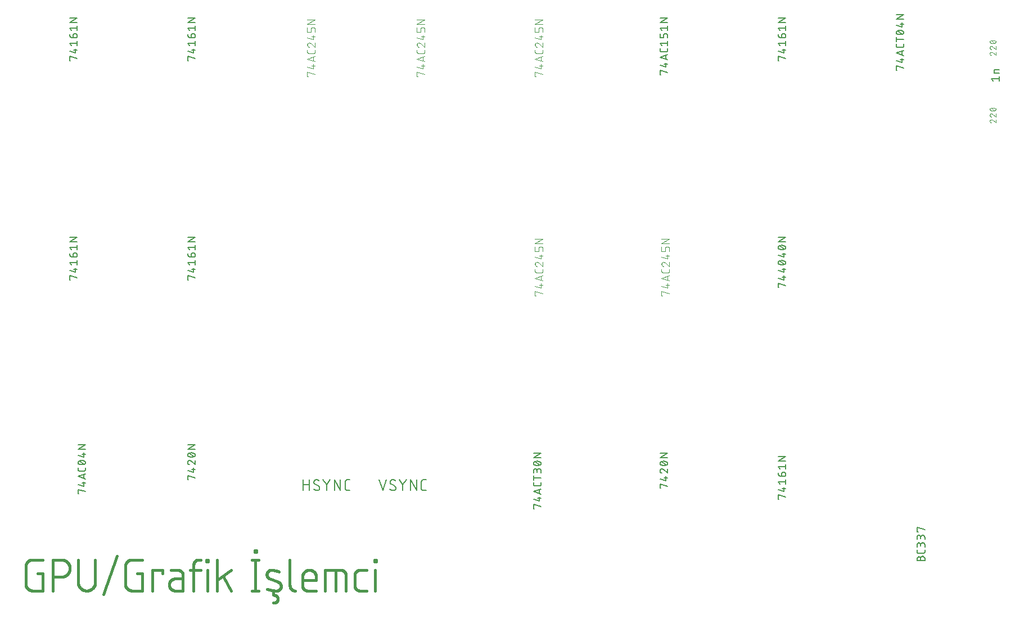
<source format=gbr>
G04 EAGLE Gerber RS-274X export*
G75*
%MOMM*%
%FSLAX34Y34*%
%LPD*%
%INSilkscreen Top*%
%IPPOS*%
%AMOC8*
5,1,8,0,0,1.08239X$1,22.5*%
G01*
%ADD10C,0.406400*%
%ADD11C,0.152400*%
%ADD12C,0.127000*%
%ADD13C,0.101600*%


D10*
X124347Y-25344D02*
X132136Y-25344D01*
X132136Y-51308D01*
X116558Y-51308D01*
X116307Y-51305D01*
X116056Y-51296D01*
X115806Y-51281D01*
X115556Y-51260D01*
X115306Y-51232D01*
X115057Y-51199D01*
X114809Y-51160D01*
X114563Y-51115D01*
X114317Y-51063D01*
X114072Y-51006D01*
X113830Y-50943D01*
X113588Y-50874D01*
X113349Y-50800D01*
X113111Y-50719D01*
X112875Y-50633D01*
X112641Y-50541D01*
X112410Y-50444D01*
X112181Y-50341D01*
X111955Y-50232D01*
X111731Y-50118D01*
X111511Y-49999D01*
X111293Y-49874D01*
X111078Y-49745D01*
X110866Y-49610D01*
X110658Y-49470D01*
X110453Y-49324D01*
X110252Y-49174D01*
X110054Y-49020D01*
X109861Y-48860D01*
X109671Y-48696D01*
X109485Y-48527D01*
X109303Y-48354D01*
X109126Y-48177D01*
X108953Y-47995D01*
X108784Y-47809D01*
X108620Y-47619D01*
X108460Y-47426D01*
X108306Y-47228D01*
X108156Y-47027D01*
X108010Y-46822D01*
X107870Y-46614D01*
X107735Y-46402D01*
X107606Y-46187D01*
X107481Y-45969D01*
X107362Y-45749D01*
X107248Y-45525D01*
X107139Y-45299D01*
X107036Y-45070D01*
X106939Y-44839D01*
X106847Y-44605D01*
X106761Y-44369D01*
X106680Y-44131D01*
X106606Y-43892D01*
X106537Y-43650D01*
X106474Y-43408D01*
X106417Y-43163D01*
X106365Y-42917D01*
X106320Y-42671D01*
X106281Y-42423D01*
X106248Y-42174D01*
X106220Y-41924D01*
X106199Y-41674D01*
X106184Y-41424D01*
X106175Y-41173D01*
X106172Y-40922D01*
X106172Y-14958D01*
X106175Y-14703D01*
X106185Y-14448D01*
X106200Y-14194D01*
X106222Y-13940D01*
X106250Y-13687D01*
X106284Y-13434D01*
X106325Y-13182D01*
X106372Y-12932D01*
X106424Y-12682D01*
X106483Y-12434D01*
X106548Y-12188D01*
X106619Y-11943D01*
X106696Y-11700D01*
X106779Y-11459D01*
X106868Y-11220D01*
X106963Y-10983D01*
X107063Y-10749D01*
X107169Y-10517D01*
X107281Y-10288D01*
X107398Y-10062D01*
X107521Y-9839D01*
X107650Y-9619D01*
X107783Y-9402D01*
X107922Y-9188D01*
X108067Y-8978D01*
X108216Y-8771D01*
X108370Y-8568D01*
X108529Y-8369D01*
X108694Y-8174D01*
X108862Y-7983D01*
X109036Y-7796D01*
X109214Y-7614D01*
X109396Y-7436D01*
X109583Y-7263D01*
X109774Y-7094D01*
X109969Y-6930D01*
X110168Y-6770D01*
X110371Y-6616D01*
X110578Y-6467D01*
X110788Y-6322D01*
X111001Y-6183D01*
X111218Y-6050D01*
X111439Y-5921D01*
X111662Y-5798D01*
X111888Y-5681D01*
X112117Y-5569D01*
X112349Y-5463D01*
X112583Y-5363D01*
X112820Y-5268D01*
X113059Y-5179D01*
X113300Y-5096D01*
X113543Y-5019D01*
X113788Y-4948D01*
X114034Y-4883D01*
X114282Y-4824D01*
X114532Y-4772D01*
X114782Y-4725D01*
X115034Y-4684D01*
X115287Y-4650D01*
X115540Y-4622D01*
X115794Y-4600D01*
X116048Y-4585D01*
X116303Y-4575D01*
X116558Y-4572D01*
X132136Y-4572D01*
X146718Y-4572D02*
X146718Y-51308D01*
X146718Y-4572D02*
X159700Y-4572D01*
X160016Y-4576D01*
X160332Y-4587D01*
X160648Y-4607D01*
X160963Y-4634D01*
X161277Y-4668D01*
X161590Y-4710D01*
X161902Y-4760D01*
X162213Y-4818D01*
X162523Y-4883D01*
X162830Y-4955D01*
X163136Y-5035D01*
X163440Y-5122D01*
X163742Y-5217D01*
X164041Y-5319D01*
X164338Y-5429D01*
X164631Y-5545D01*
X164922Y-5669D01*
X165210Y-5799D01*
X165495Y-5937D01*
X165776Y-6082D01*
X166054Y-6233D01*
X166327Y-6391D01*
X166597Y-6556D01*
X166863Y-6727D01*
X167125Y-6905D01*
X167382Y-7089D01*
X167634Y-7279D01*
X167882Y-7475D01*
X168125Y-7677D01*
X168363Y-7885D01*
X168596Y-8099D01*
X168824Y-8319D01*
X169046Y-8544D01*
X169262Y-8774D01*
X169473Y-9009D01*
X169679Y-9250D01*
X169878Y-9495D01*
X170071Y-9745D01*
X170258Y-10000D01*
X170439Y-10260D01*
X170613Y-10523D01*
X170781Y-10791D01*
X170943Y-11063D01*
X171097Y-11339D01*
X171245Y-11618D01*
X171387Y-11901D01*
X171521Y-12187D01*
X171648Y-12477D01*
X171768Y-12769D01*
X171881Y-13064D01*
X171987Y-13362D01*
X172085Y-13663D01*
X172176Y-13966D01*
X172260Y-14270D01*
X172336Y-14577D01*
X172405Y-14886D01*
X172466Y-15196D01*
X172520Y-15508D01*
X172566Y-15820D01*
X172604Y-16134D01*
X172635Y-16449D01*
X172658Y-16764D01*
X172673Y-17080D01*
X172681Y-17396D01*
X172681Y-17712D01*
X172673Y-18028D01*
X172658Y-18344D01*
X172635Y-18659D01*
X172604Y-18974D01*
X172566Y-19288D01*
X172520Y-19600D01*
X172466Y-19912D01*
X172405Y-20222D01*
X172336Y-20531D01*
X172260Y-20838D01*
X172176Y-21142D01*
X172085Y-21445D01*
X171987Y-21746D01*
X171881Y-22044D01*
X171768Y-22339D01*
X171648Y-22631D01*
X171521Y-22921D01*
X171387Y-23207D01*
X171245Y-23490D01*
X171097Y-23769D01*
X170943Y-24045D01*
X170781Y-24317D01*
X170613Y-24585D01*
X170439Y-24848D01*
X170258Y-25108D01*
X170071Y-25363D01*
X169878Y-25613D01*
X169679Y-25858D01*
X169473Y-26099D01*
X169262Y-26334D01*
X169046Y-26564D01*
X168824Y-26789D01*
X168596Y-27009D01*
X168363Y-27223D01*
X168125Y-27431D01*
X167882Y-27633D01*
X167634Y-27829D01*
X167382Y-28019D01*
X167125Y-28203D01*
X166863Y-28381D01*
X166597Y-28552D01*
X166327Y-28717D01*
X166054Y-28875D01*
X165776Y-29026D01*
X165495Y-29171D01*
X165210Y-29309D01*
X164922Y-29439D01*
X164631Y-29563D01*
X164338Y-29679D01*
X164041Y-29789D01*
X163742Y-29891D01*
X163440Y-29986D01*
X163136Y-30073D01*
X162830Y-30153D01*
X162523Y-30225D01*
X162213Y-30290D01*
X161902Y-30348D01*
X161590Y-30398D01*
X161277Y-30440D01*
X160963Y-30474D01*
X160648Y-30501D01*
X160332Y-30521D01*
X160016Y-30532D01*
X159700Y-30536D01*
X146718Y-30536D01*
X184912Y-38326D02*
X184912Y-4572D01*
X184912Y-38326D02*
X184916Y-38642D01*
X184927Y-38958D01*
X184947Y-39274D01*
X184974Y-39589D01*
X185008Y-39903D01*
X185050Y-40216D01*
X185100Y-40528D01*
X185158Y-40839D01*
X185223Y-41149D01*
X185295Y-41456D01*
X185375Y-41762D01*
X185462Y-42066D01*
X185557Y-42368D01*
X185659Y-42667D01*
X185769Y-42964D01*
X185885Y-43257D01*
X186009Y-43548D01*
X186139Y-43836D01*
X186277Y-44121D01*
X186422Y-44402D01*
X186573Y-44680D01*
X186731Y-44953D01*
X186896Y-45223D01*
X187067Y-45489D01*
X187245Y-45751D01*
X187429Y-46008D01*
X187619Y-46260D01*
X187815Y-46508D01*
X188017Y-46751D01*
X188225Y-46989D01*
X188439Y-47222D01*
X188659Y-47450D01*
X188884Y-47672D01*
X189114Y-47888D01*
X189349Y-48099D01*
X189590Y-48305D01*
X189835Y-48504D01*
X190085Y-48697D01*
X190340Y-48884D01*
X190600Y-49065D01*
X190863Y-49239D01*
X191131Y-49407D01*
X191403Y-49569D01*
X191679Y-49723D01*
X191958Y-49871D01*
X192241Y-50013D01*
X192527Y-50147D01*
X192817Y-50274D01*
X193109Y-50394D01*
X193404Y-50507D01*
X193702Y-50613D01*
X194003Y-50711D01*
X194306Y-50802D01*
X194610Y-50886D01*
X194917Y-50962D01*
X195226Y-51031D01*
X195536Y-51092D01*
X195848Y-51146D01*
X196160Y-51192D01*
X196474Y-51230D01*
X196789Y-51261D01*
X197104Y-51284D01*
X197420Y-51299D01*
X197736Y-51307D01*
X198052Y-51307D01*
X198368Y-51299D01*
X198684Y-51284D01*
X198999Y-51261D01*
X199314Y-51230D01*
X199628Y-51192D01*
X199940Y-51146D01*
X200252Y-51092D01*
X200562Y-51031D01*
X200871Y-50962D01*
X201178Y-50886D01*
X201482Y-50802D01*
X201785Y-50711D01*
X202086Y-50613D01*
X202384Y-50507D01*
X202679Y-50394D01*
X202971Y-50274D01*
X203261Y-50147D01*
X203547Y-50013D01*
X203830Y-49871D01*
X204109Y-49723D01*
X204385Y-49569D01*
X204657Y-49407D01*
X204925Y-49239D01*
X205188Y-49065D01*
X205448Y-48884D01*
X205703Y-48697D01*
X205953Y-48504D01*
X206198Y-48305D01*
X206439Y-48099D01*
X206674Y-47888D01*
X206904Y-47672D01*
X207129Y-47450D01*
X207349Y-47222D01*
X207563Y-46989D01*
X207771Y-46751D01*
X207973Y-46508D01*
X208169Y-46260D01*
X208359Y-46008D01*
X208543Y-45751D01*
X208721Y-45489D01*
X208892Y-45223D01*
X209057Y-44953D01*
X209215Y-44680D01*
X209366Y-44402D01*
X209511Y-44121D01*
X209649Y-43836D01*
X209779Y-43548D01*
X209903Y-43257D01*
X210019Y-42964D01*
X210129Y-42667D01*
X210231Y-42368D01*
X210326Y-42066D01*
X210413Y-41762D01*
X210493Y-41456D01*
X210565Y-41149D01*
X210630Y-40839D01*
X210688Y-40528D01*
X210738Y-40216D01*
X210780Y-39903D01*
X210814Y-39589D01*
X210841Y-39274D01*
X210861Y-38958D01*
X210872Y-38642D01*
X210876Y-38326D01*
X210876Y-4572D01*
X243840Y621D02*
X223068Y-56501D01*
X274207Y-25344D02*
X281996Y-25344D01*
X281996Y-51308D01*
X266418Y-51308D01*
X266167Y-51305D01*
X265916Y-51296D01*
X265666Y-51281D01*
X265416Y-51260D01*
X265166Y-51232D01*
X264917Y-51199D01*
X264669Y-51160D01*
X264423Y-51115D01*
X264177Y-51063D01*
X263932Y-51006D01*
X263690Y-50943D01*
X263448Y-50874D01*
X263209Y-50800D01*
X262971Y-50719D01*
X262735Y-50633D01*
X262501Y-50541D01*
X262270Y-50444D01*
X262041Y-50341D01*
X261815Y-50232D01*
X261591Y-50118D01*
X261371Y-49999D01*
X261153Y-49874D01*
X260938Y-49745D01*
X260726Y-49610D01*
X260518Y-49470D01*
X260313Y-49324D01*
X260112Y-49174D01*
X259914Y-49020D01*
X259721Y-48860D01*
X259531Y-48696D01*
X259345Y-48527D01*
X259163Y-48354D01*
X258986Y-48177D01*
X258813Y-47995D01*
X258644Y-47809D01*
X258480Y-47619D01*
X258320Y-47426D01*
X258166Y-47228D01*
X258016Y-47027D01*
X257870Y-46822D01*
X257730Y-46614D01*
X257595Y-46402D01*
X257466Y-46187D01*
X257341Y-45969D01*
X257222Y-45749D01*
X257108Y-45525D01*
X256999Y-45299D01*
X256896Y-45070D01*
X256799Y-44839D01*
X256707Y-44605D01*
X256621Y-44369D01*
X256540Y-44131D01*
X256466Y-43892D01*
X256397Y-43650D01*
X256334Y-43408D01*
X256277Y-43163D01*
X256225Y-42917D01*
X256180Y-42671D01*
X256141Y-42423D01*
X256108Y-42174D01*
X256080Y-41924D01*
X256059Y-41674D01*
X256044Y-41424D01*
X256035Y-41173D01*
X256032Y-40922D01*
X256032Y-14958D01*
X256035Y-14703D01*
X256045Y-14448D01*
X256060Y-14194D01*
X256082Y-13940D01*
X256110Y-13687D01*
X256144Y-13434D01*
X256185Y-13182D01*
X256232Y-12932D01*
X256284Y-12682D01*
X256343Y-12434D01*
X256408Y-12188D01*
X256479Y-11943D01*
X256556Y-11700D01*
X256639Y-11459D01*
X256728Y-11220D01*
X256823Y-10983D01*
X256923Y-10749D01*
X257029Y-10517D01*
X257141Y-10288D01*
X257258Y-10062D01*
X257381Y-9839D01*
X257510Y-9619D01*
X257643Y-9402D01*
X257782Y-9188D01*
X257927Y-8978D01*
X258076Y-8771D01*
X258230Y-8568D01*
X258389Y-8369D01*
X258554Y-8174D01*
X258722Y-7983D01*
X258896Y-7796D01*
X259074Y-7614D01*
X259256Y-7436D01*
X259443Y-7263D01*
X259634Y-7094D01*
X259829Y-6930D01*
X260028Y-6770D01*
X260231Y-6616D01*
X260438Y-6467D01*
X260648Y-6322D01*
X260861Y-6183D01*
X261078Y-6050D01*
X261299Y-5921D01*
X261522Y-5798D01*
X261748Y-5681D01*
X261977Y-5569D01*
X262209Y-5463D01*
X262443Y-5363D01*
X262680Y-5268D01*
X262919Y-5179D01*
X263160Y-5096D01*
X263403Y-5019D01*
X263648Y-4948D01*
X263894Y-4883D01*
X264142Y-4824D01*
X264392Y-4772D01*
X264642Y-4725D01*
X264894Y-4684D01*
X265147Y-4650D01*
X265400Y-4622D01*
X265654Y-4600D01*
X265908Y-4585D01*
X266163Y-4575D01*
X266418Y-4572D01*
X281996Y-4572D01*
X296683Y-20151D02*
X296683Y-51308D01*
X296683Y-20151D02*
X312262Y-20151D01*
X312262Y-25344D01*
X331248Y-33133D02*
X342932Y-33133D01*
X331248Y-33132D02*
X331027Y-33135D01*
X330806Y-33143D01*
X330585Y-33156D01*
X330364Y-33175D01*
X330144Y-33199D01*
X329925Y-33229D01*
X329706Y-33264D01*
X329489Y-33304D01*
X329272Y-33349D01*
X329057Y-33400D01*
X328842Y-33456D01*
X328630Y-33517D01*
X328419Y-33584D01*
X328209Y-33655D01*
X328001Y-33732D01*
X327796Y-33813D01*
X327592Y-33900D01*
X327391Y-33991D01*
X327191Y-34088D01*
X326994Y-34189D01*
X326800Y-34295D01*
X326609Y-34405D01*
X326420Y-34521D01*
X326234Y-34641D01*
X326050Y-34765D01*
X325870Y-34894D01*
X325694Y-35027D01*
X325520Y-35164D01*
X325350Y-35306D01*
X325183Y-35452D01*
X325020Y-35601D01*
X324861Y-35755D01*
X324706Y-35912D01*
X324554Y-36073D01*
X324406Y-36238D01*
X324263Y-36407D01*
X324123Y-36578D01*
X323988Y-36754D01*
X323857Y-36932D01*
X323730Y-37114D01*
X323608Y-37298D01*
X323491Y-37486D01*
X323378Y-37676D01*
X323269Y-37869D01*
X323166Y-38065D01*
X323067Y-38263D01*
X322973Y-38463D01*
X322884Y-38666D01*
X322800Y-38870D01*
X322721Y-39077D01*
X322647Y-39286D01*
X322578Y-39496D01*
X322514Y-39708D01*
X322456Y-39921D01*
X322402Y-40136D01*
X322354Y-40352D01*
X322311Y-40569D01*
X322274Y-40787D01*
X322241Y-41006D01*
X322215Y-41226D01*
X322193Y-41446D01*
X322177Y-41667D01*
X322166Y-41888D01*
X322161Y-42109D01*
X322161Y-42331D01*
X322166Y-42552D01*
X322177Y-42773D01*
X322193Y-42994D01*
X322215Y-43214D01*
X322241Y-43434D01*
X322274Y-43653D01*
X322311Y-43871D01*
X322354Y-44088D01*
X322402Y-44304D01*
X322456Y-44519D01*
X322514Y-44732D01*
X322578Y-44944D01*
X322647Y-45154D01*
X322721Y-45363D01*
X322800Y-45570D01*
X322884Y-45774D01*
X322973Y-45977D01*
X323067Y-46177D01*
X323166Y-46375D01*
X323269Y-46571D01*
X323378Y-46764D01*
X323491Y-46954D01*
X323608Y-47142D01*
X323730Y-47326D01*
X323857Y-47508D01*
X323988Y-47686D01*
X324123Y-47862D01*
X324263Y-48033D01*
X324406Y-48202D01*
X324554Y-48367D01*
X324706Y-48528D01*
X324861Y-48685D01*
X325020Y-48839D01*
X325183Y-48988D01*
X325350Y-49134D01*
X325520Y-49276D01*
X325694Y-49413D01*
X325870Y-49546D01*
X326050Y-49675D01*
X326234Y-49799D01*
X326420Y-49919D01*
X326609Y-50035D01*
X326800Y-50145D01*
X326994Y-50251D01*
X327191Y-50352D01*
X327391Y-50449D01*
X327592Y-50540D01*
X327796Y-50627D01*
X328001Y-50708D01*
X328209Y-50785D01*
X328419Y-50856D01*
X328630Y-50923D01*
X328842Y-50984D01*
X329057Y-51040D01*
X329272Y-51091D01*
X329489Y-51136D01*
X329706Y-51176D01*
X329925Y-51211D01*
X330144Y-51241D01*
X330364Y-51265D01*
X330585Y-51284D01*
X330806Y-51297D01*
X331027Y-51305D01*
X331248Y-51308D01*
X342932Y-51308D01*
X342932Y-27940D01*
X342930Y-27752D01*
X342923Y-27564D01*
X342912Y-27376D01*
X342896Y-27188D01*
X342875Y-27001D01*
X342850Y-26815D01*
X342821Y-26629D01*
X342787Y-26444D01*
X342748Y-26259D01*
X342706Y-26076D01*
X342658Y-25894D01*
X342607Y-25713D01*
X342551Y-25533D01*
X342490Y-25355D01*
X342426Y-25178D01*
X342357Y-25003D01*
X342284Y-24829D01*
X342207Y-24658D01*
X342125Y-24488D01*
X342040Y-24320D01*
X341950Y-24155D01*
X341857Y-23991D01*
X341760Y-23830D01*
X341658Y-23672D01*
X341553Y-23515D01*
X341444Y-23362D01*
X341332Y-23211D01*
X341216Y-23063D01*
X341096Y-22917D01*
X340973Y-22775D01*
X340847Y-22636D01*
X340717Y-22499D01*
X340584Y-22366D01*
X340447Y-22236D01*
X340308Y-22110D01*
X340166Y-21987D01*
X340020Y-21867D01*
X339872Y-21751D01*
X339721Y-21639D01*
X339568Y-21530D01*
X339411Y-21425D01*
X339253Y-21323D01*
X339092Y-21226D01*
X338928Y-21133D01*
X338763Y-21043D01*
X338595Y-20958D01*
X338425Y-20876D01*
X338254Y-20799D01*
X338080Y-20726D01*
X337905Y-20657D01*
X337728Y-20593D01*
X337550Y-20532D01*
X337370Y-20476D01*
X337189Y-20425D01*
X337007Y-20377D01*
X336824Y-20335D01*
X336639Y-20296D01*
X336454Y-20262D01*
X336268Y-20233D01*
X336082Y-20208D01*
X335895Y-20187D01*
X335707Y-20171D01*
X335519Y-20160D01*
X335331Y-20153D01*
X335143Y-20151D01*
X324757Y-20151D01*
X358958Y-12361D02*
X358958Y-51308D01*
X358959Y-12361D02*
X358961Y-12173D01*
X358968Y-11985D01*
X358979Y-11797D01*
X358995Y-11609D01*
X359016Y-11422D01*
X359041Y-11236D01*
X359070Y-11050D01*
X359104Y-10865D01*
X359143Y-10680D01*
X359185Y-10497D01*
X359233Y-10315D01*
X359284Y-10134D01*
X359340Y-9954D01*
X359401Y-9776D01*
X359465Y-9599D01*
X359534Y-9424D01*
X359607Y-9250D01*
X359684Y-9079D01*
X359766Y-8909D01*
X359851Y-8741D01*
X359941Y-8576D01*
X360034Y-8412D01*
X360131Y-8251D01*
X360233Y-8093D01*
X360338Y-7936D01*
X360447Y-7783D01*
X360559Y-7632D01*
X360675Y-7484D01*
X360795Y-7338D01*
X360918Y-7196D01*
X361044Y-7057D01*
X361174Y-6920D01*
X361307Y-6787D01*
X361444Y-6657D01*
X361583Y-6531D01*
X361725Y-6408D01*
X361871Y-6288D01*
X362019Y-6172D01*
X362170Y-6060D01*
X362323Y-5951D01*
X362480Y-5846D01*
X362638Y-5744D01*
X362799Y-5647D01*
X362963Y-5554D01*
X363128Y-5464D01*
X363296Y-5379D01*
X363466Y-5297D01*
X363637Y-5220D01*
X363811Y-5147D01*
X363986Y-5078D01*
X364163Y-5014D01*
X364341Y-4953D01*
X364521Y-4897D01*
X364702Y-4846D01*
X364884Y-4798D01*
X365067Y-4756D01*
X365252Y-4717D01*
X365437Y-4683D01*
X365623Y-4654D01*
X365809Y-4629D01*
X365996Y-4608D01*
X366184Y-4592D01*
X366372Y-4581D01*
X366560Y-4574D01*
X366748Y-4572D01*
X369344Y-4572D01*
X369344Y-20151D02*
X353765Y-20151D01*
X379504Y-20151D02*
X379504Y-51308D01*
X378206Y-7168D02*
X378206Y-4572D01*
X380802Y-4572D01*
X380802Y-7168D01*
X378206Y-7168D01*
X394443Y-4572D02*
X394443Y-51308D01*
X394443Y-35729D02*
X415215Y-20151D01*
X403531Y-29238D02*
X415215Y-51308D01*
X451894Y-51308D02*
X451894Y-4572D01*
X446701Y-51308D02*
X457087Y-51308D01*
X457087Y-4572D02*
X446701Y-4572D01*
X450596Y7112D02*
X450596Y9708D01*
X453192Y9708D01*
X453192Y7112D01*
X450596Y7112D01*
X473343Y-33133D02*
X486325Y-38326D01*
X473343Y-33133D02*
X473191Y-33070D01*
X473042Y-33003D01*
X472893Y-32933D01*
X472747Y-32860D01*
X472602Y-32783D01*
X472460Y-32702D01*
X472319Y-32618D01*
X472180Y-32530D01*
X472044Y-32440D01*
X471910Y-32346D01*
X471778Y-32248D01*
X471649Y-32148D01*
X471522Y-32044D01*
X471397Y-31937D01*
X471276Y-31827D01*
X471156Y-31715D01*
X471040Y-31599D01*
X470927Y-31481D01*
X470816Y-31360D01*
X470709Y-31236D01*
X470604Y-31110D01*
X470503Y-30981D01*
X470405Y-30850D01*
X470310Y-30716D01*
X470218Y-30581D01*
X470130Y-30443D01*
X470045Y-30302D01*
X469963Y-30160D01*
X469885Y-30016D01*
X469811Y-29870D01*
X469740Y-29723D01*
X469672Y-29573D01*
X469609Y-29422D01*
X469549Y-29270D01*
X469492Y-29116D01*
X469440Y-28960D01*
X469391Y-28804D01*
X469346Y-28646D01*
X469305Y-28488D01*
X469268Y-28328D01*
X469235Y-28167D01*
X469206Y-28006D01*
X469180Y-27844D01*
X469159Y-27682D01*
X469141Y-27519D01*
X469128Y-27356D01*
X469118Y-27192D01*
X469113Y-27028D01*
X469111Y-26864D01*
X469113Y-26700D01*
X469120Y-26537D01*
X469130Y-26373D01*
X469145Y-26210D01*
X469163Y-26047D01*
X469185Y-25885D01*
X469212Y-25723D01*
X469242Y-25562D01*
X469276Y-25401D01*
X469314Y-25242D01*
X469356Y-25084D01*
X469401Y-24926D01*
X469451Y-24770D01*
X469504Y-24615D01*
X469561Y-24461D01*
X469622Y-24309D01*
X469687Y-24158D01*
X469755Y-24009D01*
X469826Y-23862D01*
X469902Y-23716D01*
X469980Y-23573D01*
X470063Y-23431D01*
X470149Y-23291D01*
X470238Y-23154D01*
X470330Y-23018D01*
X470426Y-22885D01*
X470525Y-22755D01*
X470627Y-22626D01*
X470732Y-22501D01*
X470840Y-22378D01*
X470951Y-22257D01*
X471065Y-22139D01*
X471182Y-22025D01*
X471302Y-21913D01*
X471424Y-21803D01*
X471549Y-21697D01*
X471676Y-21594D01*
X471806Y-21495D01*
X471939Y-21398D01*
X472073Y-21304D01*
X472210Y-21214D01*
X472349Y-21128D01*
X472490Y-21044D01*
X472633Y-20964D01*
X472778Y-20888D01*
X472925Y-20815D01*
X473074Y-20746D01*
X473224Y-20680D01*
X473376Y-20618D01*
X473529Y-20560D01*
X473684Y-20506D01*
X473839Y-20455D01*
X473996Y-20408D01*
X474155Y-20365D01*
X474314Y-20326D01*
X474474Y-20291D01*
X474635Y-20259D01*
X474796Y-20232D01*
X474958Y-20208D01*
X475121Y-20189D01*
X475284Y-20173D01*
X475448Y-20162D01*
X475611Y-20154D01*
X475775Y-20150D01*
X475939Y-20151D01*
X476648Y-20170D01*
X477356Y-20205D01*
X478063Y-20258D01*
X478768Y-20328D01*
X479472Y-20414D01*
X480173Y-20518D01*
X480872Y-20638D01*
X481568Y-20775D01*
X482260Y-20929D01*
X482948Y-21099D01*
X483632Y-21286D01*
X484311Y-21490D01*
X484985Y-21709D01*
X485654Y-21945D01*
X486317Y-22197D01*
X486973Y-22464D01*
X487623Y-22747D01*
X486325Y-38325D02*
X486477Y-38388D01*
X486626Y-38455D01*
X486775Y-38525D01*
X486921Y-38598D01*
X487066Y-38675D01*
X487208Y-38756D01*
X487349Y-38840D01*
X487488Y-38928D01*
X487624Y-39018D01*
X487758Y-39113D01*
X487890Y-39210D01*
X488019Y-39310D01*
X488146Y-39414D01*
X488271Y-39521D01*
X488393Y-39631D01*
X488512Y-39743D01*
X488628Y-39859D01*
X488741Y-39977D01*
X488852Y-40098D01*
X488959Y-40222D01*
X489064Y-40348D01*
X489165Y-40477D01*
X489263Y-40608D01*
X489358Y-40742D01*
X489450Y-40877D01*
X489538Y-41015D01*
X489623Y-41156D01*
X489705Y-41298D01*
X489783Y-41442D01*
X489857Y-41588D01*
X489928Y-41736D01*
X489996Y-41885D01*
X490059Y-42036D01*
X490119Y-42188D01*
X490176Y-42342D01*
X490228Y-42498D01*
X490277Y-42654D01*
X490322Y-42812D01*
X490363Y-42970D01*
X490400Y-43130D01*
X490433Y-43291D01*
X490462Y-43452D01*
X490488Y-43614D01*
X490509Y-43776D01*
X490527Y-43939D01*
X490540Y-44102D01*
X490550Y-44266D01*
X490555Y-44430D01*
X490557Y-44594D01*
X490555Y-44758D01*
X490548Y-44921D01*
X490538Y-45085D01*
X490523Y-45248D01*
X490505Y-45411D01*
X490483Y-45573D01*
X490456Y-45735D01*
X490426Y-45896D01*
X490392Y-46057D01*
X490354Y-46216D01*
X490312Y-46374D01*
X490267Y-46532D01*
X490217Y-46688D01*
X490164Y-46843D01*
X490107Y-46997D01*
X490046Y-47149D01*
X489981Y-47300D01*
X489913Y-47449D01*
X489842Y-47596D01*
X489766Y-47742D01*
X489688Y-47885D01*
X489605Y-48027D01*
X489519Y-48167D01*
X489430Y-48304D01*
X489338Y-48440D01*
X489242Y-48573D01*
X489143Y-48703D01*
X489041Y-48832D01*
X488936Y-48957D01*
X488828Y-49080D01*
X488717Y-49201D01*
X488603Y-49319D01*
X488486Y-49433D01*
X488366Y-49545D01*
X488244Y-49655D01*
X488119Y-49761D01*
X487992Y-49864D01*
X487862Y-49963D01*
X487729Y-50060D01*
X487595Y-50154D01*
X487458Y-50244D01*
X487319Y-50330D01*
X487178Y-50414D01*
X487035Y-50494D01*
X486890Y-50570D01*
X486743Y-50643D01*
X486594Y-50712D01*
X486444Y-50778D01*
X486292Y-50840D01*
X486139Y-50898D01*
X485984Y-50952D01*
X485829Y-51003D01*
X485672Y-51050D01*
X485513Y-51093D01*
X485354Y-51132D01*
X485194Y-51167D01*
X485033Y-51199D01*
X484872Y-51226D01*
X484710Y-51250D01*
X484547Y-51269D01*
X484384Y-51285D01*
X484220Y-51296D01*
X484057Y-51304D01*
X483893Y-51308D01*
X483729Y-51307D01*
X483729Y-51308D02*
X482688Y-51280D01*
X481648Y-51229D01*
X480609Y-51152D01*
X479572Y-51051D01*
X478539Y-50926D01*
X477508Y-50776D01*
X476481Y-50602D01*
X475459Y-50403D01*
X474441Y-50181D01*
X473429Y-49934D01*
X472424Y-49664D01*
X471425Y-49370D01*
X470433Y-49052D01*
X469449Y-48711D01*
X478536Y-51308D02*
X478536Y-57799D01*
X479834Y-57799D01*
X479987Y-57801D01*
X480140Y-57807D01*
X480292Y-57817D01*
X480445Y-57831D01*
X480597Y-57848D01*
X480748Y-57870D01*
X480899Y-57896D01*
X481049Y-57925D01*
X481198Y-57959D01*
X481347Y-57996D01*
X481494Y-58037D01*
X481640Y-58082D01*
X481786Y-58130D01*
X481929Y-58183D01*
X482072Y-58239D01*
X482212Y-58298D01*
X482352Y-58362D01*
X482489Y-58429D01*
X482625Y-58499D01*
X482759Y-58573D01*
X482891Y-58650D01*
X483021Y-58731D01*
X483149Y-58815D01*
X483274Y-58903D01*
X483398Y-58993D01*
X483518Y-59087D01*
X483637Y-59184D01*
X483753Y-59284D01*
X483866Y-59387D01*
X483977Y-59492D01*
X484084Y-59601D01*
X484189Y-59712D01*
X484291Y-59826D01*
X484390Y-59943D01*
X484486Y-60062D01*
X484579Y-60183D01*
X484669Y-60307D01*
X484755Y-60434D01*
X484839Y-60562D01*
X484918Y-60692D01*
X484995Y-60825D01*
X485068Y-60959D01*
X485137Y-61096D01*
X485203Y-61234D01*
X485266Y-61373D01*
X485324Y-61515D01*
X485379Y-61657D01*
X485431Y-61802D01*
X485478Y-61947D01*
X485522Y-62094D01*
X485562Y-62241D01*
X485598Y-62390D01*
X485630Y-62539D01*
X485659Y-62690D01*
X485683Y-62841D01*
X485704Y-62992D01*
X485721Y-63144D01*
X485733Y-63297D01*
X485742Y-63450D01*
X485747Y-63603D01*
X485748Y-63755D01*
X485745Y-63908D01*
X485738Y-64061D01*
X485727Y-64214D01*
X485712Y-64366D01*
X485693Y-64518D01*
X485670Y-64669D01*
X485644Y-64820D01*
X485613Y-64970D01*
X485578Y-65119D01*
X485540Y-65267D01*
X485498Y-65414D01*
X485452Y-65560D01*
X485403Y-65705D01*
X485349Y-65848D01*
X485292Y-65990D01*
X485231Y-66130D01*
X485167Y-66269D01*
X485099Y-66406D01*
X485028Y-66542D01*
X484953Y-66675D01*
X484875Y-66806D01*
X484793Y-66936D01*
X484708Y-67063D01*
X484620Y-67188D01*
X484528Y-67310D01*
X484433Y-67431D01*
X484336Y-67548D01*
X484235Y-67663D01*
X484131Y-67776D01*
X484025Y-67886D01*
X483916Y-67993D01*
X483803Y-68097D01*
X483689Y-68198D01*
X483571Y-68296D01*
X483452Y-68391D01*
X483329Y-68483D01*
X483205Y-68572D01*
X483078Y-68658D01*
X482949Y-68740D01*
X482818Y-68819D01*
X482685Y-68894D01*
X482550Y-68966D01*
X482413Y-69035D01*
X482275Y-69100D01*
X482134Y-69161D01*
X481993Y-69219D01*
X481850Y-69273D01*
X481705Y-69323D01*
X481559Y-69370D01*
X481412Y-69412D01*
X481265Y-69451D01*
X481116Y-69486D01*
X480966Y-69518D01*
X480815Y-69545D01*
X480664Y-69568D01*
X480512Y-69588D01*
X480360Y-69604D01*
X480208Y-69615D01*
X480055Y-69623D01*
X479902Y-69627D01*
X479749Y-69626D01*
X479596Y-69622D01*
X479443Y-69614D01*
X479291Y-69602D01*
X479139Y-69586D01*
X478987Y-69566D01*
X478836Y-69542D01*
X478685Y-69514D01*
X478536Y-69483D01*
X503851Y-43519D02*
X503851Y-4572D01*
X503852Y-43519D02*
X503854Y-43707D01*
X503861Y-43895D01*
X503872Y-44083D01*
X503888Y-44271D01*
X503909Y-44458D01*
X503934Y-44644D01*
X503963Y-44830D01*
X503997Y-45015D01*
X504036Y-45200D01*
X504078Y-45383D01*
X504126Y-45565D01*
X504177Y-45746D01*
X504233Y-45926D01*
X504294Y-46104D01*
X504358Y-46281D01*
X504427Y-46456D01*
X504500Y-46630D01*
X504577Y-46801D01*
X504659Y-46971D01*
X504744Y-47139D01*
X504834Y-47304D01*
X504927Y-47468D01*
X505024Y-47629D01*
X505126Y-47787D01*
X505231Y-47944D01*
X505340Y-48097D01*
X505452Y-48248D01*
X505568Y-48396D01*
X505688Y-48542D01*
X505811Y-48684D01*
X505937Y-48823D01*
X506067Y-48960D01*
X506200Y-49093D01*
X506337Y-49223D01*
X506476Y-49349D01*
X506618Y-49472D01*
X506764Y-49592D01*
X506912Y-49708D01*
X507063Y-49820D01*
X507216Y-49929D01*
X507373Y-50034D01*
X507531Y-50136D01*
X507692Y-50233D01*
X507856Y-50326D01*
X508021Y-50416D01*
X508189Y-50501D01*
X508359Y-50583D01*
X508530Y-50660D01*
X508704Y-50733D01*
X508879Y-50802D01*
X509056Y-50866D01*
X509234Y-50927D01*
X509414Y-50983D01*
X509595Y-51034D01*
X509777Y-51082D01*
X509960Y-51124D01*
X510145Y-51163D01*
X510330Y-51197D01*
X510516Y-51226D01*
X510702Y-51251D01*
X510889Y-51272D01*
X511077Y-51288D01*
X511265Y-51299D01*
X511453Y-51306D01*
X511641Y-51308D01*
X530578Y-51308D02*
X543560Y-51308D01*
X530578Y-51308D02*
X530390Y-51306D01*
X530202Y-51299D01*
X530014Y-51288D01*
X529826Y-51272D01*
X529639Y-51251D01*
X529453Y-51226D01*
X529267Y-51197D01*
X529082Y-51163D01*
X528897Y-51124D01*
X528714Y-51082D01*
X528532Y-51034D01*
X528351Y-50983D01*
X528171Y-50927D01*
X527993Y-50866D01*
X527816Y-50802D01*
X527641Y-50733D01*
X527467Y-50660D01*
X527296Y-50583D01*
X527126Y-50501D01*
X526958Y-50416D01*
X526793Y-50326D01*
X526629Y-50233D01*
X526468Y-50136D01*
X526310Y-50034D01*
X526153Y-49929D01*
X526000Y-49820D01*
X525849Y-49708D01*
X525701Y-49592D01*
X525555Y-49472D01*
X525413Y-49349D01*
X525274Y-49223D01*
X525137Y-49093D01*
X525004Y-48960D01*
X524874Y-48823D01*
X524748Y-48684D01*
X524625Y-48542D01*
X524505Y-48396D01*
X524389Y-48248D01*
X524277Y-48097D01*
X524168Y-47944D01*
X524063Y-47787D01*
X523961Y-47629D01*
X523864Y-47468D01*
X523771Y-47304D01*
X523681Y-47139D01*
X523596Y-46971D01*
X523514Y-46801D01*
X523437Y-46630D01*
X523364Y-46456D01*
X523295Y-46281D01*
X523231Y-46104D01*
X523170Y-45926D01*
X523114Y-45746D01*
X523063Y-45565D01*
X523015Y-45383D01*
X522973Y-45200D01*
X522934Y-45015D01*
X522900Y-44830D01*
X522871Y-44644D01*
X522846Y-44458D01*
X522825Y-44271D01*
X522809Y-44083D01*
X522798Y-43895D01*
X522791Y-43707D01*
X522789Y-43519D01*
X522788Y-43519D02*
X522788Y-30536D01*
X522791Y-30283D01*
X522800Y-30030D01*
X522816Y-29778D01*
X522837Y-29526D01*
X522865Y-29274D01*
X522899Y-29024D01*
X522939Y-28774D01*
X522984Y-28525D01*
X523036Y-28278D01*
X523094Y-28032D01*
X523158Y-27787D01*
X523228Y-27544D01*
X523304Y-27303D01*
X523386Y-27063D01*
X523473Y-26826D01*
X523567Y-26591D01*
X523665Y-26358D01*
X523770Y-26128D01*
X523880Y-25900D01*
X523996Y-25675D01*
X524117Y-25453D01*
X524243Y-25234D01*
X524375Y-25018D01*
X524512Y-24805D01*
X524654Y-24596D01*
X524801Y-24390D01*
X524954Y-24188D01*
X525111Y-23990D01*
X525272Y-23796D01*
X525439Y-23605D01*
X525610Y-23419D01*
X525785Y-23237D01*
X525965Y-23059D01*
X526150Y-22886D01*
X526338Y-22717D01*
X526530Y-22553D01*
X526727Y-22393D01*
X526927Y-22239D01*
X527131Y-22089D01*
X527338Y-21945D01*
X527549Y-21805D01*
X527764Y-21671D01*
X527981Y-21541D01*
X528202Y-21418D01*
X528425Y-21299D01*
X528651Y-21186D01*
X528880Y-21079D01*
X529112Y-20977D01*
X529346Y-20881D01*
X529582Y-20791D01*
X529821Y-20706D01*
X530061Y-20628D01*
X530303Y-20555D01*
X530547Y-20488D01*
X530792Y-20427D01*
X531039Y-20372D01*
X531288Y-20323D01*
X531537Y-20280D01*
X531787Y-20243D01*
X532038Y-20212D01*
X532290Y-20188D01*
X532542Y-20169D01*
X532795Y-20157D01*
X533048Y-20151D01*
X533300Y-20151D01*
X533553Y-20157D01*
X533806Y-20169D01*
X534058Y-20188D01*
X534310Y-20212D01*
X534561Y-20243D01*
X534811Y-20280D01*
X535060Y-20323D01*
X535309Y-20372D01*
X535556Y-20427D01*
X535801Y-20488D01*
X536045Y-20555D01*
X536287Y-20628D01*
X536527Y-20706D01*
X536766Y-20791D01*
X537002Y-20881D01*
X537236Y-20977D01*
X537468Y-21079D01*
X537697Y-21186D01*
X537923Y-21299D01*
X538146Y-21418D01*
X538367Y-21541D01*
X538584Y-21671D01*
X538799Y-21805D01*
X539010Y-21945D01*
X539217Y-22089D01*
X539421Y-22239D01*
X539621Y-22393D01*
X539818Y-22553D01*
X540010Y-22717D01*
X540198Y-22886D01*
X540383Y-23059D01*
X540563Y-23237D01*
X540738Y-23419D01*
X540909Y-23605D01*
X541076Y-23796D01*
X541237Y-23990D01*
X541394Y-24188D01*
X541547Y-24390D01*
X541694Y-24596D01*
X541836Y-24805D01*
X541973Y-25018D01*
X542105Y-25234D01*
X542231Y-25453D01*
X542352Y-25675D01*
X542468Y-25900D01*
X542578Y-26128D01*
X542683Y-26358D01*
X542781Y-26591D01*
X542875Y-26826D01*
X542962Y-27063D01*
X543044Y-27303D01*
X543120Y-27544D01*
X543190Y-27787D01*
X543254Y-28032D01*
X543312Y-28278D01*
X543364Y-28525D01*
X543409Y-28774D01*
X543449Y-29024D01*
X543483Y-29274D01*
X543511Y-29526D01*
X543532Y-29778D01*
X543548Y-30030D01*
X543557Y-30283D01*
X543560Y-30536D01*
X543560Y-35729D01*
X522788Y-35729D01*
X556965Y-20151D02*
X556965Y-51308D01*
X556965Y-20151D02*
X580333Y-20151D01*
X580521Y-20153D01*
X580709Y-20160D01*
X580897Y-20171D01*
X581085Y-20187D01*
X581272Y-20208D01*
X581458Y-20233D01*
X581644Y-20262D01*
X581829Y-20296D01*
X582014Y-20335D01*
X582197Y-20377D01*
X582379Y-20425D01*
X582560Y-20476D01*
X582740Y-20532D01*
X582918Y-20593D01*
X583095Y-20657D01*
X583270Y-20726D01*
X583444Y-20799D01*
X583615Y-20876D01*
X583785Y-20958D01*
X583953Y-21043D01*
X584118Y-21133D01*
X584282Y-21226D01*
X584443Y-21323D01*
X584601Y-21425D01*
X584758Y-21530D01*
X584911Y-21639D01*
X585062Y-21751D01*
X585210Y-21867D01*
X585356Y-21987D01*
X585498Y-22110D01*
X585637Y-22236D01*
X585774Y-22366D01*
X585907Y-22499D01*
X586037Y-22636D01*
X586163Y-22775D01*
X586286Y-22917D01*
X586406Y-23063D01*
X586522Y-23211D01*
X586634Y-23362D01*
X586743Y-23515D01*
X586848Y-23672D01*
X586950Y-23830D01*
X587047Y-23991D01*
X587140Y-24155D01*
X587230Y-24320D01*
X587315Y-24488D01*
X587397Y-24658D01*
X587474Y-24829D01*
X587547Y-25003D01*
X587616Y-25178D01*
X587680Y-25355D01*
X587741Y-25533D01*
X587797Y-25713D01*
X587848Y-25894D01*
X587896Y-26076D01*
X587938Y-26259D01*
X587977Y-26444D01*
X588011Y-26629D01*
X588040Y-26815D01*
X588065Y-27001D01*
X588086Y-27188D01*
X588102Y-27376D01*
X588113Y-27564D01*
X588120Y-27752D01*
X588122Y-27940D01*
X588123Y-27940D02*
X588123Y-51308D01*
X572544Y-51308D02*
X572544Y-20151D01*
X609306Y-51308D02*
X619692Y-51308D01*
X609306Y-51308D02*
X609118Y-51306D01*
X608930Y-51299D01*
X608742Y-51288D01*
X608554Y-51272D01*
X608367Y-51251D01*
X608181Y-51226D01*
X607995Y-51197D01*
X607810Y-51163D01*
X607625Y-51124D01*
X607442Y-51082D01*
X607260Y-51034D01*
X607079Y-50983D01*
X606899Y-50927D01*
X606721Y-50866D01*
X606544Y-50802D01*
X606369Y-50733D01*
X606195Y-50660D01*
X606024Y-50583D01*
X605854Y-50501D01*
X605686Y-50416D01*
X605521Y-50326D01*
X605357Y-50233D01*
X605196Y-50136D01*
X605038Y-50034D01*
X604881Y-49929D01*
X604728Y-49820D01*
X604577Y-49708D01*
X604429Y-49592D01*
X604283Y-49472D01*
X604141Y-49349D01*
X604002Y-49223D01*
X603865Y-49093D01*
X603732Y-48960D01*
X603602Y-48823D01*
X603476Y-48684D01*
X603353Y-48542D01*
X603233Y-48396D01*
X603117Y-48248D01*
X603005Y-48097D01*
X602896Y-47944D01*
X602791Y-47787D01*
X602689Y-47629D01*
X602592Y-47468D01*
X602499Y-47304D01*
X602409Y-47139D01*
X602324Y-46971D01*
X602242Y-46801D01*
X602165Y-46630D01*
X602092Y-46456D01*
X602023Y-46281D01*
X601959Y-46104D01*
X601898Y-45926D01*
X601842Y-45746D01*
X601791Y-45565D01*
X601743Y-45383D01*
X601701Y-45200D01*
X601662Y-45015D01*
X601628Y-44830D01*
X601599Y-44644D01*
X601574Y-44458D01*
X601553Y-44271D01*
X601537Y-44083D01*
X601526Y-43895D01*
X601519Y-43707D01*
X601517Y-43519D01*
X601517Y-27940D01*
X601519Y-27752D01*
X601526Y-27564D01*
X601537Y-27376D01*
X601553Y-27188D01*
X601574Y-27001D01*
X601599Y-26815D01*
X601628Y-26629D01*
X601662Y-26444D01*
X601701Y-26259D01*
X601743Y-26076D01*
X601791Y-25894D01*
X601842Y-25713D01*
X601898Y-25533D01*
X601959Y-25355D01*
X602023Y-25178D01*
X602092Y-25003D01*
X602165Y-24829D01*
X602242Y-24658D01*
X602324Y-24488D01*
X602409Y-24320D01*
X602499Y-24155D01*
X602592Y-23991D01*
X602689Y-23830D01*
X602791Y-23672D01*
X602896Y-23515D01*
X603005Y-23362D01*
X603117Y-23211D01*
X603233Y-23063D01*
X603353Y-22917D01*
X603476Y-22775D01*
X603602Y-22636D01*
X603732Y-22499D01*
X603865Y-22366D01*
X604002Y-22236D01*
X604141Y-22110D01*
X604283Y-21987D01*
X604429Y-21867D01*
X604577Y-21751D01*
X604728Y-21639D01*
X604881Y-21530D01*
X605038Y-21425D01*
X605196Y-21323D01*
X605357Y-21226D01*
X605521Y-21133D01*
X605686Y-21043D01*
X605854Y-20958D01*
X606024Y-20876D01*
X606195Y-20799D01*
X606369Y-20726D01*
X606544Y-20657D01*
X606721Y-20593D01*
X606899Y-20532D01*
X607079Y-20476D01*
X607260Y-20425D01*
X607442Y-20377D01*
X607625Y-20335D01*
X607810Y-20296D01*
X607995Y-20262D01*
X608181Y-20233D01*
X608367Y-20208D01*
X608554Y-20187D01*
X608742Y-20171D01*
X608930Y-20160D01*
X609118Y-20153D01*
X609306Y-20151D01*
X619692Y-20151D01*
X632234Y-20151D02*
X632234Y-51308D01*
X630936Y-7168D02*
X630936Y-4572D01*
X633532Y-4572D01*
X633532Y-7168D01*
X630936Y-7168D01*
D11*
X643721Y99822D02*
X638302Y116078D01*
X649139Y116078D02*
X643721Y99822D01*
X659734Y99822D02*
X659852Y99824D01*
X659970Y99830D01*
X660088Y99839D01*
X660205Y99853D01*
X660322Y99870D01*
X660439Y99891D01*
X660554Y99916D01*
X660669Y99945D01*
X660783Y99978D01*
X660895Y100014D01*
X661006Y100054D01*
X661116Y100097D01*
X661225Y100144D01*
X661332Y100194D01*
X661437Y100249D01*
X661540Y100306D01*
X661641Y100367D01*
X661741Y100431D01*
X661838Y100498D01*
X661933Y100568D01*
X662025Y100642D01*
X662116Y100718D01*
X662203Y100798D01*
X662288Y100880D01*
X662370Y100965D01*
X662450Y101052D01*
X662526Y101143D01*
X662600Y101235D01*
X662670Y101330D01*
X662737Y101427D01*
X662801Y101527D01*
X662862Y101628D01*
X662919Y101731D01*
X662974Y101836D01*
X663024Y101943D01*
X663071Y102052D01*
X663114Y102162D01*
X663154Y102273D01*
X663190Y102385D01*
X663223Y102499D01*
X663252Y102614D01*
X663277Y102729D01*
X663298Y102846D01*
X663315Y102963D01*
X663329Y103080D01*
X663338Y103198D01*
X663344Y103316D01*
X663346Y103434D01*
X659734Y99822D02*
X659551Y99824D01*
X659369Y99831D01*
X659187Y99842D01*
X659005Y99857D01*
X658823Y99877D01*
X658642Y99900D01*
X658462Y99929D01*
X658282Y99961D01*
X658103Y99998D01*
X657926Y100039D01*
X657749Y100085D01*
X657573Y100134D01*
X657399Y100188D01*
X657225Y100246D01*
X657054Y100308D01*
X656884Y100374D01*
X656715Y100445D01*
X656548Y100519D01*
X656383Y100597D01*
X656220Y100679D01*
X656059Y100765D01*
X655900Y100855D01*
X655743Y100949D01*
X655589Y101046D01*
X655437Y101147D01*
X655287Y101252D01*
X655140Y101360D01*
X654996Y101471D01*
X654854Y101586D01*
X654715Y101705D01*
X654579Y101827D01*
X654446Y101952D01*
X654316Y102080D01*
X654767Y112466D02*
X654769Y112584D01*
X654775Y112702D01*
X654784Y112820D01*
X654798Y112937D01*
X654815Y113054D01*
X654836Y113171D01*
X654861Y113286D01*
X654890Y113401D01*
X654923Y113515D01*
X654959Y113627D01*
X654999Y113738D01*
X655042Y113848D01*
X655089Y113957D01*
X655139Y114064D01*
X655194Y114169D01*
X655251Y114272D01*
X655312Y114373D01*
X655376Y114473D01*
X655443Y114570D01*
X655513Y114665D01*
X655587Y114757D01*
X655663Y114848D01*
X655743Y114935D01*
X655825Y115020D01*
X655910Y115102D01*
X655997Y115182D01*
X656088Y115258D01*
X656180Y115332D01*
X656275Y115402D01*
X656372Y115469D01*
X656472Y115533D01*
X656573Y115594D01*
X656676Y115652D01*
X656781Y115706D01*
X656888Y115756D01*
X656997Y115803D01*
X657107Y115847D01*
X657218Y115886D01*
X657331Y115922D01*
X657444Y115955D01*
X657559Y115984D01*
X657674Y116009D01*
X657791Y116030D01*
X657908Y116047D01*
X658025Y116061D01*
X658143Y116070D01*
X658261Y116076D01*
X658379Y116078D01*
X658540Y116076D01*
X658702Y116070D01*
X658863Y116061D01*
X659024Y116047D01*
X659184Y116030D01*
X659344Y116009D01*
X659504Y115984D01*
X659663Y115955D01*
X659821Y115923D01*
X659978Y115887D01*
X660134Y115847D01*
X660290Y115803D01*
X660444Y115755D01*
X660597Y115704D01*
X660749Y115650D01*
X660900Y115591D01*
X661049Y115530D01*
X661196Y115464D01*
X661342Y115395D01*
X661487Y115323D01*
X661629Y115247D01*
X661770Y115168D01*
X661909Y115086D01*
X662045Y115000D01*
X662180Y114911D01*
X662313Y114819D01*
X662443Y114723D01*
X656573Y109305D02*
X656472Y109367D01*
X656372Y109432D01*
X656275Y109501D01*
X656180Y109573D01*
X656087Y109647D01*
X655997Y109725D01*
X655909Y109806D01*
X655824Y109889D01*
X655742Y109975D01*
X655663Y110064D01*
X655586Y110155D01*
X655513Y110249D01*
X655442Y110345D01*
X655375Y110443D01*
X655311Y110543D01*
X655250Y110646D01*
X655193Y110750D01*
X655139Y110856D01*
X655089Y110964D01*
X655042Y111073D01*
X654998Y111184D01*
X654958Y111296D01*
X654922Y111410D01*
X654890Y111524D01*
X654861Y111640D01*
X654836Y111756D01*
X654815Y111873D01*
X654798Y111991D01*
X654784Y112109D01*
X654775Y112228D01*
X654769Y112347D01*
X654767Y112466D01*
X661541Y106595D02*
X661642Y106533D01*
X661742Y106468D01*
X661839Y106399D01*
X661934Y106327D01*
X662027Y106253D01*
X662117Y106175D01*
X662205Y106094D01*
X662290Y106011D01*
X662372Y105925D01*
X662451Y105836D01*
X662528Y105745D01*
X662601Y105651D01*
X662672Y105555D01*
X662739Y105457D01*
X662803Y105357D01*
X662864Y105254D01*
X662921Y105150D01*
X662975Y105044D01*
X663025Y104936D01*
X663072Y104827D01*
X663116Y104716D01*
X663156Y104604D01*
X663192Y104490D01*
X663224Y104376D01*
X663253Y104260D01*
X663278Y104144D01*
X663299Y104027D01*
X663316Y103909D01*
X663330Y103791D01*
X663339Y103672D01*
X663345Y103553D01*
X663347Y103434D01*
X661540Y106595D02*
X656573Y109305D01*
X668522Y116078D02*
X673941Y108402D01*
X679360Y116078D01*
X673941Y108402D02*
X673941Y99822D01*
X685578Y99822D02*
X685578Y116078D01*
X694609Y99822D01*
X694609Y116078D01*
X705303Y99822D02*
X708915Y99822D01*
X705303Y99822D02*
X705185Y99824D01*
X705067Y99830D01*
X704949Y99839D01*
X704832Y99853D01*
X704715Y99870D01*
X704598Y99891D01*
X704483Y99916D01*
X704368Y99945D01*
X704254Y99978D01*
X704142Y100014D01*
X704031Y100054D01*
X703921Y100097D01*
X703812Y100144D01*
X703705Y100194D01*
X703600Y100249D01*
X703497Y100306D01*
X703396Y100367D01*
X703296Y100431D01*
X703199Y100498D01*
X703104Y100568D01*
X703012Y100642D01*
X702921Y100718D01*
X702834Y100798D01*
X702749Y100880D01*
X702667Y100965D01*
X702587Y101052D01*
X702511Y101143D01*
X702437Y101235D01*
X702367Y101330D01*
X702300Y101427D01*
X702236Y101527D01*
X702175Y101628D01*
X702118Y101731D01*
X702063Y101836D01*
X702013Y101943D01*
X701966Y102052D01*
X701923Y102162D01*
X701883Y102273D01*
X701847Y102385D01*
X701814Y102499D01*
X701785Y102614D01*
X701760Y102729D01*
X701739Y102846D01*
X701722Y102963D01*
X701708Y103080D01*
X701699Y103198D01*
X701693Y103316D01*
X701691Y103434D01*
X701691Y112466D01*
X701693Y112584D01*
X701699Y112702D01*
X701708Y112820D01*
X701722Y112937D01*
X701739Y113054D01*
X701760Y113171D01*
X701785Y113286D01*
X701814Y113401D01*
X701847Y113515D01*
X701883Y113627D01*
X701923Y113738D01*
X701966Y113848D01*
X702013Y113957D01*
X702063Y114064D01*
X702117Y114169D01*
X702175Y114272D01*
X702236Y114373D01*
X702300Y114473D01*
X702367Y114570D01*
X702437Y114665D01*
X702511Y114757D01*
X702587Y114848D01*
X702667Y114935D01*
X702749Y115020D01*
X702834Y115102D01*
X702921Y115182D01*
X703012Y115258D01*
X703104Y115332D01*
X703199Y115402D01*
X703296Y115469D01*
X703396Y115533D01*
X703497Y115594D01*
X703600Y115651D01*
X703705Y115705D01*
X703812Y115756D01*
X703921Y115803D01*
X704031Y115846D01*
X704142Y115886D01*
X704254Y115922D01*
X704368Y115955D01*
X704483Y115984D01*
X704598Y116009D01*
X704715Y116030D01*
X704832Y116047D01*
X704949Y116061D01*
X705067Y116070D01*
X705185Y116076D01*
X705303Y116078D01*
X708915Y116078D01*
X524002Y116078D02*
X524002Y99822D01*
X524002Y108853D02*
X533033Y108853D01*
X533033Y116078D02*
X533033Y99822D01*
X545052Y99822D02*
X545170Y99824D01*
X545288Y99830D01*
X545406Y99839D01*
X545523Y99853D01*
X545640Y99870D01*
X545757Y99891D01*
X545872Y99916D01*
X545987Y99945D01*
X546101Y99978D01*
X546213Y100014D01*
X546324Y100054D01*
X546434Y100097D01*
X546543Y100144D01*
X546650Y100194D01*
X546755Y100249D01*
X546858Y100306D01*
X546959Y100367D01*
X547059Y100431D01*
X547156Y100498D01*
X547251Y100568D01*
X547343Y100642D01*
X547434Y100718D01*
X547521Y100798D01*
X547606Y100880D01*
X547688Y100965D01*
X547768Y101052D01*
X547844Y101143D01*
X547918Y101235D01*
X547988Y101330D01*
X548055Y101427D01*
X548119Y101527D01*
X548180Y101628D01*
X548237Y101731D01*
X548292Y101836D01*
X548342Y101943D01*
X548389Y102052D01*
X548432Y102162D01*
X548472Y102273D01*
X548508Y102385D01*
X548541Y102499D01*
X548570Y102614D01*
X548595Y102729D01*
X548616Y102846D01*
X548633Y102963D01*
X548647Y103080D01*
X548656Y103198D01*
X548662Y103316D01*
X548664Y103434D01*
X545052Y99822D02*
X544869Y99824D01*
X544687Y99831D01*
X544505Y99842D01*
X544323Y99857D01*
X544141Y99877D01*
X543960Y99900D01*
X543780Y99929D01*
X543600Y99961D01*
X543421Y99998D01*
X543244Y100039D01*
X543067Y100085D01*
X542891Y100134D01*
X542717Y100188D01*
X542543Y100246D01*
X542372Y100308D01*
X542202Y100374D01*
X542033Y100445D01*
X541866Y100519D01*
X541701Y100597D01*
X541538Y100679D01*
X541377Y100765D01*
X541218Y100855D01*
X541061Y100949D01*
X540907Y101046D01*
X540755Y101147D01*
X540605Y101252D01*
X540458Y101360D01*
X540314Y101471D01*
X540172Y101586D01*
X540033Y101705D01*
X539897Y101827D01*
X539764Y101952D01*
X539634Y102080D01*
X540085Y112466D02*
X540087Y112584D01*
X540093Y112702D01*
X540102Y112820D01*
X540116Y112937D01*
X540133Y113054D01*
X540154Y113171D01*
X540179Y113286D01*
X540208Y113401D01*
X540241Y113515D01*
X540277Y113627D01*
X540317Y113738D01*
X540360Y113848D01*
X540407Y113957D01*
X540457Y114064D01*
X540512Y114169D01*
X540569Y114272D01*
X540630Y114373D01*
X540694Y114473D01*
X540761Y114570D01*
X540831Y114665D01*
X540905Y114757D01*
X540981Y114848D01*
X541061Y114935D01*
X541143Y115020D01*
X541228Y115102D01*
X541315Y115182D01*
X541406Y115258D01*
X541498Y115332D01*
X541593Y115402D01*
X541690Y115469D01*
X541790Y115533D01*
X541891Y115594D01*
X541994Y115652D01*
X542099Y115706D01*
X542206Y115756D01*
X542315Y115803D01*
X542425Y115847D01*
X542536Y115886D01*
X542649Y115922D01*
X542762Y115955D01*
X542877Y115984D01*
X542992Y116009D01*
X543109Y116030D01*
X543226Y116047D01*
X543343Y116061D01*
X543461Y116070D01*
X543579Y116076D01*
X543697Y116078D01*
X543858Y116076D01*
X544020Y116070D01*
X544181Y116061D01*
X544342Y116047D01*
X544502Y116030D01*
X544662Y116009D01*
X544822Y115984D01*
X544981Y115955D01*
X545139Y115923D01*
X545296Y115887D01*
X545452Y115847D01*
X545608Y115803D01*
X545762Y115755D01*
X545915Y115704D01*
X546067Y115650D01*
X546218Y115591D01*
X546367Y115530D01*
X546514Y115464D01*
X546660Y115395D01*
X546805Y115323D01*
X546947Y115247D01*
X547088Y115168D01*
X547227Y115086D01*
X547363Y115000D01*
X547498Y114911D01*
X547631Y114819D01*
X547761Y114723D01*
X541891Y109305D02*
X541790Y109367D01*
X541690Y109432D01*
X541593Y109501D01*
X541498Y109573D01*
X541405Y109647D01*
X541315Y109725D01*
X541227Y109806D01*
X541142Y109889D01*
X541060Y109975D01*
X540981Y110064D01*
X540904Y110155D01*
X540831Y110249D01*
X540760Y110345D01*
X540693Y110443D01*
X540629Y110543D01*
X540568Y110646D01*
X540511Y110750D01*
X540457Y110856D01*
X540407Y110964D01*
X540360Y111073D01*
X540316Y111184D01*
X540276Y111296D01*
X540240Y111410D01*
X540208Y111524D01*
X540179Y111640D01*
X540154Y111756D01*
X540133Y111873D01*
X540116Y111991D01*
X540102Y112109D01*
X540093Y112228D01*
X540087Y112347D01*
X540085Y112466D01*
X546858Y106595D02*
X546959Y106533D01*
X547059Y106468D01*
X547156Y106399D01*
X547251Y106327D01*
X547344Y106253D01*
X547434Y106175D01*
X547522Y106094D01*
X547607Y106011D01*
X547689Y105925D01*
X547768Y105836D01*
X547845Y105745D01*
X547918Y105651D01*
X547989Y105555D01*
X548056Y105457D01*
X548120Y105357D01*
X548181Y105254D01*
X548238Y105150D01*
X548292Y105044D01*
X548342Y104936D01*
X548389Y104827D01*
X548433Y104716D01*
X548473Y104604D01*
X548509Y104490D01*
X548541Y104376D01*
X548570Y104260D01*
X548595Y104144D01*
X548616Y104027D01*
X548633Y103909D01*
X548647Y103791D01*
X548656Y103672D01*
X548662Y103553D01*
X548664Y103434D01*
X546858Y106595D02*
X541891Y109305D01*
X553840Y116078D02*
X559259Y108402D01*
X564678Y116078D01*
X559259Y108402D02*
X559259Y99822D01*
X570896Y99822D02*
X570896Y116078D01*
X579927Y99822D01*
X579927Y116078D01*
X590621Y99822D02*
X594233Y99822D01*
X590621Y99822D02*
X590503Y99824D01*
X590385Y99830D01*
X590267Y99839D01*
X590150Y99853D01*
X590033Y99870D01*
X589916Y99891D01*
X589801Y99916D01*
X589686Y99945D01*
X589572Y99978D01*
X589460Y100014D01*
X589349Y100054D01*
X589239Y100097D01*
X589130Y100144D01*
X589023Y100194D01*
X588918Y100249D01*
X588815Y100306D01*
X588714Y100367D01*
X588614Y100431D01*
X588517Y100498D01*
X588422Y100568D01*
X588330Y100642D01*
X588239Y100718D01*
X588152Y100798D01*
X588067Y100880D01*
X587985Y100965D01*
X587905Y101052D01*
X587829Y101143D01*
X587755Y101235D01*
X587685Y101330D01*
X587618Y101427D01*
X587554Y101527D01*
X587493Y101628D01*
X587436Y101731D01*
X587381Y101836D01*
X587331Y101943D01*
X587284Y102052D01*
X587241Y102162D01*
X587201Y102273D01*
X587165Y102385D01*
X587132Y102499D01*
X587103Y102614D01*
X587078Y102729D01*
X587057Y102846D01*
X587040Y102963D01*
X587026Y103080D01*
X587017Y103198D01*
X587011Y103316D01*
X587009Y103434D01*
X587009Y112466D01*
X587011Y112584D01*
X587017Y112702D01*
X587026Y112820D01*
X587040Y112937D01*
X587057Y113054D01*
X587078Y113171D01*
X587103Y113286D01*
X587132Y113401D01*
X587165Y113515D01*
X587201Y113627D01*
X587241Y113738D01*
X587284Y113848D01*
X587331Y113957D01*
X587381Y114064D01*
X587435Y114169D01*
X587493Y114272D01*
X587554Y114373D01*
X587618Y114473D01*
X587685Y114570D01*
X587755Y114665D01*
X587829Y114757D01*
X587905Y114848D01*
X587985Y114935D01*
X588067Y115020D01*
X588152Y115102D01*
X588239Y115182D01*
X588330Y115258D01*
X588422Y115332D01*
X588517Y115402D01*
X588614Y115469D01*
X588714Y115533D01*
X588815Y115594D01*
X588918Y115651D01*
X589023Y115705D01*
X589130Y115756D01*
X589239Y115803D01*
X589349Y115846D01*
X589460Y115886D01*
X589572Y115922D01*
X589686Y115955D01*
X589801Y115984D01*
X589916Y116009D01*
X590033Y116030D01*
X590150Y116047D01*
X590267Y116061D01*
X590385Y116070D01*
X590503Y116076D01*
X590621Y116078D01*
X594233Y116078D01*
D12*
X1560195Y719836D02*
X1562735Y716661D01*
X1560195Y719836D02*
X1571625Y719836D01*
X1571625Y716661D02*
X1571625Y723011D01*
X1571625Y728345D02*
X1564005Y728345D01*
X1564005Y731520D01*
X1564007Y731605D01*
X1564013Y731691D01*
X1564022Y731776D01*
X1564036Y731860D01*
X1564053Y731944D01*
X1564074Y732027D01*
X1564098Y732109D01*
X1564126Y732189D01*
X1564158Y732269D01*
X1564194Y732347D01*
X1564232Y732423D01*
X1564275Y732497D01*
X1564320Y732569D01*
X1564369Y732640D01*
X1564421Y732708D01*
X1564475Y732773D01*
X1564533Y732836D01*
X1564594Y732897D01*
X1564657Y732955D01*
X1564722Y733009D01*
X1564790Y733061D01*
X1564861Y733110D01*
X1564933Y733155D01*
X1565007Y733198D01*
X1565083Y733236D01*
X1565161Y733272D01*
X1565241Y733304D01*
X1565321Y733332D01*
X1565403Y733356D01*
X1565486Y733377D01*
X1565570Y733394D01*
X1565654Y733408D01*
X1565739Y733417D01*
X1565825Y733423D01*
X1565910Y733425D01*
X1571625Y733425D01*
X186055Y94869D02*
X184785Y94869D01*
X184785Y101219D01*
X196215Y98044D01*
X193675Y106299D02*
X184785Y108839D01*
X193675Y106299D02*
X193675Y112649D01*
X191135Y110744D02*
X196215Y110744D01*
X196215Y117094D02*
X184785Y120904D01*
X196215Y124714D01*
X193358Y123762D02*
X193358Y118047D01*
X196215Y131662D02*
X196215Y134202D01*
X196215Y131662D02*
X196213Y131562D01*
X196207Y131463D01*
X196197Y131363D01*
X196184Y131265D01*
X196166Y131166D01*
X196145Y131069D01*
X196120Y130973D01*
X196091Y130877D01*
X196058Y130783D01*
X196022Y130690D01*
X195982Y130599D01*
X195938Y130509D01*
X195891Y130421D01*
X195841Y130335D01*
X195787Y130251D01*
X195730Y130169D01*
X195670Y130090D01*
X195606Y130012D01*
X195540Y129938D01*
X195471Y129866D01*
X195399Y129797D01*
X195325Y129731D01*
X195247Y129667D01*
X195168Y129607D01*
X195086Y129550D01*
X195002Y129496D01*
X194916Y129446D01*
X194828Y129399D01*
X194738Y129355D01*
X194647Y129315D01*
X194554Y129279D01*
X194460Y129246D01*
X194364Y129217D01*
X194268Y129192D01*
X194171Y129171D01*
X194072Y129153D01*
X193974Y129140D01*
X193874Y129130D01*
X193775Y129124D01*
X193675Y129122D01*
X187325Y129122D01*
X187225Y129124D01*
X187126Y129130D01*
X187026Y129140D01*
X186928Y129153D01*
X186829Y129171D01*
X186732Y129192D01*
X186636Y129217D01*
X186540Y129246D01*
X186446Y129279D01*
X186353Y129315D01*
X186262Y129355D01*
X186172Y129399D01*
X186084Y129446D01*
X185998Y129496D01*
X185914Y129550D01*
X185832Y129607D01*
X185753Y129667D01*
X185675Y129731D01*
X185601Y129797D01*
X185529Y129866D01*
X185460Y129938D01*
X185394Y130012D01*
X185330Y130090D01*
X185270Y130169D01*
X185213Y130251D01*
X185159Y130335D01*
X185109Y130421D01*
X185062Y130509D01*
X185018Y130599D01*
X184978Y130690D01*
X184942Y130783D01*
X184909Y130877D01*
X184880Y130973D01*
X184855Y131069D01*
X184834Y131166D01*
X184816Y131265D01*
X184803Y131363D01*
X184793Y131463D01*
X184787Y131562D01*
X184785Y131662D01*
X184785Y134202D01*
X186373Y139636D02*
X186576Y139540D01*
X186781Y139449D01*
X186989Y139363D01*
X187199Y139282D01*
X187410Y139205D01*
X187623Y139134D01*
X187838Y139068D01*
X188055Y139007D01*
X188273Y138951D01*
X188492Y138901D01*
X188712Y138855D01*
X188933Y138815D01*
X189155Y138780D01*
X189378Y138751D01*
X189602Y138727D01*
X189826Y138708D01*
X190050Y138695D01*
X190275Y138687D01*
X190500Y138684D01*
X186373Y139636D02*
X186285Y139668D01*
X186198Y139704D01*
X186112Y139743D01*
X186028Y139786D01*
X185946Y139832D01*
X185866Y139881D01*
X185788Y139933D01*
X185712Y139989D01*
X185638Y140047D01*
X185567Y140109D01*
X185498Y140173D01*
X185432Y140240D01*
X185369Y140309D01*
X185308Y140381D01*
X185250Y140455D01*
X185196Y140532D01*
X185144Y140610D01*
X185096Y140691D01*
X185051Y140773D01*
X185009Y140858D01*
X184971Y140944D01*
X184936Y141031D01*
X184904Y141119D01*
X184877Y141209D01*
X184852Y141300D01*
X184832Y141392D01*
X184815Y141484D01*
X184802Y141578D01*
X184793Y141671D01*
X184787Y141765D01*
X184785Y141859D01*
X184787Y141953D01*
X184793Y142047D01*
X184802Y142140D01*
X184815Y142234D01*
X184832Y142326D01*
X184852Y142418D01*
X184877Y142509D01*
X184904Y142599D01*
X184936Y142687D01*
X184971Y142774D01*
X185009Y142860D01*
X185051Y142945D01*
X185096Y143027D01*
X185144Y143108D01*
X185196Y143186D01*
X185250Y143263D01*
X185308Y143337D01*
X185369Y143409D01*
X185432Y143478D01*
X185498Y143545D01*
X185567Y143609D01*
X185638Y143671D01*
X185712Y143729D01*
X185788Y143785D01*
X185866Y143837D01*
X185946Y143886D01*
X186028Y143932D01*
X186112Y143975D01*
X186198Y144014D01*
X186285Y144050D01*
X186373Y144082D01*
X186576Y144178D01*
X186781Y144269D01*
X186989Y144355D01*
X187199Y144436D01*
X187410Y144513D01*
X187623Y144584D01*
X187838Y144650D01*
X188055Y144711D01*
X188273Y144767D01*
X188492Y144817D01*
X188712Y144863D01*
X188933Y144903D01*
X189155Y144938D01*
X189378Y144967D01*
X189602Y144991D01*
X189826Y145010D01*
X190050Y145023D01*
X190275Y145031D01*
X190500Y145034D01*
X190500Y138684D02*
X190725Y138687D01*
X190950Y138695D01*
X191174Y138708D01*
X191398Y138727D01*
X191622Y138751D01*
X191845Y138780D01*
X192067Y138815D01*
X192288Y138855D01*
X192508Y138901D01*
X192727Y138951D01*
X192945Y139007D01*
X193162Y139068D01*
X193377Y139134D01*
X193590Y139205D01*
X193801Y139282D01*
X194011Y139363D01*
X194219Y139449D01*
X194424Y139540D01*
X194627Y139636D01*
X194628Y139636D02*
X194716Y139668D01*
X194803Y139704D01*
X194889Y139743D01*
X194973Y139786D01*
X195055Y139832D01*
X195135Y139881D01*
X195213Y139933D01*
X195289Y139989D01*
X195363Y140047D01*
X195434Y140109D01*
X195503Y140173D01*
X195569Y140240D01*
X195632Y140309D01*
X195693Y140381D01*
X195751Y140455D01*
X195805Y140532D01*
X195857Y140610D01*
X195905Y140691D01*
X195950Y140773D01*
X195992Y140858D01*
X196030Y140944D01*
X196065Y141031D01*
X196097Y141119D01*
X196124Y141209D01*
X196149Y141300D01*
X196169Y141392D01*
X196186Y141484D01*
X196199Y141578D01*
X196208Y141671D01*
X196214Y141765D01*
X196216Y141859D01*
X194627Y144082D02*
X194424Y144178D01*
X194219Y144269D01*
X194011Y144355D01*
X193801Y144436D01*
X193590Y144513D01*
X193377Y144584D01*
X193162Y144650D01*
X192945Y144711D01*
X192727Y144767D01*
X192508Y144817D01*
X192288Y144863D01*
X192067Y144903D01*
X191845Y144938D01*
X191622Y144967D01*
X191398Y144991D01*
X191174Y145010D01*
X190950Y145023D01*
X190725Y145031D01*
X190500Y145034D01*
X194628Y144082D02*
X194716Y144050D01*
X194803Y144014D01*
X194889Y143975D01*
X194973Y143932D01*
X195055Y143886D01*
X195135Y143837D01*
X195213Y143785D01*
X195289Y143729D01*
X195363Y143671D01*
X195434Y143609D01*
X195503Y143545D01*
X195569Y143478D01*
X195632Y143409D01*
X195693Y143337D01*
X195751Y143263D01*
X195805Y143186D01*
X195857Y143108D01*
X195905Y143027D01*
X195950Y142945D01*
X195992Y142860D01*
X196030Y142774D01*
X196065Y142687D01*
X196097Y142599D01*
X196124Y142509D01*
X196149Y142418D01*
X196169Y142326D01*
X196186Y142234D01*
X196199Y142140D01*
X196208Y142047D01*
X196214Y141953D01*
X196216Y141859D01*
X193675Y139319D02*
X187325Y144399D01*
X193675Y150114D02*
X184785Y152654D01*
X193675Y150114D02*
X193675Y156464D01*
X191135Y154559D02*
X196215Y154559D01*
X196215Y161925D02*
X184785Y161925D01*
X196215Y168275D01*
X184785Y168275D01*
X1416685Y732663D02*
X1417955Y732663D01*
X1416685Y732663D02*
X1416685Y739013D01*
X1428115Y735838D01*
X1425575Y744093D02*
X1416685Y746633D01*
X1425575Y744093D02*
X1425575Y750443D01*
X1423035Y748538D02*
X1428115Y748538D01*
X1428115Y754888D02*
X1416685Y758698D01*
X1428115Y762508D01*
X1425258Y761556D02*
X1425258Y755841D01*
X1428115Y769456D02*
X1428115Y771996D01*
X1428115Y769456D02*
X1428113Y769356D01*
X1428107Y769257D01*
X1428097Y769157D01*
X1428084Y769059D01*
X1428066Y768960D01*
X1428045Y768863D01*
X1428020Y768767D01*
X1427991Y768671D01*
X1427958Y768577D01*
X1427922Y768484D01*
X1427882Y768393D01*
X1427838Y768303D01*
X1427791Y768215D01*
X1427741Y768129D01*
X1427687Y768045D01*
X1427630Y767963D01*
X1427570Y767884D01*
X1427506Y767806D01*
X1427440Y767732D01*
X1427371Y767660D01*
X1427299Y767591D01*
X1427225Y767525D01*
X1427147Y767461D01*
X1427068Y767401D01*
X1426986Y767344D01*
X1426902Y767290D01*
X1426816Y767240D01*
X1426728Y767193D01*
X1426638Y767149D01*
X1426547Y767109D01*
X1426454Y767073D01*
X1426360Y767040D01*
X1426264Y767011D01*
X1426168Y766986D01*
X1426071Y766965D01*
X1425972Y766947D01*
X1425874Y766934D01*
X1425774Y766924D01*
X1425675Y766918D01*
X1425575Y766916D01*
X1419225Y766916D01*
X1419125Y766918D01*
X1419026Y766924D01*
X1418926Y766934D01*
X1418828Y766947D01*
X1418729Y766965D01*
X1418632Y766986D01*
X1418536Y767011D01*
X1418440Y767040D01*
X1418346Y767073D01*
X1418253Y767109D01*
X1418162Y767149D01*
X1418072Y767193D01*
X1417984Y767240D01*
X1417898Y767290D01*
X1417814Y767344D01*
X1417732Y767401D01*
X1417653Y767461D01*
X1417575Y767525D01*
X1417501Y767591D01*
X1417429Y767660D01*
X1417360Y767732D01*
X1417294Y767806D01*
X1417230Y767884D01*
X1417170Y767963D01*
X1417113Y768045D01*
X1417059Y768129D01*
X1417009Y768215D01*
X1416962Y768303D01*
X1416918Y768393D01*
X1416878Y768484D01*
X1416842Y768577D01*
X1416809Y768671D01*
X1416780Y768767D01*
X1416755Y768863D01*
X1416734Y768960D01*
X1416716Y769059D01*
X1416703Y769157D01*
X1416693Y769257D01*
X1416687Y769356D01*
X1416685Y769456D01*
X1416685Y771996D01*
X1416685Y778891D02*
X1428115Y778891D01*
X1416685Y775716D02*
X1416685Y782066D01*
X1418273Y787336D02*
X1418476Y787240D01*
X1418681Y787149D01*
X1418889Y787063D01*
X1419099Y786982D01*
X1419310Y786905D01*
X1419523Y786834D01*
X1419738Y786768D01*
X1419955Y786707D01*
X1420173Y786651D01*
X1420392Y786601D01*
X1420612Y786555D01*
X1420833Y786515D01*
X1421055Y786480D01*
X1421278Y786451D01*
X1421502Y786427D01*
X1421726Y786408D01*
X1421950Y786395D01*
X1422175Y786387D01*
X1422400Y786384D01*
X1418273Y787336D02*
X1418185Y787368D01*
X1418098Y787404D01*
X1418012Y787443D01*
X1417928Y787486D01*
X1417846Y787532D01*
X1417766Y787581D01*
X1417688Y787633D01*
X1417612Y787689D01*
X1417538Y787747D01*
X1417467Y787809D01*
X1417398Y787873D01*
X1417332Y787940D01*
X1417269Y788009D01*
X1417208Y788081D01*
X1417150Y788155D01*
X1417096Y788232D01*
X1417044Y788310D01*
X1416996Y788391D01*
X1416951Y788473D01*
X1416909Y788558D01*
X1416871Y788644D01*
X1416836Y788731D01*
X1416804Y788819D01*
X1416777Y788909D01*
X1416752Y789000D01*
X1416732Y789092D01*
X1416715Y789184D01*
X1416702Y789278D01*
X1416693Y789371D01*
X1416687Y789465D01*
X1416685Y789559D01*
X1416687Y789653D01*
X1416693Y789747D01*
X1416702Y789840D01*
X1416715Y789934D01*
X1416732Y790026D01*
X1416752Y790118D01*
X1416777Y790209D01*
X1416804Y790299D01*
X1416836Y790387D01*
X1416871Y790474D01*
X1416909Y790560D01*
X1416951Y790645D01*
X1416996Y790727D01*
X1417044Y790808D01*
X1417096Y790886D01*
X1417150Y790963D01*
X1417208Y791037D01*
X1417269Y791109D01*
X1417332Y791178D01*
X1417398Y791245D01*
X1417467Y791309D01*
X1417538Y791371D01*
X1417612Y791429D01*
X1417688Y791485D01*
X1417766Y791537D01*
X1417846Y791586D01*
X1417928Y791632D01*
X1418012Y791675D01*
X1418098Y791714D01*
X1418185Y791750D01*
X1418273Y791782D01*
X1418476Y791878D01*
X1418681Y791969D01*
X1418889Y792055D01*
X1419099Y792136D01*
X1419310Y792213D01*
X1419523Y792284D01*
X1419738Y792350D01*
X1419955Y792411D01*
X1420173Y792467D01*
X1420392Y792517D01*
X1420612Y792563D01*
X1420833Y792603D01*
X1421055Y792638D01*
X1421278Y792667D01*
X1421502Y792691D01*
X1421726Y792710D01*
X1421950Y792723D01*
X1422175Y792731D01*
X1422400Y792734D01*
X1422400Y786384D02*
X1422625Y786387D01*
X1422850Y786395D01*
X1423074Y786408D01*
X1423298Y786427D01*
X1423522Y786451D01*
X1423745Y786480D01*
X1423967Y786515D01*
X1424188Y786555D01*
X1424408Y786601D01*
X1424627Y786651D01*
X1424845Y786707D01*
X1425062Y786768D01*
X1425277Y786834D01*
X1425490Y786905D01*
X1425701Y786982D01*
X1425911Y787063D01*
X1426119Y787149D01*
X1426324Y787240D01*
X1426527Y787336D01*
X1426528Y787336D02*
X1426616Y787368D01*
X1426703Y787404D01*
X1426789Y787443D01*
X1426873Y787486D01*
X1426955Y787532D01*
X1427035Y787581D01*
X1427113Y787633D01*
X1427189Y787689D01*
X1427263Y787747D01*
X1427334Y787809D01*
X1427403Y787873D01*
X1427469Y787940D01*
X1427532Y788009D01*
X1427593Y788081D01*
X1427651Y788155D01*
X1427705Y788232D01*
X1427757Y788310D01*
X1427805Y788391D01*
X1427850Y788473D01*
X1427892Y788558D01*
X1427930Y788644D01*
X1427965Y788731D01*
X1427997Y788819D01*
X1428024Y788909D01*
X1428049Y789000D01*
X1428069Y789092D01*
X1428086Y789184D01*
X1428099Y789278D01*
X1428108Y789371D01*
X1428114Y789465D01*
X1428116Y789559D01*
X1426527Y791782D02*
X1426324Y791878D01*
X1426119Y791969D01*
X1425911Y792055D01*
X1425701Y792136D01*
X1425490Y792213D01*
X1425277Y792284D01*
X1425062Y792350D01*
X1424845Y792411D01*
X1424627Y792467D01*
X1424408Y792517D01*
X1424188Y792563D01*
X1423967Y792603D01*
X1423745Y792638D01*
X1423522Y792667D01*
X1423298Y792691D01*
X1423074Y792710D01*
X1422850Y792723D01*
X1422625Y792731D01*
X1422400Y792734D01*
X1426528Y791782D02*
X1426616Y791750D01*
X1426703Y791714D01*
X1426789Y791675D01*
X1426873Y791632D01*
X1426955Y791586D01*
X1427035Y791537D01*
X1427113Y791485D01*
X1427189Y791429D01*
X1427263Y791371D01*
X1427334Y791309D01*
X1427403Y791245D01*
X1427469Y791178D01*
X1427532Y791109D01*
X1427593Y791037D01*
X1427651Y790963D01*
X1427705Y790886D01*
X1427757Y790808D01*
X1427805Y790727D01*
X1427850Y790645D01*
X1427892Y790560D01*
X1427930Y790474D01*
X1427965Y790387D01*
X1427997Y790299D01*
X1428024Y790209D01*
X1428049Y790118D01*
X1428069Y790026D01*
X1428086Y789934D01*
X1428099Y789840D01*
X1428108Y789747D01*
X1428114Y789653D01*
X1428116Y789559D01*
X1425575Y787019D02*
X1419225Y792099D01*
X1425575Y797814D02*
X1416685Y800354D01*
X1425575Y797814D02*
X1425575Y804164D01*
X1423035Y802259D02*
X1428115Y802259D01*
X1428115Y809625D02*
X1416685Y809625D01*
X1428115Y815975D01*
X1416685Y815975D01*
X871855Y72263D02*
X870585Y72263D01*
X870585Y78613D01*
X882015Y75438D01*
X879475Y83693D02*
X870585Y86233D01*
X879475Y83693D02*
X879475Y90043D01*
X876935Y88138D02*
X882015Y88138D01*
X882015Y94488D02*
X870585Y98298D01*
X882015Y102108D01*
X879158Y101156D02*
X879158Y95441D01*
X882015Y109056D02*
X882015Y111596D01*
X882015Y109056D02*
X882013Y108956D01*
X882007Y108857D01*
X881997Y108757D01*
X881984Y108659D01*
X881966Y108560D01*
X881945Y108463D01*
X881920Y108367D01*
X881891Y108271D01*
X881858Y108177D01*
X881822Y108084D01*
X881782Y107993D01*
X881738Y107903D01*
X881691Y107815D01*
X881641Y107729D01*
X881587Y107645D01*
X881530Y107563D01*
X881470Y107484D01*
X881406Y107406D01*
X881340Y107332D01*
X881271Y107260D01*
X881199Y107191D01*
X881125Y107125D01*
X881047Y107061D01*
X880968Y107001D01*
X880886Y106944D01*
X880802Y106890D01*
X880716Y106840D01*
X880628Y106793D01*
X880538Y106749D01*
X880447Y106709D01*
X880354Y106673D01*
X880260Y106640D01*
X880164Y106611D01*
X880068Y106586D01*
X879971Y106565D01*
X879872Y106547D01*
X879774Y106534D01*
X879674Y106524D01*
X879575Y106518D01*
X879475Y106516D01*
X873125Y106516D01*
X873025Y106518D01*
X872926Y106524D01*
X872826Y106534D01*
X872728Y106547D01*
X872629Y106565D01*
X872532Y106586D01*
X872436Y106611D01*
X872340Y106640D01*
X872246Y106673D01*
X872153Y106709D01*
X872062Y106749D01*
X871972Y106793D01*
X871884Y106840D01*
X871798Y106890D01*
X871714Y106944D01*
X871632Y107001D01*
X871553Y107061D01*
X871475Y107125D01*
X871401Y107191D01*
X871329Y107260D01*
X871260Y107332D01*
X871194Y107406D01*
X871130Y107484D01*
X871070Y107563D01*
X871013Y107645D01*
X870959Y107729D01*
X870909Y107815D01*
X870862Y107903D01*
X870818Y107993D01*
X870778Y108084D01*
X870742Y108177D01*
X870709Y108271D01*
X870680Y108367D01*
X870655Y108463D01*
X870634Y108560D01*
X870616Y108659D01*
X870603Y108757D01*
X870593Y108857D01*
X870587Y108956D01*
X870585Y109056D01*
X870585Y111596D01*
X870585Y118491D02*
X882015Y118491D01*
X870585Y115316D02*
X870585Y121666D01*
X882015Y125984D02*
X882015Y129159D01*
X882013Y129270D01*
X882007Y129380D01*
X881998Y129491D01*
X881984Y129601D01*
X881967Y129710D01*
X881946Y129819D01*
X881921Y129927D01*
X881892Y130034D01*
X881860Y130140D01*
X881824Y130245D01*
X881784Y130348D01*
X881741Y130450D01*
X881694Y130551D01*
X881643Y130650D01*
X881590Y130747D01*
X881533Y130841D01*
X881472Y130934D01*
X881409Y131025D01*
X881342Y131114D01*
X881272Y131200D01*
X881199Y131283D01*
X881124Y131365D01*
X881046Y131443D01*
X880964Y131518D01*
X880881Y131591D01*
X880795Y131661D01*
X880706Y131728D01*
X880615Y131791D01*
X880522Y131852D01*
X880428Y131909D01*
X880331Y131962D01*
X880232Y132013D01*
X880131Y132060D01*
X880029Y132103D01*
X879926Y132143D01*
X879821Y132179D01*
X879715Y132211D01*
X879608Y132240D01*
X879500Y132265D01*
X879391Y132286D01*
X879282Y132303D01*
X879172Y132317D01*
X879061Y132326D01*
X878951Y132332D01*
X878840Y132334D01*
X878729Y132332D01*
X878619Y132326D01*
X878508Y132317D01*
X878398Y132303D01*
X878289Y132286D01*
X878180Y132265D01*
X878072Y132240D01*
X877965Y132211D01*
X877859Y132179D01*
X877754Y132143D01*
X877651Y132103D01*
X877549Y132060D01*
X877448Y132013D01*
X877349Y131962D01*
X877253Y131909D01*
X877158Y131852D01*
X877065Y131791D01*
X876974Y131728D01*
X876885Y131661D01*
X876799Y131591D01*
X876716Y131518D01*
X876634Y131443D01*
X876556Y131365D01*
X876481Y131283D01*
X876408Y131200D01*
X876338Y131114D01*
X876271Y131025D01*
X876208Y130934D01*
X876147Y130841D01*
X876090Y130746D01*
X876037Y130650D01*
X875986Y130551D01*
X875939Y130450D01*
X875896Y130348D01*
X875856Y130245D01*
X875820Y130140D01*
X875788Y130034D01*
X875759Y129927D01*
X875734Y129819D01*
X875713Y129710D01*
X875696Y129601D01*
X875682Y129491D01*
X875673Y129380D01*
X875667Y129270D01*
X875665Y129159D01*
X870585Y129794D02*
X870585Y125984D01*
X870585Y129794D02*
X870587Y129894D01*
X870593Y129993D01*
X870603Y130093D01*
X870616Y130191D01*
X870634Y130290D01*
X870655Y130387D01*
X870680Y130483D01*
X870709Y130579D01*
X870742Y130673D01*
X870778Y130766D01*
X870818Y130857D01*
X870862Y130947D01*
X870909Y131035D01*
X870959Y131121D01*
X871013Y131205D01*
X871070Y131287D01*
X871130Y131366D01*
X871194Y131444D01*
X871260Y131518D01*
X871329Y131590D01*
X871401Y131659D01*
X871475Y131725D01*
X871553Y131789D01*
X871632Y131849D01*
X871714Y131906D01*
X871798Y131960D01*
X871884Y132010D01*
X871972Y132057D01*
X872062Y132101D01*
X872153Y132141D01*
X872246Y132177D01*
X872340Y132210D01*
X872436Y132239D01*
X872532Y132264D01*
X872629Y132285D01*
X872728Y132303D01*
X872826Y132316D01*
X872926Y132326D01*
X873025Y132332D01*
X873125Y132334D01*
X873225Y132332D01*
X873324Y132326D01*
X873424Y132316D01*
X873522Y132303D01*
X873621Y132285D01*
X873718Y132264D01*
X873814Y132239D01*
X873910Y132210D01*
X874004Y132177D01*
X874097Y132141D01*
X874188Y132101D01*
X874278Y132057D01*
X874366Y132010D01*
X874452Y131960D01*
X874536Y131906D01*
X874618Y131849D01*
X874697Y131789D01*
X874775Y131725D01*
X874849Y131659D01*
X874921Y131590D01*
X874990Y131518D01*
X875056Y131444D01*
X875120Y131366D01*
X875180Y131287D01*
X875237Y131205D01*
X875291Y131121D01*
X875341Y131035D01*
X875388Y130947D01*
X875432Y130857D01*
X875472Y130766D01*
X875508Y130673D01*
X875541Y130579D01*
X875570Y130483D01*
X875595Y130387D01*
X875616Y130290D01*
X875634Y130191D01*
X875647Y130093D01*
X875657Y129993D01*
X875663Y129894D01*
X875665Y129794D01*
X875665Y127254D01*
X876300Y137414D02*
X876075Y137417D01*
X875850Y137425D01*
X875626Y137438D01*
X875402Y137457D01*
X875178Y137481D01*
X874955Y137510D01*
X874733Y137545D01*
X874512Y137585D01*
X874292Y137631D01*
X874073Y137681D01*
X873855Y137737D01*
X873638Y137798D01*
X873423Y137864D01*
X873210Y137935D01*
X872999Y138012D01*
X872789Y138093D01*
X872581Y138179D01*
X872376Y138270D01*
X872173Y138366D01*
X872085Y138398D01*
X871998Y138434D01*
X871912Y138473D01*
X871828Y138516D01*
X871746Y138562D01*
X871666Y138611D01*
X871588Y138663D01*
X871512Y138719D01*
X871438Y138777D01*
X871367Y138839D01*
X871298Y138903D01*
X871232Y138970D01*
X871169Y139039D01*
X871108Y139111D01*
X871050Y139185D01*
X870996Y139262D01*
X870944Y139340D01*
X870896Y139421D01*
X870851Y139503D01*
X870809Y139588D01*
X870771Y139674D01*
X870736Y139761D01*
X870704Y139849D01*
X870677Y139939D01*
X870652Y140030D01*
X870632Y140122D01*
X870615Y140214D01*
X870602Y140308D01*
X870593Y140401D01*
X870587Y140495D01*
X870585Y140589D01*
X870587Y140683D01*
X870593Y140777D01*
X870602Y140870D01*
X870615Y140964D01*
X870632Y141056D01*
X870652Y141148D01*
X870677Y141239D01*
X870704Y141329D01*
X870736Y141417D01*
X870771Y141504D01*
X870809Y141590D01*
X870851Y141675D01*
X870896Y141757D01*
X870944Y141838D01*
X870996Y141916D01*
X871050Y141993D01*
X871108Y142067D01*
X871169Y142139D01*
X871232Y142208D01*
X871298Y142275D01*
X871367Y142339D01*
X871438Y142401D01*
X871512Y142459D01*
X871588Y142515D01*
X871666Y142567D01*
X871746Y142616D01*
X871828Y142662D01*
X871912Y142705D01*
X871998Y142744D01*
X872085Y142780D01*
X872173Y142812D01*
X872376Y142908D01*
X872581Y142999D01*
X872789Y143085D01*
X872999Y143166D01*
X873210Y143243D01*
X873423Y143314D01*
X873638Y143380D01*
X873855Y143441D01*
X874073Y143497D01*
X874292Y143547D01*
X874512Y143593D01*
X874733Y143633D01*
X874955Y143668D01*
X875178Y143697D01*
X875402Y143721D01*
X875626Y143740D01*
X875850Y143753D01*
X876075Y143761D01*
X876300Y143764D01*
X876300Y137414D02*
X876525Y137417D01*
X876750Y137425D01*
X876974Y137438D01*
X877198Y137457D01*
X877422Y137481D01*
X877645Y137510D01*
X877867Y137545D01*
X878088Y137585D01*
X878308Y137631D01*
X878527Y137681D01*
X878745Y137737D01*
X878962Y137798D01*
X879177Y137864D01*
X879390Y137935D01*
X879601Y138012D01*
X879811Y138093D01*
X880019Y138179D01*
X880224Y138270D01*
X880427Y138366D01*
X880428Y138366D02*
X880516Y138398D01*
X880603Y138434D01*
X880689Y138473D01*
X880773Y138516D01*
X880855Y138562D01*
X880935Y138611D01*
X881013Y138663D01*
X881089Y138719D01*
X881163Y138777D01*
X881234Y138839D01*
X881303Y138903D01*
X881369Y138970D01*
X881432Y139039D01*
X881493Y139111D01*
X881551Y139185D01*
X881605Y139262D01*
X881657Y139340D01*
X881705Y139421D01*
X881750Y139503D01*
X881792Y139588D01*
X881830Y139674D01*
X881865Y139761D01*
X881897Y139849D01*
X881924Y139939D01*
X881949Y140030D01*
X881969Y140122D01*
X881986Y140214D01*
X881999Y140308D01*
X882008Y140401D01*
X882014Y140495D01*
X882016Y140589D01*
X880427Y142812D02*
X880224Y142908D01*
X880019Y142999D01*
X879811Y143085D01*
X879601Y143166D01*
X879390Y143243D01*
X879177Y143314D01*
X878962Y143380D01*
X878745Y143441D01*
X878527Y143497D01*
X878308Y143547D01*
X878088Y143593D01*
X877867Y143633D01*
X877645Y143668D01*
X877422Y143697D01*
X877198Y143721D01*
X876974Y143740D01*
X876750Y143753D01*
X876525Y143761D01*
X876300Y143764D01*
X880428Y142812D02*
X880516Y142780D01*
X880603Y142744D01*
X880689Y142705D01*
X880773Y142662D01*
X880855Y142616D01*
X880935Y142567D01*
X881013Y142515D01*
X881089Y142459D01*
X881163Y142401D01*
X881234Y142339D01*
X881303Y142275D01*
X881369Y142208D01*
X881432Y142139D01*
X881493Y142067D01*
X881551Y141993D01*
X881605Y141916D01*
X881657Y141838D01*
X881705Y141757D01*
X881750Y141675D01*
X881792Y141590D01*
X881830Y141504D01*
X881865Y141417D01*
X881897Y141329D01*
X881924Y141239D01*
X881949Y141148D01*
X881969Y141056D01*
X881986Y140964D01*
X881999Y140870D01*
X882008Y140777D01*
X882014Y140683D01*
X882016Y140589D01*
X879475Y138049D02*
X873125Y143129D01*
X870585Y149225D02*
X882015Y149225D01*
X882015Y155575D02*
X870585Y149225D01*
X870585Y155575D02*
X882015Y155575D01*
X1061085Y726059D02*
X1062355Y726059D01*
X1061085Y726059D02*
X1061085Y732409D01*
X1072515Y729234D01*
X1069975Y737489D02*
X1061085Y740029D01*
X1069975Y737489D02*
X1069975Y743839D01*
X1067435Y741934D02*
X1072515Y741934D01*
X1072515Y748284D02*
X1061085Y752094D01*
X1072515Y755904D01*
X1069658Y754952D02*
X1069658Y749237D01*
X1072515Y762852D02*
X1072515Y765392D01*
X1072515Y762852D02*
X1072513Y762752D01*
X1072507Y762653D01*
X1072497Y762553D01*
X1072484Y762455D01*
X1072466Y762356D01*
X1072445Y762259D01*
X1072420Y762163D01*
X1072391Y762067D01*
X1072358Y761973D01*
X1072322Y761880D01*
X1072282Y761789D01*
X1072238Y761699D01*
X1072191Y761611D01*
X1072141Y761525D01*
X1072087Y761441D01*
X1072030Y761359D01*
X1071970Y761280D01*
X1071906Y761202D01*
X1071840Y761128D01*
X1071771Y761056D01*
X1071699Y760987D01*
X1071625Y760921D01*
X1071547Y760857D01*
X1071468Y760797D01*
X1071386Y760740D01*
X1071302Y760686D01*
X1071216Y760636D01*
X1071128Y760589D01*
X1071038Y760545D01*
X1070947Y760505D01*
X1070854Y760469D01*
X1070760Y760436D01*
X1070664Y760407D01*
X1070568Y760382D01*
X1070471Y760361D01*
X1070372Y760343D01*
X1070274Y760330D01*
X1070174Y760320D01*
X1070075Y760314D01*
X1069975Y760312D01*
X1063625Y760312D01*
X1063525Y760314D01*
X1063426Y760320D01*
X1063326Y760330D01*
X1063228Y760343D01*
X1063129Y760361D01*
X1063032Y760382D01*
X1062936Y760407D01*
X1062840Y760436D01*
X1062746Y760469D01*
X1062653Y760505D01*
X1062562Y760545D01*
X1062472Y760589D01*
X1062384Y760636D01*
X1062298Y760686D01*
X1062214Y760740D01*
X1062132Y760797D01*
X1062053Y760857D01*
X1061975Y760921D01*
X1061901Y760987D01*
X1061829Y761056D01*
X1061760Y761128D01*
X1061694Y761202D01*
X1061630Y761280D01*
X1061570Y761359D01*
X1061513Y761441D01*
X1061459Y761525D01*
X1061409Y761611D01*
X1061362Y761699D01*
X1061318Y761789D01*
X1061278Y761880D01*
X1061242Y761973D01*
X1061209Y762067D01*
X1061180Y762163D01*
X1061155Y762259D01*
X1061134Y762356D01*
X1061116Y762455D01*
X1061103Y762553D01*
X1061093Y762653D01*
X1061087Y762752D01*
X1061085Y762852D01*
X1061085Y765392D01*
X1063625Y769874D02*
X1061085Y773049D01*
X1072515Y773049D01*
X1072515Y769874D02*
X1072515Y776224D01*
X1072515Y781304D02*
X1072515Y785114D01*
X1072513Y785214D01*
X1072507Y785313D01*
X1072497Y785413D01*
X1072484Y785511D01*
X1072466Y785610D01*
X1072445Y785707D01*
X1072420Y785803D01*
X1072391Y785899D01*
X1072358Y785993D01*
X1072322Y786086D01*
X1072282Y786177D01*
X1072238Y786267D01*
X1072191Y786355D01*
X1072141Y786441D01*
X1072087Y786525D01*
X1072030Y786607D01*
X1071970Y786686D01*
X1071906Y786764D01*
X1071840Y786838D01*
X1071771Y786910D01*
X1071699Y786979D01*
X1071625Y787045D01*
X1071547Y787109D01*
X1071468Y787169D01*
X1071386Y787226D01*
X1071302Y787280D01*
X1071216Y787330D01*
X1071128Y787377D01*
X1071038Y787421D01*
X1070947Y787461D01*
X1070854Y787497D01*
X1070760Y787530D01*
X1070664Y787559D01*
X1070568Y787584D01*
X1070471Y787605D01*
X1070372Y787623D01*
X1070274Y787636D01*
X1070174Y787646D01*
X1070075Y787652D01*
X1069975Y787654D01*
X1068705Y787654D01*
X1068605Y787652D01*
X1068506Y787646D01*
X1068406Y787636D01*
X1068308Y787623D01*
X1068209Y787605D01*
X1068112Y787584D01*
X1068016Y787559D01*
X1067920Y787530D01*
X1067826Y787497D01*
X1067733Y787461D01*
X1067642Y787421D01*
X1067552Y787377D01*
X1067464Y787330D01*
X1067378Y787280D01*
X1067294Y787226D01*
X1067212Y787169D01*
X1067133Y787109D01*
X1067055Y787045D01*
X1066981Y786979D01*
X1066909Y786910D01*
X1066840Y786838D01*
X1066774Y786764D01*
X1066710Y786686D01*
X1066650Y786607D01*
X1066593Y786525D01*
X1066539Y786441D01*
X1066489Y786355D01*
X1066442Y786267D01*
X1066398Y786177D01*
X1066358Y786086D01*
X1066322Y785993D01*
X1066289Y785899D01*
X1066260Y785803D01*
X1066235Y785707D01*
X1066214Y785610D01*
X1066196Y785511D01*
X1066183Y785413D01*
X1066173Y785313D01*
X1066167Y785214D01*
X1066165Y785114D01*
X1066165Y781304D01*
X1061085Y781304D01*
X1061085Y787654D01*
X1063625Y792734D02*
X1061085Y795909D01*
X1072515Y795909D01*
X1072515Y792734D02*
X1072515Y799084D01*
X1072515Y804545D02*
X1061085Y804545D01*
X1072515Y810895D01*
X1061085Y810895D01*
D13*
X1063498Y393305D02*
X1064796Y393305D01*
X1063498Y393305D02*
X1063498Y399796D01*
X1075182Y396551D01*
X1072586Y404735D02*
X1063498Y407331D01*
X1072586Y404735D02*
X1072586Y411226D01*
X1069989Y409279D02*
X1075182Y409279D01*
X1075182Y415516D02*
X1063498Y419411D01*
X1075182Y423305D01*
X1072261Y422332D02*
X1072261Y416490D01*
X1075182Y430158D02*
X1075182Y432755D01*
X1075182Y430158D02*
X1075180Y430059D01*
X1075174Y429959D01*
X1075165Y429860D01*
X1075152Y429762D01*
X1075135Y429664D01*
X1075114Y429566D01*
X1075089Y429470D01*
X1075061Y429375D01*
X1075029Y429281D01*
X1074994Y429188D01*
X1074955Y429096D01*
X1074912Y429006D01*
X1074867Y428918D01*
X1074817Y428831D01*
X1074765Y428747D01*
X1074709Y428664D01*
X1074651Y428584D01*
X1074589Y428506D01*
X1074524Y428431D01*
X1074456Y428358D01*
X1074386Y428288D01*
X1074313Y428220D01*
X1074238Y428155D01*
X1074160Y428093D01*
X1074080Y428035D01*
X1073997Y427979D01*
X1073913Y427927D01*
X1073826Y427877D01*
X1073738Y427832D01*
X1073648Y427789D01*
X1073556Y427750D01*
X1073463Y427715D01*
X1073369Y427683D01*
X1073274Y427655D01*
X1073178Y427630D01*
X1073080Y427609D01*
X1072982Y427592D01*
X1072884Y427579D01*
X1072785Y427570D01*
X1072685Y427564D01*
X1072586Y427562D01*
X1066094Y427562D01*
X1066094Y427561D02*
X1065995Y427563D01*
X1065895Y427569D01*
X1065796Y427578D01*
X1065698Y427591D01*
X1065600Y427609D01*
X1065502Y427629D01*
X1065406Y427654D01*
X1065310Y427682D01*
X1065216Y427714D01*
X1065123Y427749D01*
X1065032Y427788D01*
X1064942Y427831D01*
X1064853Y427876D01*
X1064767Y427926D01*
X1064682Y427978D01*
X1064600Y428034D01*
X1064520Y428093D01*
X1064442Y428154D01*
X1064366Y428219D01*
X1064293Y428287D01*
X1064223Y428357D01*
X1064155Y428430D01*
X1064090Y428506D01*
X1064029Y428584D01*
X1063970Y428664D01*
X1063914Y428746D01*
X1063862Y428831D01*
X1063813Y428917D01*
X1063767Y429006D01*
X1063724Y429096D01*
X1063685Y429187D01*
X1063650Y429280D01*
X1063618Y429374D01*
X1063590Y429470D01*
X1063565Y429566D01*
X1063545Y429664D01*
X1063527Y429762D01*
X1063514Y429860D01*
X1063505Y429959D01*
X1063499Y430058D01*
X1063497Y430158D01*
X1063498Y430158D02*
X1063498Y432755D01*
X1063498Y440690D02*
X1063500Y440797D01*
X1063506Y440903D01*
X1063516Y441009D01*
X1063529Y441115D01*
X1063547Y441221D01*
X1063568Y441325D01*
X1063593Y441429D01*
X1063622Y441532D01*
X1063654Y441633D01*
X1063691Y441733D01*
X1063731Y441832D01*
X1063774Y441930D01*
X1063821Y442026D01*
X1063872Y442120D01*
X1063926Y442212D01*
X1063983Y442302D01*
X1064043Y442390D01*
X1064107Y442475D01*
X1064174Y442558D01*
X1064244Y442639D01*
X1064316Y442717D01*
X1064392Y442793D01*
X1064470Y442865D01*
X1064551Y442935D01*
X1064634Y443002D01*
X1064719Y443066D01*
X1064807Y443126D01*
X1064897Y443183D01*
X1064989Y443237D01*
X1065083Y443288D01*
X1065179Y443335D01*
X1065277Y443378D01*
X1065376Y443418D01*
X1065476Y443455D01*
X1065577Y443487D01*
X1065680Y443516D01*
X1065784Y443541D01*
X1065888Y443562D01*
X1065994Y443580D01*
X1066100Y443593D01*
X1066206Y443603D01*
X1066312Y443609D01*
X1066419Y443611D01*
X1063498Y440690D02*
X1063500Y440569D01*
X1063506Y440448D01*
X1063516Y440328D01*
X1063529Y440207D01*
X1063547Y440088D01*
X1063568Y439968D01*
X1063593Y439850D01*
X1063622Y439733D01*
X1063655Y439616D01*
X1063691Y439501D01*
X1063732Y439387D01*
X1063775Y439274D01*
X1063823Y439162D01*
X1063874Y439053D01*
X1063929Y438945D01*
X1063987Y438838D01*
X1064048Y438734D01*
X1064113Y438632D01*
X1064181Y438532D01*
X1064252Y438434D01*
X1064326Y438338D01*
X1064403Y438245D01*
X1064484Y438155D01*
X1064567Y438067D01*
X1064653Y437982D01*
X1064742Y437899D01*
X1064833Y437820D01*
X1064927Y437743D01*
X1065023Y437670D01*
X1065121Y437600D01*
X1065222Y437533D01*
X1065325Y437469D01*
X1065430Y437409D01*
X1065537Y437351D01*
X1065645Y437298D01*
X1065755Y437248D01*
X1065867Y437202D01*
X1065980Y437159D01*
X1066095Y437120D01*
X1068691Y442637D02*
X1068613Y442716D01*
X1068533Y442792D01*
X1068450Y442865D01*
X1068364Y442935D01*
X1068277Y443002D01*
X1068186Y443066D01*
X1068094Y443126D01*
X1068000Y443184D01*
X1067903Y443238D01*
X1067805Y443288D01*
X1067705Y443335D01*
X1067604Y443379D01*
X1067501Y443419D01*
X1067396Y443455D01*
X1067291Y443487D01*
X1067184Y443516D01*
X1067077Y443541D01*
X1066968Y443563D01*
X1066859Y443580D01*
X1066750Y443594D01*
X1066640Y443603D01*
X1066529Y443609D01*
X1066419Y443611D01*
X1068691Y442637D02*
X1075182Y437120D01*
X1075182Y443611D01*
X1072586Y448550D02*
X1063498Y451146D01*
X1072586Y448550D02*
X1072586Y455041D01*
X1069989Y453094D02*
X1075182Y453094D01*
X1075182Y459980D02*
X1075182Y463875D01*
X1075180Y463974D01*
X1075174Y464074D01*
X1075165Y464173D01*
X1075152Y464271D01*
X1075135Y464369D01*
X1075114Y464467D01*
X1075089Y464563D01*
X1075061Y464658D01*
X1075029Y464752D01*
X1074994Y464845D01*
X1074955Y464937D01*
X1074912Y465027D01*
X1074867Y465115D01*
X1074817Y465202D01*
X1074765Y465286D01*
X1074709Y465369D01*
X1074651Y465449D01*
X1074589Y465527D01*
X1074524Y465602D01*
X1074456Y465675D01*
X1074386Y465745D01*
X1074313Y465813D01*
X1074238Y465878D01*
X1074160Y465940D01*
X1074080Y465998D01*
X1073997Y466054D01*
X1073913Y466106D01*
X1073826Y466156D01*
X1073738Y466201D01*
X1073648Y466244D01*
X1073556Y466283D01*
X1073463Y466318D01*
X1073369Y466350D01*
X1073274Y466378D01*
X1073178Y466403D01*
X1073080Y466424D01*
X1072982Y466441D01*
X1072884Y466454D01*
X1072785Y466463D01*
X1072685Y466469D01*
X1072586Y466471D01*
X1071287Y466471D01*
X1071188Y466469D01*
X1071088Y466463D01*
X1070989Y466454D01*
X1070891Y466441D01*
X1070793Y466424D01*
X1070695Y466403D01*
X1070599Y466378D01*
X1070504Y466350D01*
X1070410Y466318D01*
X1070317Y466283D01*
X1070225Y466244D01*
X1070135Y466201D01*
X1070047Y466156D01*
X1069960Y466106D01*
X1069876Y466054D01*
X1069793Y465998D01*
X1069713Y465940D01*
X1069635Y465878D01*
X1069560Y465813D01*
X1069487Y465745D01*
X1069417Y465675D01*
X1069349Y465602D01*
X1069284Y465527D01*
X1069222Y465449D01*
X1069164Y465369D01*
X1069108Y465286D01*
X1069056Y465202D01*
X1069006Y465115D01*
X1068961Y465027D01*
X1068918Y464937D01*
X1068879Y464845D01*
X1068844Y464752D01*
X1068812Y464658D01*
X1068784Y464563D01*
X1068759Y464467D01*
X1068738Y464369D01*
X1068721Y464271D01*
X1068708Y464173D01*
X1068699Y464074D01*
X1068693Y463974D01*
X1068691Y463875D01*
X1068691Y459980D01*
X1063498Y459980D01*
X1063498Y466471D01*
X1063498Y471791D02*
X1075182Y471791D01*
X1075182Y478282D02*
X1063498Y471791D01*
X1063498Y478282D02*
X1075182Y478282D01*
X874296Y393305D02*
X872998Y393305D01*
X872998Y399796D01*
X884682Y396551D01*
X882086Y404735D02*
X872998Y407331D01*
X882086Y404735D02*
X882086Y411226D01*
X879489Y409279D02*
X884682Y409279D01*
X884682Y415516D02*
X872998Y419411D01*
X884682Y423305D01*
X881761Y422332D02*
X881761Y416490D01*
X884682Y430158D02*
X884682Y432755D01*
X884682Y430158D02*
X884680Y430059D01*
X884674Y429959D01*
X884665Y429860D01*
X884652Y429762D01*
X884635Y429664D01*
X884614Y429566D01*
X884589Y429470D01*
X884561Y429375D01*
X884529Y429281D01*
X884494Y429188D01*
X884455Y429096D01*
X884412Y429006D01*
X884367Y428918D01*
X884317Y428831D01*
X884265Y428747D01*
X884209Y428664D01*
X884151Y428584D01*
X884089Y428506D01*
X884024Y428431D01*
X883956Y428358D01*
X883886Y428288D01*
X883813Y428220D01*
X883738Y428155D01*
X883660Y428093D01*
X883580Y428035D01*
X883497Y427979D01*
X883413Y427927D01*
X883326Y427877D01*
X883238Y427832D01*
X883148Y427789D01*
X883056Y427750D01*
X882963Y427715D01*
X882869Y427683D01*
X882774Y427655D01*
X882678Y427630D01*
X882580Y427609D01*
X882482Y427592D01*
X882384Y427579D01*
X882285Y427570D01*
X882185Y427564D01*
X882086Y427562D01*
X875594Y427562D01*
X875594Y427561D02*
X875495Y427563D01*
X875395Y427569D01*
X875296Y427578D01*
X875198Y427591D01*
X875100Y427609D01*
X875002Y427629D01*
X874906Y427654D01*
X874810Y427682D01*
X874716Y427714D01*
X874623Y427749D01*
X874532Y427788D01*
X874442Y427831D01*
X874353Y427876D01*
X874267Y427926D01*
X874182Y427978D01*
X874100Y428034D01*
X874020Y428093D01*
X873942Y428154D01*
X873866Y428219D01*
X873793Y428287D01*
X873723Y428357D01*
X873655Y428430D01*
X873590Y428506D01*
X873529Y428584D01*
X873470Y428664D01*
X873414Y428746D01*
X873362Y428831D01*
X873313Y428917D01*
X873267Y429006D01*
X873224Y429096D01*
X873185Y429187D01*
X873150Y429280D01*
X873118Y429374D01*
X873090Y429470D01*
X873065Y429566D01*
X873045Y429664D01*
X873027Y429762D01*
X873014Y429860D01*
X873005Y429959D01*
X872999Y430058D01*
X872997Y430158D01*
X872998Y430158D02*
X872998Y432755D01*
X872998Y440690D02*
X873000Y440797D01*
X873006Y440903D01*
X873016Y441009D01*
X873029Y441115D01*
X873047Y441221D01*
X873068Y441325D01*
X873093Y441429D01*
X873122Y441532D01*
X873154Y441633D01*
X873191Y441733D01*
X873231Y441832D01*
X873274Y441930D01*
X873321Y442026D01*
X873372Y442120D01*
X873426Y442212D01*
X873483Y442302D01*
X873543Y442390D01*
X873607Y442475D01*
X873674Y442558D01*
X873744Y442639D01*
X873816Y442717D01*
X873892Y442793D01*
X873970Y442865D01*
X874051Y442935D01*
X874134Y443002D01*
X874219Y443066D01*
X874307Y443126D01*
X874397Y443183D01*
X874489Y443237D01*
X874583Y443288D01*
X874679Y443335D01*
X874777Y443378D01*
X874876Y443418D01*
X874976Y443455D01*
X875077Y443487D01*
X875180Y443516D01*
X875284Y443541D01*
X875388Y443562D01*
X875494Y443580D01*
X875600Y443593D01*
X875706Y443603D01*
X875812Y443609D01*
X875919Y443611D01*
X872998Y440690D02*
X873000Y440569D01*
X873006Y440448D01*
X873016Y440328D01*
X873029Y440207D01*
X873047Y440088D01*
X873068Y439968D01*
X873093Y439850D01*
X873122Y439733D01*
X873155Y439616D01*
X873191Y439501D01*
X873232Y439387D01*
X873275Y439274D01*
X873323Y439162D01*
X873374Y439053D01*
X873429Y438945D01*
X873487Y438838D01*
X873548Y438734D01*
X873613Y438632D01*
X873681Y438532D01*
X873752Y438434D01*
X873826Y438338D01*
X873903Y438245D01*
X873984Y438155D01*
X874067Y438067D01*
X874153Y437982D01*
X874242Y437899D01*
X874333Y437820D01*
X874427Y437743D01*
X874523Y437670D01*
X874621Y437600D01*
X874722Y437533D01*
X874825Y437469D01*
X874930Y437409D01*
X875037Y437351D01*
X875145Y437298D01*
X875255Y437248D01*
X875367Y437202D01*
X875480Y437159D01*
X875595Y437120D01*
X878191Y442637D02*
X878113Y442716D01*
X878033Y442792D01*
X877950Y442865D01*
X877864Y442935D01*
X877777Y443002D01*
X877686Y443066D01*
X877594Y443126D01*
X877500Y443184D01*
X877403Y443238D01*
X877305Y443288D01*
X877205Y443335D01*
X877104Y443379D01*
X877001Y443419D01*
X876896Y443455D01*
X876791Y443487D01*
X876684Y443516D01*
X876577Y443541D01*
X876468Y443563D01*
X876359Y443580D01*
X876250Y443594D01*
X876140Y443603D01*
X876029Y443609D01*
X875919Y443611D01*
X878191Y442637D02*
X884682Y437120D01*
X884682Y443611D01*
X882086Y448550D02*
X872998Y451146D01*
X882086Y448550D02*
X882086Y455041D01*
X879489Y453094D02*
X884682Y453094D01*
X884682Y459980D02*
X884682Y463875D01*
X884680Y463974D01*
X884674Y464074D01*
X884665Y464173D01*
X884652Y464271D01*
X884635Y464369D01*
X884614Y464467D01*
X884589Y464563D01*
X884561Y464658D01*
X884529Y464752D01*
X884494Y464845D01*
X884455Y464937D01*
X884412Y465027D01*
X884367Y465115D01*
X884317Y465202D01*
X884265Y465286D01*
X884209Y465369D01*
X884151Y465449D01*
X884089Y465527D01*
X884024Y465602D01*
X883956Y465675D01*
X883886Y465745D01*
X883813Y465813D01*
X883738Y465878D01*
X883660Y465940D01*
X883580Y465998D01*
X883497Y466054D01*
X883413Y466106D01*
X883326Y466156D01*
X883238Y466201D01*
X883148Y466244D01*
X883056Y466283D01*
X882963Y466318D01*
X882869Y466350D01*
X882774Y466378D01*
X882678Y466403D01*
X882580Y466424D01*
X882482Y466441D01*
X882384Y466454D01*
X882285Y466463D01*
X882185Y466469D01*
X882086Y466471D01*
X880787Y466471D01*
X880688Y466469D01*
X880588Y466463D01*
X880489Y466454D01*
X880391Y466441D01*
X880293Y466424D01*
X880195Y466403D01*
X880099Y466378D01*
X880004Y466350D01*
X879910Y466318D01*
X879817Y466283D01*
X879725Y466244D01*
X879635Y466201D01*
X879547Y466156D01*
X879460Y466106D01*
X879376Y466054D01*
X879293Y465998D01*
X879213Y465940D01*
X879135Y465878D01*
X879060Y465813D01*
X878987Y465745D01*
X878917Y465675D01*
X878849Y465602D01*
X878784Y465527D01*
X878722Y465449D01*
X878664Y465369D01*
X878608Y465286D01*
X878556Y465202D01*
X878506Y465115D01*
X878461Y465027D01*
X878418Y464937D01*
X878379Y464845D01*
X878344Y464752D01*
X878312Y464658D01*
X878284Y464563D01*
X878259Y464467D01*
X878238Y464369D01*
X878221Y464271D01*
X878208Y464173D01*
X878199Y464074D01*
X878193Y463974D01*
X878191Y463875D01*
X878191Y459980D01*
X872998Y459980D01*
X872998Y466471D01*
X872998Y471791D02*
X884682Y471791D01*
X884682Y478282D02*
X872998Y471791D01*
X872998Y478282D02*
X884682Y478282D01*
X696496Y723505D02*
X695198Y723505D01*
X695198Y729996D01*
X706882Y726751D01*
X704286Y734935D02*
X695198Y737531D01*
X704286Y734935D02*
X704286Y741426D01*
X701689Y739479D02*
X706882Y739479D01*
X706882Y745716D02*
X695198Y749611D01*
X706882Y753505D01*
X703961Y752532D02*
X703961Y746690D01*
X706882Y760358D02*
X706882Y762955D01*
X706882Y760358D02*
X706880Y760259D01*
X706874Y760159D01*
X706865Y760060D01*
X706852Y759962D01*
X706835Y759864D01*
X706814Y759766D01*
X706789Y759670D01*
X706761Y759575D01*
X706729Y759481D01*
X706694Y759388D01*
X706655Y759296D01*
X706612Y759206D01*
X706567Y759118D01*
X706517Y759031D01*
X706465Y758947D01*
X706409Y758864D01*
X706351Y758784D01*
X706289Y758706D01*
X706224Y758631D01*
X706156Y758558D01*
X706086Y758488D01*
X706013Y758420D01*
X705938Y758355D01*
X705860Y758293D01*
X705780Y758235D01*
X705697Y758179D01*
X705613Y758127D01*
X705526Y758077D01*
X705438Y758032D01*
X705348Y757989D01*
X705256Y757950D01*
X705163Y757915D01*
X705069Y757883D01*
X704974Y757855D01*
X704878Y757830D01*
X704780Y757809D01*
X704682Y757792D01*
X704584Y757779D01*
X704485Y757770D01*
X704385Y757764D01*
X704286Y757762D01*
X697794Y757762D01*
X697794Y757761D02*
X697695Y757763D01*
X697595Y757769D01*
X697496Y757778D01*
X697398Y757791D01*
X697300Y757809D01*
X697202Y757829D01*
X697106Y757854D01*
X697010Y757882D01*
X696916Y757914D01*
X696823Y757949D01*
X696732Y757988D01*
X696642Y758031D01*
X696553Y758076D01*
X696467Y758126D01*
X696382Y758178D01*
X696300Y758234D01*
X696220Y758293D01*
X696142Y758354D01*
X696066Y758419D01*
X695993Y758487D01*
X695923Y758557D01*
X695855Y758630D01*
X695790Y758706D01*
X695729Y758784D01*
X695670Y758864D01*
X695614Y758946D01*
X695562Y759031D01*
X695513Y759117D01*
X695467Y759206D01*
X695424Y759296D01*
X695385Y759387D01*
X695350Y759480D01*
X695318Y759574D01*
X695290Y759670D01*
X695265Y759766D01*
X695245Y759864D01*
X695227Y759962D01*
X695214Y760060D01*
X695205Y760159D01*
X695199Y760258D01*
X695197Y760358D01*
X695198Y760358D02*
X695198Y762955D01*
X695198Y770890D02*
X695200Y770997D01*
X695206Y771103D01*
X695216Y771209D01*
X695229Y771315D01*
X695247Y771421D01*
X695268Y771525D01*
X695293Y771629D01*
X695322Y771732D01*
X695354Y771833D01*
X695391Y771933D01*
X695431Y772032D01*
X695474Y772130D01*
X695521Y772226D01*
X695572Y772320D01*
X695626Y772412D01*
X695683Y772502D01*
X695743Y772590D01*
X695807Y772675D01*
X695874Y772758D01*
X695944Y772839D01*
X696016Y772917D01*
X696092Y772993D01*
X696170Y773065D01*
X696251Y773135D01*
X696334Y773202D01*
X696419Y773266D01*
X696507Y773326D01*
X696597Y773383D01*
X696689Y773437D01*
X696783Y773488D01*
X696879Y773535D01*
X696977Y773578D01*
X697076Y773618D01*
X697176Y773655D01*
X697277Y773687D01*
X697380Y773716D01*
X697484Y773741D01*
X697588Y773762D01*
X697694Y773780D01*
X697800Y773793D01*
X697906Y773803D01*
X698012Y773809D01*
X698119Y773811D01*
X695198Y770890D02*
X695200Y770769D01*
X695206Y770648D01*
X695216Y770528D01*
X695229Y770407D01*
X695247Y770288D01*
X695268Y770168D01*
X695293Y770050D01*
X695322Y769933D01*
X695355Y769816D01*
X695391Y769701D01*
X695432Y769587D01*
X695475Y769474D01*
X695523Y769362D01*
X695574Y769253D01*
X695629Y769145D01*
X695687Y769038D01*
X695748Y768934D01*
X695813Y768832D01*
X695881Y768732D01*
X695952Y768634D01*
X696026Y768538D01*
X696103Y768445D01*
X696184Y768355D01*
X696267Y768267D01*
X696353Y768182D01*
X696442Y768099D01*
X696533Y768020D01*
X696627Y767943D01*
X696723Y767870D01*
X696821Y767800D01*
X696922Y767733D01*
X697025Y767669D01*
X697130Y767609D01*
X697237Y767551D01*
X697345Y767498D01*
X697455Y767448D01*
X697567Y767402D01*
X697680Y767359D01*
X697795Y767320D01*
X700391Y772837D02*
X700313Y772916D01*
X700233Y772992D01*
X700150Y773065D01*
X700064Y773135D01*
X699977Y773202D01*
X699886Y773266D01*
X699794Y773326D01*
X699700Y773384D01*
X699603Y773438D01*
X699505Y773488D01*
X699405Y773535D01*
X699304Y773579D01*
X699201Y773619D01*
X699096Y773655D01*
X698991Y773687D01*
X698884Y773716D01*
X698777Y773741D01*
X698668Y773763D01*
X698559Y773780D01*
X698450Y773794D01*
X698340Y773803D01*
X698229Y773809D01*
X698119Y773811D01*
X700391Y772837D02*
X706882Y767320D01*
X706882Y773811D01*
X704286Y778750D02*
X695198Y781346D01*
X704286Y778750D02*
X704286Y785241D01*
X701689Y783294D02*
X706882Y783294D01*
X706882Y790180D02*
X706882Y794075D01*
X706880Y794174D01*
X706874Y794274D01*
X706865Y794373D01*
X706852Y794471D01*
X706835Y794569D01*
X706814Y794667D01*
X706789Y794763D01*
X706761Y794858D01*
X706729Y794952D01*
X706694Y795045D01*
X706655Y795137D01*
X706612Y795227D01*
X706567Y795315D01*
X706517Y795402D01*
X706465Y795486D01*
X706409Y795569D01*
X706351Y795649D01*
X706289Y795727D01*
X706224Y795802D01*
X706156Y795875D01*
X706086Y795945D01*
X706013Y796013D01*
X705938Y796078D01*
X705860Y796140D01*
X705780Y796198D01*
X705697Y796254D01*
X705613Y796306D01*
X705526Y796356D01*
X705438Y796401D01*
X705348Y796444D01*
X705256Y796483D01*
X705163Y796518D01*
X705069Y796550D01*
X704974Y796578D01*
X704878Y796603D01*
X704780Y796624D01*
X704682Y796641D01*
X704584Y796654D01*
X704485Y796663D01*
X704385Y796669D01*
X704286Y796671D01*
X702987Y796671D01*
X702888Y796669D01*
X702788Y796663D01*
X702689Y796654D01*
X702591Y796641D01*
X702493Y796624D01*
X702395Y796603D01*
X702299Y796578D01*
X702204Y796550D01*
X702110Y796518D01*
X702017Y796483D01*
X701925Y796444D01*
X701835Y796401D01*
X701747Y796356D01*
X701660Y796306D01*
X701576Y796254D01*
X701493Y796198D01*
X701413Y796140D01*
X701335Y796078D01*
X701260Y796013D01*
X701187Y795945D01*
X701117Y795875D01*
X701049Y795802D01*
X700984Y795727D01*
X700922Y795649D01*
X700864Y795569D01*
X700808Y795486D01*
X700756Y795402D01*
X700706Y795315D01*
X700661Y795227D01*
X700618Y795137D01*
X700579Y795045D01*
X700544Y794952D01*
X700512Y794858D01*
X700484Y794763D01*
X700459Y794667D01*
X700438Y794569D01*
X700421Y794471D01*
X700408Y794373D01*
X700399Y794274D01*
X700393Y794174D01*
X700391Y794075D01*
X700391Y790180D01*
X695198Y790180D01*
X695198Y796671D01*
X695198Y801991D02*
X706882Y801991D01*
X706882Y808482D02*
X695198Y801991D01*
X695198Y808482D02*
X706882Y808482D01*
X531396Y723505D02*
X530098Y723505D01*
X530098Y729996D01*
X541782Y726751D01*
X539186Y734935D02*
X530098Y737531D01*
X539186Y734935D02*
X539186Y741426D01*
X536589Y739479D02*
X541782Y739479D01*
X541782Y745716D02*
X530098Y749611D01*
X541782Y753505D01*
X538861Y752532D02*
X538861Y746690D01*
X541782Y760358D02*
X541782Y762955D01*
X541782Y760358D02*
X541780Y760259D01*
X541774Y760159D01*
X541765Y760060D01*
X541752Y759962D01*
X541735Y759864D01*
X541714Y759766D01*
X541689Y759670D01*
X541661Y759575D01*
X541629Y759481D01*
X541594Y759388D01*
X541555Y759296D01*
X541512Y759206D01*
X541467Y759118D01*
X541417Y759031D01*
X541365Y758947D01*
X541309Y758864D01*
X541251Y758784D01*
X541189Y758706D01*
X541124Y758631D01*
X541056Y758558D01*
X540986Y758488D01*
X540913Y758420D01*
X540838Y758355D01*
X540760Y758293D01*
X540680Y758235D01*
X540597Y758179D01*
X540513Y758127D01*
X540426Y758077D01*
X540338Y758032D01*
X540248Y757989D01*
X540156Y757950D01*
X540063Y757915D01*
X539969Y757883D01*
X539874Y757855D01*
X539778Y757830D01*
X539680Y757809D01*
X539582Y757792D01*
X539484Y757779D01*
X539385Y757770D01*
X539285Y757764D01*
X539186Y757762D01*
X532694Y757762D01*
X532694Y757761D02*
X532595Y757763D01*
X532495Y757769D01*
X532396Y757778D01*
X532298Y757791D01*
X532200Y757809D01*
X532102Y757829D01*
X532006Y757854D01*
X531910Y757882D01*
X531816Y757914D01*
X531723Y757949D01*
X531632Y757988D01*
X531542Y758031D01*
X531453Y758076D01*
X531367Y758126D01*
X531282Y758178D01*
X531200Y758234D01*
X531120Y758293D01*
X531042Y758354D01*
X530966Y758419D01*
X530893Y758487D01*
X530823Y758557D01*
X530755Y758630D01*
X530690Y758706D01*
X530629Y758784D01*
X530570Y758864D01*
X530514Y758946D01*
X530462Y759031D01*
X530413Y759117D01*
X530367Y759206D01*
X530324Y759296D01*
X530285Y759387D01*
X530250Y759480D01*
X530218Y759574D01*
X530190Y759670D01*
X530165Y759766D01*
X530145Y759864D01*
X530127Y759962D01*
X530114Y760060D01*
X530105Y760159D01*
X530099Y760258D01*
X530097Y760358D01*
X530098Y760358D02*
X530098Y762955D01*
X530098Y770890D02*
X530100Y770997D01*
X530106Y771103D01*
X530116Y771209D01*
X530129Y771315D01*
X530147Y771421D01*
X530168Y771525D01*
X530193Y771629D01*
X530222Y771732D01*
X530254Y771833D01*
X530291Y771933D01*
X530331Y772032D01*
X530374Y772130D01*
X530421Y772226D01*
X530472Y772320D01*
X530526Y772412D01*
X530583Y772502D01*
X530643Y772590D01*
X530707Y772675D01*
X530774Y772758D01*
X530844Y772839D01*
X530916Y772917D01*
X530992Y772993D01*
X531070Y773065D01*
X531151Y773135D01*
X531234Y773202D01*
X531319Y773266D01*
X531407Y773326D01*
X531497Y773383D01*
X531589Y773437D01*
X531683Y773488D01*
X531779Y773535D01*
X531877Y773578D01*
X531976Y773618D01*
X532076Y773655D01*
X532177Y773687D01*
X532280Y773716D01*
X532384Y773741D01*
X532488Y773762D01*
X532594Y773780D01*
X532700Y773793D01*
X532806Y773803D01*
X532912Y773809D01*
X533019Y773811D01*
X530098Y770890D02*
X530100Y770769D01*
X530106Y770648D01*
X530116Y770528D01*
X530129Y770407D01*
X530147Y770288D01*
X530168Y770168D01*
X530193Y770050D01*
X530222Y769933D01*
X530255Y769816D01*
X530291Y769701D01*
X530332Y769587D01*
X530375Y769474D01*
X530423Y769362D01*
X530474Y769253D01*
X530529Y769145D01*
X530587Y769038D01*
X530648Y768934D01*
X530713Y768832D01*
X530781Y768732D01*
X530852Y768634D01*
X530926Y768538D01*
X531003Y768445D01*
X531084Y768355D01*
X531167Y768267D01*
X531253Y768182D01*
X531342Y768099D01*
X531433Y768020D01*
X531527Y767943D01*
X531623Y767870D01*
X531721Y767800D01*
X531822Y767733D01*
X531925Y767669D01*
X532030Y767609D01*
X532137Y767551D01*
X532245Y767498D01*
X532355Y767448D01*
X532467Y767402D01*
X532580Y767359D01*
X532695Y767320D01*
X535291Y772837D02*
X535213Y772916D01*
X535133Y772992D01*
X535050Y773065D01*
X534964Y773135D01*
X534877Y773202D01*
X534786Y773266D01*
X534694Y773326D01*
X534600Y773384D01*
X534503Y773438D01*
X534405Y773488D01*
X534305Y773535D01*
X534204Y773579D01*
X534101Y773619D01*
X533996Y773655D01*
X533891Y773687D01*
X533784Y773716D01*
X533677Y773741D01*
X533568Y773763D01*
X533459Y773780D01*
X533350Y773794D01*
X533240Y773803D01*
X533129Y773809D01*
X533019Y773811D01*
X535291Y772837D02*
X541782Y767320D01*
X541782Y773811D01*
X539186Y778750D02*
X530098Y781346D01*
X539186Y778750D02*
X539186Y785241D01*
X536589Y783294D02*
X541782Y783294D01*
X541782Y790180D02*
X541782Y794075D01*
X541780Y794174D01*
X541774Y794274D01*
X541765Y794373D01*
X541752Y794471D01*
X541735Y794569D01*
X541714Y794667D01*
X541689Y794763D01*
X541661Y794858D01*
X541629Y794952D01*
X541594Y795045D01*
X541555Y795137D01*
X541512Y795227D01*
X541467Y795315D01*
X541417Y795402D01*
X541365Y795486D01*
X541309Y795569D01*
X541251Y795649D01*
X541189Y795727D01*
X541124Y795802D01*
X541056Y795875D01*
X540986Y795945D01*
X540913Y796013D01*
X540838Y796078D01*
X540760Y796140D01*
X540680Y796198D01*
X540597Y796254D01*
X540513Y796306D01*
X540426Y796356D01*
X540338Y796401D01*
X540248Y796444D01*
X540156Y796483D01*
X540063Y796518D01*
X539969Y796550D01*
X539874Y796578D01*
X539778Y796603D01*
X539680Y796624D01*
X539582Y796641D01*
X539484Y796654D01*
X539385Y796663D01*
X539285Y796669D01*
X539186Y796671D01*
X537887Y796671D01*
X537788Y796669D01*
X537688Y796663D01*
X537589Y796654D01*
X537491Y796641D01*
X537393Y796624D01*
X537295Y796603D01*
X537199Y796578D01*
X537104Y796550D01*
X537010Y796518D01*
X536917Y796483D01*
X536825Y796444D01*
X536735Y796401D01*
X536647Y796356D01*
X536560Y796306D01*
X536476Y796254D01*
X536393Y796198D01*
X536313Y796140D01*
X536235Y796078D01*
X536160Y796013D01*
X536087Y795945D01*
X536017Y795875D01*
X535949Y795802D01*
X535884Y795727D01*
X535822Y795649D01*
X535764Y795569D01*
X535708Y795486D01*
X535656Y795402D01*
X535606Y795315D01*
X535561Y795227D01*
X535518Y795137D01*
X535479Y795045D01*
X535444Y794952D01*
X535412Y794858D01*
X535384Y794763D01*
X535359Y794667D01*
X535338Y794569D01*
X535321Y794471D01*
X535308Y794373D01*
X535299Y794274D01*
X535293Y794174D01*
X535291Y794075D01*
X535291Y790180D01*
X530098Y790180D01*
X530098Y796671D01*
X530098Y801991D02*
X541782Y801991D01*
X541782Y808482D02*
X530098Y801991D01*
X530098Y808482D02*
X541782Y808482D01*
X872998Y723505D02*
X874296Y723505D01*
X872998Y723505D02*
X872998Y729996D01*
X884682Y726751D01*
X882086Y734935D02*
X872998Y737531D01*
X882086Y734935D02*
X882086Y741426D01*
X879489Y739479D02*
X884682Y739479D01*
X884682Y745716D02*
X872998Y749611D01*
X884682Y753505D01*
X881761Y752532D02*
X881761Y746690D01*
X884682Y760358D02*
X884682Y762955D01*
X884682Y760358D02*
X884680Y760259D01*
X884674Y760159D01*
X884665Y760060D01*
X884652Y759962D01*
X884635Y759864D01*
X884614Y759766D01*
X884589Y759670D01*
X884561Y759575D01*
X884529Y759481D01*
X884494Y759388D01*
X884455Y759296D01*
X884412Y759206D01*
X884367Y759118D01*
X884317Y759031D01*
X884265Y758947D01*
X884209Y758864D01*
X884151Y758784D01*
X884089Y758706D01*
X884024Y758631D01*
X883956Y758558D01*
X883886Y758488D01*
X883813Y758420D01*
X883738Y758355D01*
X883660Y758293D01*
X883580Y758235D01*
X883497Y758179D01*
X883413Y758127D01*
X883326Y758077D01*
X883238Y758032D01*
X883148Y757989D01*
X883056Y757950D01*
X882963Y757915D01*
X882869Y757883D01*
X882774Y757855D01*
X882678Y757830D01*
X882580Y757809D01*
X882482Y757792D01*
X882384Y757779D01*
X882285Y757770D01*
X882185Y757764D01*
X882086Y757762D01*
X875594Y757762D01*
X875594Y757761D02*
X875495Y757763D01*
X875395Y757769D01*
X875296Y757778D01*
X875198Y757791D01*
X875100Y757809D01*
X875002Y757829D01*
X874906Y757854D01*
X874810Y757882D01*
X874716Y757914D01*
X874623Y757949D01*
X874532Y757988D01*
X874442Y758031D01*
X874353Y758076D01*
X874267Y758126D01*
X874182Y758178D01*
X874100Y758234D01*
X874020Y758293D01*
X873942Y758354D01*
X873866Y758419D01*
X873793Y758487D01*
X873723Y758557D01*
X873655Y758630D01*
X873590Y758706D01*
X873529Y758784D01*
X873470Y758864D01*
X873414Y758946D01*
X873362Y759031D01*
X873313Y759117D01*
X873267Y759206D01*
X873224Y759296D01*
X873185Y759387D01*
X873150Y759480D01*
X873118Y759574D01*
X873090Y759670D01*
X873065Y759766D01*
X873045Y759864D01*
X873027Y759962D01*
X873014Y760060D01*
X873005Y760159D01*
X872999Y760258D01*
X872997Y760358D01*
X872998Y760358D02*
X872998Y762955D01*
X872998Y770890D02*
X873000Y770997D01*
X873006Y771103D01*
X873016Y771209D01*
X873029Y771315D01*
X873047Y771421D01*
X873068Y771525D01*
X873093Y771629D01*
X873122Y771732D01*
X873154Y771833D01*
X873191Y771933D01*
X873231Y772032D01*
X873274Y772130D01*
X873321Y772226D01*
X873372Y772320D01*
X873426Y772412D01*
X873483Y772502D01*
X873543Y772590D01*
X873607Y772675D01*
X873674Y772758D01*
X873744Y772839D01*
X873816Y772917D01*
X873892Y772993D01*
X873970Y773065D01*
X874051Y773135D01*
X874134Y773202D01*
X874219Y773266D01*
X874307Y773326D01*
X874397Y773383D01*
X874489Y773437D01*
X874583Y773488D01*
X874679Y773535D01*
X874777Y773578D01*
X874876Y773618D01*
X874976Y773655D01*
X875077Y773687D01*
X875180Y773716D01*
X875284Y773741D01*
X875388Y773762D01*
X875494Y773780D01*
X875600Y773793D01*
X875706Y773803D01*
X875812Y773809D01*
X875919Y773811D01*
X872998Y770890D02*
X873000Y770769D01*
X873006Y770648D01*
X873016Y770528D01*
X873029Y770407D01*
X873047Y770288D01*
X873068Y770168D01*
X873093Y770050D01*
X873122Y769933D01*
X873155Y769816D01*
X873191Y769701D01*
X873232Y769587D01*
X873275Y769474D01*
X873323Y769362D01*
X873374Y769253D01*
X873429Y769145D01*
X873487Y769038D01*
X873548Y768934D01*
X873613Y768832D01*
X873681Y768732D01*
X873752Y768634D01*
X873826Y768538D01*
X873903Y768445D01*
X873984Y768355D01*
X874067Y768267D01*
X874153Y768182D01*
X874242Y768099D01*
X874333Y768020D01*
X874427Y767943D01*
X874523Y767870D01*
X874621Y767800D01*
X874722Y767733D01*
X874825Y767669D01*
X874930Y767609D01*
X875037Y767551D01*
X875145Y767498D01*
X875255Y767448D01*
X875367Y767402D01*
X875480Y767359D01*
X875595Y767320D01*
X878191Y772837D02*
X878113Y772916D01*
X878033Y772992D01*
X877950Y773065D01*
X877864Y773135D01*
X877777Y773202D01*
X877686Y773266D01*
X877594Y773326D01*
X877500Y773384D01*
X877403Y773438D01*
X877305Y773488D01*
X877205Y773535D01*
X877104Y773579D01*
X877001Y773619D01*
X876896Y773655D01*
X876791Y773687D01*
X876684Y773716D01*
X876577Y773741D01*
X876468Y773763D01*
X876359Y773780D01*
X876250Y773794D01*
X876140Y773803D01*
X876029Y773809D01*
X875919Y773811D01*
X878191Y772837D02*
X884682Y767320D01*
X884682Y773811D01*
X882086Y778750D02*
X872998Y781346D01*
X882086Y778750D02*
X882086Y785241D01*
X879489Y783294D02*
X884682Y783294D01*
X884682Y790180D02*
X884682Y794075D01*
X884680Y794174D01*
X884674Y794274D01*
X884665Y794373D01*
X884652Y794471D01*
X884635Y794569D01*
X884614Y794667D01*
X884589Y794763D01*
X884561Y794858D01*
X884529Y794952D01*
X884494Y795045D01*
X884455Y795137D01*
X884412Y795227D01*
X884367Y795315D01*
X884317Y795402D01*
X884265Y795486D01*
X884209Y795569D01*
X884151Y795649D01*
X884089Y795727D01*
X884024Y795802D01*
X883956Y795875D01*
X883886Y795945D01*
X883813Y796013D01*
X883738Y796078D01*
X883660Y796140D01*
X883580Y796198D01*
X883497Y796254D01*
X883413Y796306D01*
X883326Y796356D01*
X883238Y796401D01*
X883148Y796444D01*
X883056Y796483D01*
X882963Y796518D01*
X882869Y796550D01*
X882774Y796578D01*
X882678Y796603D01*
X882580Y796624D01*
X882482Y796641D01*
X882384Y796654D01*
X882285Y796663D01*
X882185Y796669D01*
X882086Y796671D01*
X880787Y796671D01*
X880688Y796669D01*
X880588Y796663D01*
X880489Y796654D01*
X880391Y796641D01*
X880293Y796624D01*
X880195Y796603D01*
X880099Y796578D01*
X880004Y796550D01*
X879910Y796518D01*
X879817Y796483D01*
X879725Y796444D01*
X879635Y796401D01*
X879547Y796356D01*
X879460Y796306D01*
X879376Y796254D01*
X879293Y796198D01*
X879213Y796140D01*
X879135Y796078D01*
X879060Y796013D01*
X878987Y795945D01*
X878917Y795875D01*
X878849Y795802D01*
X878784Y795727D01*
X878722Y795649D01*
X878664Y795569D01*
X878608Y795486D01*
X878556Y795402D01*
X878506Y795315D01*
X878461Y795227D01*
X878418Y795137D01*
X878379Y795045D01*
X878344Y794952D01*
X878312Y794858D01*
X878284Y794763D01*
X878259Y794667D01*
X878238Y794569D01*
X878221Y794471D01*
X878208Y794373D01*
X878199Y794274D01*
X878193Y794174D01*
X878191Y794075D01*
X878191Y790180D01*
X872998Y790180D01*
X872998Y796671D01*
X872998Y801991D02*
X884682Y801991D01*
X884682Y808482D02*
X872998Y801991D01*
X872998Y808482D02*
X884682Y808482D01*
X1557782Y656095D02*
X1557784Y656187D01*
X1557790Y656279D01*
X1557799Y656370D01*
X1557812Y656461D01*
X1557829Y656551D01*
X1557850Y656641D01*
X1557874Y656729D01*
X1557902Y656817D01*
X1557934Y656903D01*
X1557969Y656988D01*
X1558008Y657071D01*
X1558050Y657153D01*
X1558095Y657233D01*
X1558144Y657311D01*
X1558196Y657387D01*
X1558251Y657460D01*
X1558309Y657532D01*
X1558369Y657601D01*
X1558433Y657667D01*
X1558499Y657731D01*
X1558568Y657791D01*
X1558640Y657849D01*
X1558713Y657904D01*
X1558789Y657956D01*
X1558867Y658005D01*
X1558947Y658050D01*
X1559029Y658092D01*
X1559112Y658131D01*
X1559197Y658166D01*
X1559283Y658198D01*
X1559371Y658226D01*
X1559459Y658250D01*
X1559549Y658271D01*
X1559639Y658288D01*
X1559730Y658301D01*
X1559821Y658310D01*
X1559913Y658316D01*
X1560005Y658318D01*
X1557782Y656095D02*
X1557784Y655989D01*
X1557790Y655884D01*
X1557800Y655779D01*
X1557813Y655674D01*
X1557831Y655570D01*
X1557852Y655467D01*
X1557877Y655364D01*
X1557906Y655262D01*
X1557939Y655162D01*
X1557975Y655063D01*
X1558015Y654965D01*
X1558059Y654869D01*
X1558106Y654774D01*
X1558156Y654682D01*
X1558210Y654591D01*
X1558268Y654502D01*
X1558328Y654416D01*
X1558392Y654332D01*
X1558458Y654250D01*
X1558528Y654170D01*
X1558601Y654094D01*
X1558676Y654020D01*
X1558754Y653949D01*
X1558835Y653881D01*
X1558918Y653815D01*
X1559004Y653753D01*
X1559091Y653695D01*
X1559181Y653639D01*
X1559273Y653587D01*
X1559367Y653538D01*
X1559462Y653493D01*
X1559559Y653451D01*
X1559658Y653413D01*
X1559757Y653379D01*
X1561734Y657576D02*
X1561665Y657645D01*
X1561595Y657711D01*
X1561521Y657774D01*
X1561445Y657833D01*
X1561367Y657890D01*
X1561287Y657944D01*
X1561204Y657994D01*
X1561120Y658041D01*
X1561033Y658084D01*
X1560945Y658124D01*
X1560856Y658160D01*
X1560765Y658193D01*
X1560673Y658222D01*
X1560579Y658247D01*
X1560485Y658268D01*
X1560390Y658286D01*
X1560294Y658299D01*
X1560198Y658309D01*
X1560102Y658315D01*
X1560005Y658317D01*
X1561733Y657576D02*
X1566672Y653378D01*
X1566672Y658317D01*
X1557782Y665010D02*
X1557784Y665102D01*
X1557790Y665194D01*
X1557799Y665285D01*
X1557812Y665376D01*
X1557829Y665466D01*
X1557850Y665556D01*
X1557874Y665644D01*
X1557902Y665732D01*
X1557934Y665818D01*
X1557969Y665903D01*
X1558008Y665986D01*
X1558050Y666068D01*
X1558095Y666148D01*
X1558144Y666226D01*
X1558196Y666302D01*
X1558251Y666375D01*
X1558309Y666447D01*
X1558369Y666516D01*
X1558433Y666582D01*
X1558499Y666646D01*
X1558568Y666706D01*
X1558640Y666764D01*
X1558713Y666819D01*
X1558789Y666871D01*
X1558867Y666920D01*
X1558947Y666965D01*
X1559029Y667007D01*
X1559112Y667046D01*
X1559197Y667081D01*
X1559283Y667113D01*
X1559371Y667141D01*
X1559459Y667165D01*
X1559549Y667186D01*
X1559639Y667203D01*
X1559730Y667216D01*
X1559821Y667225D01*
X1559913Y667231D01*
X1560005Y667233D01*
X1557782Y665010D02*
X1557784Y664904D01*
X1557790Y664799D01*
X1557800Y664694D01*
X1557813Y664589D01*
X1557831Y664485D01*
X1557852Y664382D01*
X1557877Y664279D01*
X1557906Y664177D01*
X1557939Y664077D01*
X1557975Y663978D01*
X1558015Y663880D01*
X1558059Y663784D01*
X1558106Y663689D01*
X1558156Y663597D01*
X1558210Y663506D01*
X1558268Y663417D01*
X1558328Y663331D01*
X1558392Y663247D01*
X1558458Y663165D01*
X1558528Y663085D01*
X1558601Y663009D01*
X1558676Y662935D01*
X1558754Y662864D01*
X1558835Y662796D01*
X1558918Y662730D01*
X1559004Y662668D01*
X1559091Y662610D01*
X1559181Y662554D01*
X1559273Y662502D01*
X1559367Y662453D01*
X1559462Y662408D01*
X1559559Y662366D01*
X1559658Y662328D01*
X1559757Y662294D01*
X1561734Y666491D02*
X1561665Y666560D01*
X1561595Y666626D01*
X1561521Y666689D01*
X1561445Y666748D01*
X1561367Y666805D01*
X1561287Y666859D01*
X1561204Y666909D01*
X1561120Y666956D01*
X1561033Y666999D01*
X1560945Y667039D01*
X1560856Y667075D01*
X1560765Y667108D01*
X1560673Y667137D01*
X1560579Y667162D01*
X1560485Y667183D01*
X1560390Y667201D01*
X1560294Y667214D01*
X1560198Y667224D01*
X1560102Y667230D01*
X1560005Y667232D01*
X1561733Y666492D02*
X1566672Y662294D01*
X1566672Y667233D01*
X1562227Y671209D02*
X1562052Y671211D01*
X1561877Y671217D01*
X1561703Y671228D01*
X1561528Y671242D01*
X1561355Y671261D01*
X1561181Y671284D01*
X1561008Y671311D01*
X1560836Y671342D01*
X1560665Y671377D01*
X1560495Y671417D01*
X1560325Y671460D01*
X1560157Y671508D01*
X1559990Y671559D01*
X1559824Y671614D01*
X1559659Y671674D01*
X1559496Y671737D01*
X1559335Y671804D01*
X1559175Y671875D01*
X1559017Y671950D01*
X1559016Y671951D02*
X1558938Y671980D01*
X1558860Y672012D01*
X1558785Y672049D01*
X1558711Y672088D01*
X1558639Y672131D01*
X1558568Y672177D01*
X1558501Y672227D01*
X1558435Y672279D01*
X1558372Y672334D01*
X1558312Y672393D01*
X1558254Y672454D01*
X1558199Y672517D01*
X1558147Y672583D01*
X1558098Y672652D01*
X1558053Y672722D01*
X1558010Y672794D01*
X1557971Y672869D01*
X1557936Y672945D01*
X1557904Y673022D01*
X1557876Y673101D01*
X1557851Y673182D01*
X1557830Y673263D01*
X1557813Y673345D01*
X1557799Y673428D01*
X1557790Y673511D01*
X1557784Y673595D01*
X1557782Y673679D01*
X1557784Y673763D01*
X1557790Y673847D01*
X1557799Y673930D01*
X1557813Y674013D01*
X1557830Y674095D01*
X1557851Y674176D01*
X1557876Y674257D01*
X1557904Y674336D01*
X1557936Y674413D01*
X1557971Y674489D01*
X1558010Y674564D01*
X1558053Y674636D01*
X1558098Y674707D01*
X1558147Y674775D01*
X1558199Y674841D01*
X1558254Y674904D01*
X1558312Y674965D01*
X1558372Y675024D01*
X1558435Y675079D01*
X1558501Y675131D01*
X1558568Y675181D01*
X1558639Y675227D01*
X1558711Y675270D01*
X1558785Y675309D01*
X1558860Y675346D01*
X1558938Y675378D01*
X1559017Y675407D01*
X1559175Y675482D01*
X1559335Y675553D01*
X1559496Y675620D01*
X1559659Y675683D01*
X1559824Y675743D01*
X1559990Y675798D01*
X1560157Y675849D01*
X1560325Y675897D01*
X1560495Y675940D01*
X1560665Y675980D01*
X1560836Y676015D01*
X1561008Y676046D01*
X1561181Y676073D01*
X1561355Y676096D01*
X1561528Y676115D01*
X1561703Y676129D01*
X1561877Y676140D01*
X1562052Y676146D01*
X1562227Y676148D01*
X1562227Y671209D02*
X1562402Y671211D01*
X1562577Y671217D01*
X1562751Y671228D01*
X1562926Y671242D01*
X1563099Y671261D01*
X1563273Y671284D01*
X1563446Y671311D01*
X1563618Y671342D01*
X1563789Y671377D01*
X1563959Y671417D01*
X1564129Y671460D01*
X1564297Y671508D01*
X1564464Y671559D01*
X1564630Y671614D01*
X1564795Y671674D01*
X1564958Y671737D01*
X1565119Y671804D01*
X1565279Y671875D01*
X1565437Y671950D01*
X1565438Y671951D02*
X1565516Y671980D01*
X1565594Y672012D01*
X1565669Y672049D01*
X1565743Y672088D01*
X1565816Y672131D01*
X1565886Y672177D01*
X1565953Y672227D01*
X1566019Y672279D01*
X1566082Y672335D01*
X1566143Y672393D01*
X1566200Y672454D01*
X1566255Y672517D01*
X1566307Y672583D01*
X1566356Y672652D01*
X1566401Y672722D01*
X1566444Y672794D01*
X1566483Y672869D01*
X1566518Y672945D01*
X1566550Y673023D01*
X1566578Y673102D01*
X1566603Y673182D01*
X1566624Y673263D01*
X1566641Y673345D01*
X1566655Y673428D01*
X1566664Y673511D01*
X1566670Y673595D01*
X1566672Y673679D01*
X1565437Y675407D02*
X1565279Y675482D01*
X1565119Y675553D01*
X1564958Y675620D01*
X1564795Y675683D01*
X1564630Y675743D01*
X1564464Y675798D01*
X1564297Y675849D01*
X1564129Y675897D01*
X1563959Y675940D01*
X1563789Y675980D01*
X1563618Y676015D01*
X1563446Y676046D01*
X1563273Y676073D01*
X1563099Y676096D01*
X1562926Y676115D01*
X1562751Y676129D01*
X1562577Y676140D01*
X1562402Y676146D01*
X1562227Y676148D01*
X1565438Y675407D02*
X1565516Y675378D01*
X1565594Y675346D01*
X1565669Y675309D01*
X1565743Y675270D01*
X1565816Y675227D01*
X1565886Y675181D01*
X1565953Y675131D01*
X1566019Y675079D01*
X1566082Y675023D01*
X1566142Y674965D01*
X1566200Y674904D01*
X1566255Y674841D01*
X1566307Y674775D01*
X1566356Y674706D01*
X1566401Y674636D01*
X1566444Y674564D01*
X1566483Y674489D01*
X1566518Y674413D01*
X1566550Y674336D01*
X1566578Y674257D01*
X1566603Y674176D01*
X1566624Y674095D01*
X1566641Y674013D01*
X1566655Y673930D01*
X1566664Y673847D01*
X1566670Y673763D01*
X1566672Y673679D01*
X1564696Y671703D02*
X1559758Y675654D01*
X1557782Y757695D02*
X1557784Y757787D01*
X1557790Y757879D01*
X1557799Y757970D01*
X1557812Y758061D01*
X1557829Y758151D01*
X1557850Y758241D01*
X1557874Y758329D01*
X1557902Y758417D01*
X1557934Y758503D01*
X1557969Y758588D01*
X1558008Y758671D01*
X1558050Y758753D01*
X1558095Y758833D01*
X1558144Y758911D01*
X1558196Y758987D01*
X1558251Y759060D01*
X1558309Y759132D01*
X1558369Y759201D01*
X1558433Y759267D01*
X1558499Y759331D01*
X1558568Y759391D01*
X1558640Y759449D01*
X1558713Y759504D01*
X1558789Y759556D01*
X1558867Y759605D01*
X1558947Y759650D01*
X1559029Y759692D01*
X1559112Y759731D01*
X1559197Y759766D01*
X1559283Y759798D01*
X1559371Y759826D01*
X1559459Y759850D01*
X1559549Y759871D01*
X1559639Y759888D01*
X1559730Y759901D01*
X1559821Y759910D01*
X1559913Y759916D01*
X1560005Y759918D01*
X1557782Y757695D02*
X1557784Y757589D01*
X1557790Y757484D01*
X1557800Y757379D01*
X1557813Y757274D01*
X1557831Y757170D01*
X1557852Y757067D01*
X1557877Y756964D01*
X1557906Y756862D01*
X1557939Y756762D01*
X1557975Y756663D01*
X1558015Y756565D01*
X1558059Y756469D01*
X1558106Y756374D01*
X1558156Y756282D01*
X1558210Y756191D01*
X1558268Y756102D01*
X1558328Y756016D01*
X1558392Y755932D01*
X1558458Y755850D01*
X1558528Y755770D01*
X1558601Y755694D01*
X1558676Y755620D01*
X1558754Y755549D01*
X1558835Y755481D01*
X1558918Y755415D01*
X1559004Y755353D01*
X1559091Y755295D01*
X1559181Y755239D01*
X1559273Y755187D01*
X1559367Y755138D01*
X1559462Y755093D01*
X1559559Y755051D01*
X1559658Y755013D01*
X1559757Y754979D01*
X1561734Y759176D02*
X1561665Y759245D01*
X1561595Y759311D01*
X1561521Y759374D01*
X1561445Y759433D01*
X1561367Y759490D01*
X1561287Y759544D01*
X1561204Y759594D01*
X1561120Y759641D01*
X1561033Y759684D01*
X1560945Y759724D01*
X1560856Y759760D01*
X1560765Y759793D01*
X1560673Y759822D01*
X1560579Y759847D01*
X1560485Y759868D01*
X1560390Y759886D01*
X1560294Y759899D01*
X1560198Y759909D01*
X1560102Y759915D01*
X1560005Y759917D01*
X1561733Y759176D02*
X1566672Y754978D01*
X1566672Y759917D01*
X1557782Y766610D02*
X1557784Y766702D01*
X1557790Y766794D01*
X1557799Y766885D01*
X1557812Y766976D01*
X1557829Y767066D01*
X1557850Y767156D01*
X1557874Y767244D01*
X1557902Y767332D01*
X1557934Y767418D01*
X1557969Y767503D01*
X1558008Y767586D01*
X1558050Y767668D01*
X1558095Y767748D01*
X1558144Y767826D01*
X1558196Y767902D01*
X1558251Y767975D01*
X1558309Y768047D01*
X1558369Y768116D01*
X1558433Y768182D01*
X1558499Y768246D01*
X1558568Y768306D01*
X1558640Y768364D01*
X1558713Y768419D01*
X1558789Y768471D01*
X1558867Y768520D01*
X1558947Y768565D01*
X1559029Y768607D01*
X1559112Y768646D01*
X1559197Y768681D01*
X1559283Y768713D01*
X1559371Y768741D01*
X1559459Y768765D01*
X1559549Y768786D01*
X1559639Y768803D01*
X1559730Y768816D01*
X1559821Y768825D01*
X1559913Y768831D01*
X1560005Y768833D01*
X1557782Y766610D02*
X1557784Y766504D01*
X1557790Y766399D01*
X1557800Y766294D01*
X1557813Y766189D01*
X1557831Y766085D01*
X1557852Y765982D01*
X1557877Y765879D01*
X1557906Y765777D01*
X1557939Y765677D01*
X1557975Y765578D01*
X1558015Y765480D01*
X1558059Y765384D01*
X1558106Y765289D01*
X1558156Y765197D01*
X1558210Y765106D01*
X1558268Y765017D01*
X1558328Y764931D01*
X1558392Y764847D01*
X1558458Y764765D01*
X1558528Y764685D01*
X1558601Y764609D01*
X1558676Y764535D01*
X1558754Y764464D01*
X1558835Y764396D01*
X1558918Y764330D01*
X1559004Y764268D01*
X1559091Y764210D01*
X1559181Y764154D01*
X1559273Y764102D01*
X1559367Y764053D01*
X1559462Y764008D01*
X1559559Y763966D01*
X1559658Y763928D01*
X1559757Y763894D01*
X1561734Y768091D02*
X1561665Y768160D01*
X1561595Y768226D01*
X1561521Y768289D01*
X1561445Y768348D01*
X1561367Y768405D01*
X1561287Y768459D01*
X1561204Y768509D01*
X1561120Y768556D01*
X1561033Y768599D01*
X1560945Y768639D01*
X1560856Y768675D01*
X1560765Y768708D01*
X1560673Y768737D01*
X1560579Y768762D01*
X1560485Y768783D01*
X1560390Y768801D01*
X1560294Y768814D01*
X1560198Y768824D01*
X1560102Y768830D01*
X1560005Y768832D01*
X1561733Y768092D02*
X1566672Y763894D01*
X1566672Y768833D01*
X1562227Y772809D02*
X1562052Y772811D01*
X1561877Y772817D01*
X1561703Y772828D01*
X1561528Y772842D01*
X1561355Y772861D01*
X1561181Y772884D01*
X1561008Y772911D01*
X1560836Y772942D01*
X1560665Y772977D01*
X1560495Y773017D01*
X1560325Y773060D01*
X1560157Y773108D01*
X1559990Y773159D01*
X1559824Y773214D01*
X1559659Y773274D01*
X1559496Y773337D01*
X1559335Y773404D01*
X1559175Y773475D01*
X1559017Y773550D01*
X1559016Y773551D02*
X1558938Y773580D01*
X1558860Y773612D01*
X1558785Y773649D01*
X1558711Y773688D01*
X1558639Y773731D01*
X1558568Y773777D01*
X1558501Y773827D01*
X1558435Y773879D01*
X1558372Y773934D01*
X1558312Y773993D01*
X1558254Y774054D01*
X1558199Y774117D01*
X1558147Y774183D01*
X1558098Y774252D01*
X1558053Y774322D01*
X1558010Y774394D01*
X1557971Y774469D01*
X1557936Y774545D01*
X1557904Y774622D01*
X1557876Y774701D01*
X1557851Y774782D01*
X1557830Y774863D01*
X1557813Y774945D01*
X1557799Y775028D01*
X1557790Y775111D01*
X1557784Y775195D01*
X1557782Y775279D01*
X1557784Y775363D01*
X1557790Y775447D01*
X1557799Y775530D01*
X1557813Y775613D01*
X1557830Y775695D01*
X1557851Y775776D01*
X1557876Y775857D01*
X1557904Y775936D01*
X1557936Y776013D01*
X1557971Y776089D01*
X1558010Y776164D01*
X1558053Y776236D01*
X1558098Y776307D01*
X1558147Y776375D01*
X1558199Y776441D01*
X1558254Y776504D01*
X1558312Y776565D01*
X1558372Y776624D01*
X1558435Y776679D01*
X1558501Y776731D01*
X1558568Y776781D01*
X1558639Y776827D01*
X1558711Y776870D01*
X1558785Y776909D01*
X1558860Y776946D01*
X1558938Y776978D01*
X1559017Y777007D01*
X1559175Y777082D01*
X1559335Y777153D01*
X1559496Y777220D01*
X1559659Y777283D01*
X1559824Y777343D01*
X1559990Y777398D01*
X1560157Y777449D01*
X1560325Y777497D01*
X1560495Y777540D01*
X1560665Y777580D01*
X1560836Y777615D01*
X1561008Y777646D01*
X1561181Y777673D01*
X1561355Y777696D01*
X1561528Y777715D01*
X1561703Y777729D01*
X1561877Y777740D01*
X1562052Y777746D01*
X1562227Y777748D01*
X1562227Y772809D02*
X1562402Y772811D01*
X1562577Y772817D01*
X1562751Y772828D01*
X1562926Y772842D01*
X1563099Y772861D01*
X1563273Y772884D01*
X1563446Y772911D01*
X1563618Y772942D01*
X1563789Y772977D01*
X1563959Y773017D01*
X1564129Y773060D01*
X1564297Y773108D01*
X1564464Y773159D01*
X1564630Y773214D01*
X1564795Y773274D01*
X1564958Y773337D01*
X1565119Y773404D01*
X1565279Y773475D01*
X1565437Y773550D01*
X1565438Y773551D02*
X1565516Y773580D01*
X1565594Y773612D01*
X1565669Y773649D01*
X1565743Y773688D01*
X1565816Y773731D01*
X1565886Y773777D01*
X1565953Y773827D01*
X1566019Y773879D01*
X1566082Y773935D01*
X1566143Y773993D01*
X1566200Y774054D01*
X1566255Y774117D01*
X1566307Y774183D01*
X1566356Y774252D01*
X1566401Y774322D01*
X1566444Y774394D01*
X1566483Y774469D01*
X1566518Y774545D01*
X1566550Y774623D01*
X1566578Y774702D01*
X1566603Y774782D01*
X1566624Y774863D01*
X1566641Y774945D01*
X1566655Y775028D01*
X1566664Y775111D01*
X1566670Y775195D01*
X1566672Y775279D01*
X1565437Y777007D02*
X1565279Y777082D01*
X1565119Y777153D01*
X1564958Y777220D01*
X1564795Y777283D01*
X1564630Y777343D01*
X1564464Y777398D01*
X1564297Y777449D01*
X1564129Y777497D01*
X1563959Y777540D01*
X1563789Y777580D01*
X1563618Y777615D01*
X1563446Y777646D01*
X1563273Y777673D01*
X1563099Y777696D01*
X1562926Y777715D01*
X1562751Y777729D01*
X1562577Y777740D01*
X1562402Y777746D01*
X1562227Y777748D01*
X1565438Y777007D02*
X1565516Y776978D01*
X1565594Y776946D01*
X1565669Y776909D01*
X1565743Y776870D01*
X1565816Y776827D01*
X1565886Y776781D01*
X1565953Y776731D01*
X1566019Y776679D01*
X1566082Y776623D01*
X1566142Y776565D01*
X1566200Y776504D01*
X1566255Y776441D01*
X1566307Y776375D01*
X1566356Y776306D01*
X1566401Y776236D01*
X1566444Y776164D01*
X1566483Y776089D01*
X1566518Y776013D01*
X1566550Y775936D01*
X1566578Y775857D01*
X1566603Y775776D01*
X1566624Y775695D01*
X1566641Y775613D01*
X1566655Y775530D01*
X1566664Y775447D01*
X1566670Y775363D01*
X1566672Y775279D01*
X1564696Y773303D02*
X1559758Y777254D01*
D12*
X1453515Y-2603D02*
X1453515Y-5778D01*
X1453515Y-2603D02*
X1453517Y-2492D01*
X1453523Y-2382D01*
X1453532Y-2271D01*
X1453546Y-2161D01*
X1453563Y-2052D01*
X1453584Y-1943D01*
X1453609Y-1835D01*
X1453638Y-1728D01*
X1453670Y-1622D01*
X1453706Y-1517D01*
X1453746Y-1414D01*
X1453789Y-1312D01*
X1453836Y-1211D01*
X1453887Y-1112D01*
X1453940Y-1016D01*
X1453997Y-921D01*
X1454058Y-828D01*
X1454121Y-737D01*
X1454188Y-648D01*
X1454258Y-562D01*
X1454331Y-479D01*
X1454406Y-397D01*
X1454484Y-319D01*
X1454566Y-244D01*
X1454649Y-171D01*
X1454735Y-101D01*
X1454824Y-34D01*
X1454915Y29D01*
X1455008Y90D01*
X1455103Y147D01*
X1455199Y200D01*
X1455298Y251D01*
X1455399Y298D01*
X1455501Y341D01*
X1455604Y381D01*
X1455709Y417D01*
X1455815Y449D01*
X1455922Y478D01*
X1456030Y503D01*
X1456139Y524D01*
X1456248Y541D01*
X1456358Y555D01*
X1456469Y564D01*
X1456579Y570D01*
X1456690Y572D01*
X1456801Y570D01*
X1456911Y564D01*
X1457022Y555D01*
X1457132Y541D01*
X1457241Y524D01*
X1457350Y503D01*
X1457458Y478D01*
X1457565Y449D01*
X1457671Y417D01*
X1457776Y381D01*
X1457879Y341D01*
X1457981Y298D01*
X1458082Y251D01*
X1458181Y200D01*
X1458278Y147D01*
X1458372Y90D01*
X1458465Y29D01*
X1458556Y-34D01*
X1458645Y-101D01*
X1458731Y-171D01*
X1458814Y-244D01*
X1458896Y-319D01*
X1458974Y-397D01*
X1459049Y-479D01*
X1459122Y-562D01*
X1459192Y-648D01*
X1459259Y-737D01*
X1459322Y-828D01*
X1459383Y-921D01*
X1459440Y-1016D01*
X1459493Y-1112D01*
X1459544Y-1211D01*
X1459591Y-1312D01*
X1459634Y-1414D01*
X1459674Y-1517D01*
X1459710Y-1622D01*
X1459742Y-1728D01*
X1459771Y-1835D01*
X1459796Y-1943D01*
X1459817Y-2052D01*
X1459834Y-2161D01*
X1459848Y-2271D01*
X1459857Y-2382D01*
X1459863Y-2492D01*
X1459865Y-2603D01*
X1459865Y-5778D01*
X1448435Y-5778D01*
X1448435Y-2603D01*
X1448437Y-2503D01*
X1448443Y-2404D01*
X1448453Y-2304D01*
X1448466Y-2206D01*
X1448484Y-2107D01*
X1448505Y-2010D01*
X1448530Y-1914D01*
X1448559Y-1818D01*
X1448592Y-1724D01*
X1448628Y-1631D01*
X1448668Y-1540D01*
X1448712Y-1450D01*
X1448759Y-1362D01*
X1448809Y-1276D01*
X1448863Y-1192D01*
X1448920Y-1110D01*
X1448980Y-1031D01*
X1449044Y-953D01*
X1449110Y-879D01*
X1449179Y-807D01*
X1449251Y-738D01*
X1449325Y-672D01*
X1449403Y-608D01*
X1449482Y-548D01*
X1449564Y-491D01*
X1449648Y-437D01*
X1449734Y-387D01*
X1449822Y-340D01*
X1449912Y-296D01*
X1450003Y-256D01*
X1450096Y-220D01*
X1450190Y-187D01*
X1450286Y-158D01*
X1450382Y-133D01*
X1450479Y-112D01*
X1450578Y-94D01*
X1450676Y-81D01*
X1450776Y-71D01*
X1450875Y-65D01*
X1450975Y-63D01*
X1451075Y-65D01*
X1451174Y-71D01*
X1451274Y-81D01*
X1451372Y-94D01*
X1451471Y-112D01*
X1451568Y-133D01*
X1451664Y-158D01*
X1451760Y-187D01*
X1451854Y-220D01*
X1451947Y-256D01*
X1452038Y-296D01*
X1452128Y-340D01*
X1452216Y-387D01*
X1452302Y-437D01*
X1452386Y-491D01*
X1452468Y-548D01*
X1452547Y-608D01*
X1452625Y-672D01*
X1452699Y-738D01*
X1452771Y-807D01*
X1452840Y-879D01*
X1452906Y-953D01*
X1452970Y-1031D01*
X1453030Y-1110D01*
X1453087Y-1192D01*
X1453141Y-1276D01*
X1453191Y-1362D01*
X1453238Y-1450D01*
X1453282Y-1540D01*
X1453322Y-1631D01*
X1453358Y-1724D01*
X1453391Y-1818D01*
X1453420Y-1914D01*
X1453445Y-2010D01*
X1453466Y-2107D01*
X1453484Y-2206D01*
X1453497Y-2304D01*
X1453507Y-2404D01*
X1453513Y-2503D01*
X1453515Y-2603D01*
X1459865Y7583D02*
X1459865Y10123D01*
X1459865Y7583D02*
X1459863Y7483D01*
X1459857Y7384D01*
X1459847Y7284D01*
X1459834Y7186D01*
X1459816Y7087D01*
X1459795Y6990D01*
X1459770Y6894D01*
X1459741Y6798D01*
X1459708Y6704D01*
X1459672Y6611D01*
X1459632Y6520D01*
X1459588Y6430D01*
X1459541Y6342D01*
X1459491Y6256D01*
X1459437Y6172D01*
X1459380Y6090D01*
X1459320Y6011D01*
X1459256Y5933D01*
X1459190Y5859D01*
X1459121Y5787D01*
X1459049Y5718D01*
X1458975Y5652D01*
X1458897Y5588D01*
X1458818Y5528D01*
X1458736Y5471D01*
X1458652Y5417D01*
X1458566Y5367D01*
X1458478Y5320D01*
X1458388Y5276D01*
X1458297Y5236D01*
X1458204Y5200D01*
X1458110Y5167D01*
X1458014Y5138D01*
X1457918Y5113D01*
X1457821Y5092D01*
X1457722Y5074D01*
X1457624Y5061D01*
X1457524Y5051D01*
X1457425Y5045D01*
X1457325Y5043D01*
X1450975Y5043D01*
X1450875Y5045D01*
X1450776Y5051D01*
X1450676Y5061D01*
X1450578Y5074D01*
X1450479Y5092D01*
X1450382Y5113D01*
X1450286Y5138D01*
X1450190Y5167D01*
X1450096Y5200D01*
X1450003Y5236D01*
X1449912Y5276D01*
X1449822Y5320D01*
X1449734Y5367D01*
X1449648Y5417D01*
X1449564Y5471D01*
X1449482Y5528D01*
X1449403Y5588D01*
X1449325Y5652D01*
X1449251Y5718D01*
X1449179Y5787D01*
X1449110Y5859D01*
X1449044Y5933D01*
X1448980Y6011D01*
X1448920Y6090D01*
X1448863Y6172D01*
X1448809Y6256D01*
X1448759Y6342D01*
X1448712Y6430D01*
X1448668Y6520D01*
X1448628Y6611D01*
X1448592Y6704D01*
X1448559Y6798D01*
X1448530Y6894D01*
X1448505Y6990D01*
X1448484Y7087D01*
X1448466Y7186D01*
X1448453Y7284D01*
X1448443Y7384D01*
X1448437Y7483D01*
X1448435Y7583D01*
X1448435Y10123D01*
X1459865Y14605D02*
X1459865Y17780D01*
X1459863Y17891D01*
X1459857Y18001D01*
X1459848Y18112D01*
X1459834Y18222D01*
X1459817Y18331D01*
X1459796Y18440D01*
X1459771Y18548D01*
X1459742Y18655D01*
X1459710Y18761D01*
X1459674Y18866D01*
X1459634Y18969D01*
X1459591Y19071D01*
X1459544Y19172D01*
X1459493Y19271D01*
X1459440Y19368D01*
X1459383Y19462D01*
X1459322Y19555D01*
X1459259Y19646D01*
X1459192Y19735D01*
X1459122Y19821D01*
X1459049Y19904D01*
X1458974Y19986D01*
X1458896Y20064D01*
X1458814Y20139D01*
X1458731Y20212D01*
X1458645Y20282D01*
X1458556Y20349D01*
X1458465Y20412D01*
X1458372Y20473D01*
X1458278Y20530D01*
X1458181Y20583D01*
X1458082Y20634D01*
X1457981Y20681D01*
X1457879Y20724D01*
X1457776Y20764D01*
X1457671Y20800D01*
X1457565Y20832D01*
X1457458Y20861D01*
X1457350Y20886D01*
X1457241Y20907D01*
X1457132Y20924D01*
X1457022Y20938D01*
X1456911Y20947D01*
X1456801Y20953D01*
X1456690Y20955D01*
X1456579Y20953D01*
X1456469Y20947D01*
X1456358Y20938D01*
X1456248Y20924D01*
X1456139Y20907D01*
X1456030Y20886D01*
X1455922Y20861D01*
X1455815Y20832D01*
X1455709Y20800D01*
X1455604Y20764D01*
X1455501Y20724D01*
X1455399Y20681D01*
X1455298Y20634D01*
X1455199Y20583D01*
X1455103Y20530D01*
X1455008Y20473D01*
X1454915Y20412D01*
X1454824Y20349D01*
X1454735Y20282D01*
X1454649Y20212D01*
X1454566Y20139D01*
X1454484Y20064D01*
X1454406Y19986D01*
X1454331Y19904D01*
X1454258Y19821D01*
X1454188Y19735D01*
X1454121Y19646D01*
X1454058Y19555D01*
X1453997Y19462D01*
X1453940Y19367D01*
X1453887Y19271D01*
X1453836Y19172D01*
X1453789Y19071D01*
X1453746Y18969D01*
X1453706Y18866D01*
X1453670Y18761D01*
X1453638Y18655D01*
X1453609Y18548D01*
X1453584Y18440D01*
X1453563Y18331D01*
X1453546Y18222D01*
X1453532Y18112D01*
X1453523Y18001D01*
X1453517Y17891D01*
X1453515Y17780D01*
X1448435Y18415D02*
X1448435Y14605D01*
X1448435Y18415D02*
X1448437Y18515D01*
X1448443Y18614D01*
X1448453Y18714D01*
X1448466Y18812D01*
X1448484Y18911D01*
X1448505Y19008D01*
X1448530Y19104D01*
X1448559Y19200D01*
X1448592Y19294D01*
X1448628Y19387D01*
X1448668Y19478D01*
X1448712Y19568D01*
X1448759Y19656D01*
X1448809Y19742D01*
X1448863Y19826D01*
X1448920Y19908D01*
X1448980Y19987D01*
X1449044Y20065D01*
X1449110Y20139D01*
X1449179Y20211D01*
X1449251Y20280D01*
X1449325Y20346D01*
X1449403Y20410D01*
X1449482Y20470D01*
X1449564Y20527D01*
X1449648Y20581D01*
X1449734Y20631D01*
X1449822Y20678D01*
X1449912Y20722D01*
X1450003Y20762D01*
X1450096Y20798D01*
X1450190Y20831D01*
X1450286Y20860D01*
X1450382Y20885D01*
X1450479Y20906D01*
X1450578Y20924D01*
X1450676Y20937D01*
X1450776Y20947D01*
X1450875Y20953D01*
X1450975Y20955D01*
X1451075Y20953D01*
X1451174Y20947D01*
X1451274Y20937D01*
X1451372Y20924D01*
X1451471Y20906D01*
X1451568Y20885D01*
X1451664Y20860D01*
X1451760Y20831D01*
X1451854Y20798D01*
X1451947Y20762D01*
X1452038Y20722D01*
X1452128Y20678D01*
X1452216Y20631D01*
X1452302Y20581D01*
X1452386Y20527D01*
X1452468Y20470D01*
X1452547Y20410D01*
X1452625Y20346D01*
X1452699Y20280D01*
X1452771Y20211D01*
X1452840Y20139D01*
X1452906Y20065D01*
X1452970Y19987D01*
X1453030Y19908D01*
X1453087Y19826D01*
X1453141Y19742D01*
X1453191Y19656D01*
X1453238Y19568D01*
X1453282Y19478D01*
X1453322Y19387D01*
X1453358Y19294D01*
X1453391Y19200D01*
X1453420Y19104D01*
X1453445Y19008D01*
X1453466Y18911D01*
X1453484Y18812D01*
X1453497Y18714D01*
X1453507Y18614D01*
X1453513Y18515D01*
X1453515Y18415D01*
X1453515Y15875D01*
X1459865Y26035D02*
X1459865Y29210D01*
X1459863Y29321D01*
X1459857Y29431D01*
X1459848Y29542D01*
X1459834Y29652D01*
X1459817Y29761D01*
X1459796Y29870D01*
X1459771Y29978D01*
X1459742Y30085D01*
X1459710Y30191D01*
X1459674Y30296D01*
X1459634Y30399D01*
X1459591Y30501D01*
X1459544Y30602D01*
X1459493Y30701D01*
X1459440Y30798D01*
X1459383Y30892D01*
X1459322Y30985D01*
X1459259Y31076D01*
X1459192Y31165D01*
X1459122Y31251D01*
X1459049Y31334D01*
X1458974Y31416D01*
X1458896Y31494D01*
X1458814Y31569D01*
X1458731Y31642D01*
X1458645Y31712D01*
X1458556Y31779D01*
X1458465Y31842D01*
X1458372Y31903D01*
X1458278Y31960D01*
X1458181Y32013D01*
X1458082Y32064D01*
X1457981Y32111D01*
X1457879Y32154D01*
X1457776Y32194D01*
X1457671Y32230D01*
X1457565Y32262D01*
X1457458Y32291D01*
X1457350Y32316D01*
X1457241Y32337D01*
X1457132Y32354D01*
X1457022Y32368D01*
X1456911Y32377D01*
X1456801Y32383D01*
X1456690Y32385D01*
X1456579Y32383D01*
X1456469Y32377D01*
X1456358Y32368D01*
X1456248Y32354D01*
X1456139Y32337D01*
X1456030Y32316D01*
X1455922Y32291D01*
X1455815Y32262D01*
X1455709Y32230D01*
X1455604Y32194D01*
X1455501Y32154D01*
X1455399Y32111D01*
X1455298Y32064D01*
X1455199Y32013D01*
X1455103Y31960D01*
X1455008Y31903D01*
X1454915Y31842D01*
X1454824Y31779D01*
X1454735Y31712D01*
X1454649Y31642D01*
X1454566Y31569D01*
X1454484Y31494D01*
X1454406Y31416D01*
X1454331Y31334D01*
X1454258Y31251D01*
X1454188Y31165D01*
X1454121Y31076D01*
X1454058Y30985D01*
X1453997Y30892D01*
X1453940Y30797D01*
X1453887Y30701D01*
X1453836Y30602D01*
X1453789Y30501D01*
X1453746Y30399D01*
X1453706Y30296D01*
X1453670Y30191D01*
X1453638Y30085D01*
X1453609Y29978D01*
X1453584Y29870D01*
X1453563Y29761D01*
X1453546Y29652D01*
X1453532Y29542D01*
X1453523Y29431D01*
X1453517Y29321D01*
X1453515Y29210D01*
X1448435Y29845D02*
X1448435Y26035D01*
X1448435Y29845D02*
X1448437Y29945D01*
X1448443Y30044D01*
X1448453Y30144D01*
X1448466Y30242D01*
X1448484Y30341D01*
X1448505Y30438D01*
X1448530Y30534D01*
X1448559Y30630D01*
X1448592Y30724D01*
X1448628Y30817D01*
X1448668Y30908D01*
X1448712Y30998D01*
X1448759Y31086D01*
X1448809Y31172D01*
X1448863Y31256D01*
X1448920Y31338D01*
X1448980Y31417D01*
X1449044Y31495D01*
X1449110Y31569D01*
X1449179Y31641D01*
X1449251Y31710D01*
X1449325Y31776D01*
X1449403Y31840D01*
X1449482Y31900D01*
X1449564Y31957D01*
X1449648Y32011D01*
X1449734Y32061D01*
X1449822Y32108D01*
X1449912Y32152D01*
X1450003Y32192D01*
X1450096Y32228D01*
X1450190Y32261D01*
X1450286Y32290D01*
X1450382Y32315D01*
X1450479Y32336D01*
X1450578Y32354D01*
X1450676Y32367D01*
X1450776Y32377D01*
X1450875Y32383D01*
X1450975Y32385D01*
X1451075Y32383D01*
X1451174Y32377D01*
X1451274Y32367D01*
X1451372Y32354D01*
X1451471Y32336D01*
X1451568Y32315D01*
X1451664Y32290D01*
X1451760Y32261D01*
X1451854Y32228D01*
X1451947Y32192D01*
X1452038Y32152D01*
X1452128Y32108D01*
X1452216Y32061D01*
X1452302Y32011D01*
X1452386Y31957D01*
X1452468Y31900D01*
X1452547Y31840D01*
X1452625Y31776D01*
X1452699Y31710D01*
X1452771Y31641D01*
X1452840Y31569D01*
X1452906Y31495D01*
X1452970Y31417D01*
X1453030Y31338D01*
X1453087Y31256D01*
X1453141Y31172D01*
X1453191Y31086D01*
X1453238Y30998D01*
X1453282Y30908D01*
X1453322Y30817D01*
X1453358Y30724D01*
X1453391Y30630D01*
X1453420Y30534D01*
X1453445Y30438D01*
X1453466Y30341D01*
X1453484Y30242D01*
X1453497Y30144D01*
X1453507Y30044D01*
X1453513Y29945D01*
X1453515Y29845D01*
X1453515Y27305D01*
X1449705Y37465D02*
X1448435Y37465D01*
X1448435Y43815D01*
X1459865Y40640D01*
X1240155Y747014D02*
X1238885Y747014D01*
X1238885Y753364D01*
X1250315Y750189D01*
X1247775Y758444D02*
X1238885Y760984D01*
X1247775Y758444D02*
X1247775Y764794D01*
X1245235Y762889D02*
X1250315Y762889D01*
X1241425Y769874D02*
X1238885Y773049D01*
X1250315Y773049D01*
X1250315Y769874D02*
X1250315Y776224D01*
X1243965Y781304D02*
X1243965Y785114D01*
X1243967Y785214D01*
X1243973Y785313D01*
X1243983Y785413D01*
X1243996Y785511D01*
X1244014Y785610D01*
X1244035Y785707D01*
X1244060Y785803D01*
X1244089Y785899D01*
X1244122Y785993D01*
X1244158Y786086D01*
X1244198Y786177D01*
X1244242Y786267D01*
X1244289Y786355D01*
X1244339Y786441D01*
X1244393Y786525D01*
X1244450Y786607D01*
X1244510Y786686D01*
X1244574Y786764D01*
X1244640Y786838D01*
X1244709Y786910D01*
X1244781Y786979D01*
X1244855Y787045D01*
X1244933Y787109D01*
X1245012Y787169D01*
X1245094Y787226D01*
X1245178Y787280D01*
X1245264Y787330D01*
X1245352Y787377D01*
X1245442Y787421D01*
X1245533Y787461D01*
X1245626Y787497D01*
X1245720Y787530D01*
X1245816Y787559D01*
X1245912Y787584D01*
X1246009Y787605D01*
X1246108Y787623D01*
X1246206Y787636D01*
X1246306Y787646D01*
X1246405Y787652D01*
X1246505Y787654D01*
X1247140Y787654D01*
X1247251Y787652D01*
X1247361Y787646D01*
X1247472Y787637D01*
X1247582Y787623D01*
X1247691Y787606D01*
X1247800Y787585D01*
X1247908Y787560D01*
X1248015Y787531D01*
X1248121Y787499D01*
X1248226Y787463D01*
X1248329Y787423D01*
X1248431Y787380D01*
X1248532Y787333D01*
X1248631Y787282D01*
X1248728Y787229D01*
X1248822Y787172D01*
X1248915Y787111D01*
X1249006Y787048D01*
X1249095Y786981D01*
X1249181Y786911D01*
X1249264Y786838D01*
X1249346Y786763D01*
X1249424Y786685D01*
X1249499Y786603D01*
X1249572Y786520D01*
X1249642Y786434D01*
X1249709Y786345D01*
X1249772Y786254D01*
X1249833Y786161D01*
X1249890Y786066D01*
X1249943Y785970D01*
X1249994Y785871D01*
X1250041Y785770D01*
X1250084Y785668D01*
X1250124Y785565D01*
X1250160Y785460D01*
X1250192Y785354D01*
X1250221Y785247D01*
X1250246Y785139D01*
X1250267Y785030D01*
X1250284Y784921D01*
X1250298Y784811D01*
X1250307Y784700D01*
X1250313Y784590D01*
X1250315Y784479D01*
X1250313Y784368D01*
X1250307Y784258D01*
X1250298Y784147D01*
X1250284Y784037D01*
X1250267Y783928D01*
X1250246Y783819D01*
X1250221Y783711D01*
X1250192Y783604D01*
X1250160Y783498D01*
X1250124Y783393D01*
X1250084Y783290D01*
X1250041Y783188D01*
X1249994Y783087D01*
X1249943Y782988D01*
X1249890Y782892D01*
X1249833Y782797D01*
X1249772Y782704D01*
X1249709Y782613D01*
X1249642Y782524D01*
X1249572Y782438D01*
X1249499Y782355D01*
X1249424Y782273D01*
X1249346Y782195D01*
X1249264Y782120D01*
X1249181Y782047D01*
X1249095Y781977D01*
X1249006Y781910D01*
X1248915Y781847D01*
X1248822Y781786D01*
X1248728Y781729D01*
X1248631Y781676D01*
X1248532Y781625D01*
X1248431Y781578D01*
X1248329Y781535D01*
X1248226Y781495D01*
X1248121Y781459D01*
X1248015Y781427D01*
X1247908Y781398D01*
X1247800Y781373D01*
X1247691Y781352D01*
X1247582Y781335D01*
X1247472Y781321D01*
X1247361Y781312D01*
X1247251Y781306D01*
X1247140Y781304D01*
X1243965Y781304D01*
X1243825Y781306D01*
X1243685Y781312D01*
X1243545Y781321D01*
X1243406Y781335D01*
X1243267Y781352D01*
X1243129Y781373D01*
X1242991Y781398D01*
X1242854Y781427D01*
X1242718Y781459D01*
X1242583Y781496D01*
X1242449Y781536D01*
X1242316Y781579D01*
X1242184Y781627D01*
X1242053Y781677D01*
X1241924Y781732D01*
X1241797Y781790D01*
X1241671Y781851D01*
X1241547Y781916D01*
X1241425Y781985D01*
X1241305Y782056D01*
X1241187Y782131D01*
X1241070Y782209D01*
X1240956Y782291D01*
X1240845Y782375D01*
X1240736Y782463D01*
X1240629Y782553D01*
X1240524Y782647D01*
X1240423Y782743D01*
X1240324Y782842D01*
X1240228Y782943D01*
X1240134Y783048D01*
X1240044Y783155D01*
X1239956Y783264D01*
X1239872Y783375D01*
X1239790Y783489D01*
X1239712Y783606D01*
X1239637Y783724D01*
X1239566Y783844D01*
X1239497Y783966D01*
X1239432Y784090D01*
X1239371Y784216D01*
X1239313Y784343D01*
X1239258Y784472D01*
X1239208Y784603D01*
X1239160Y784735D01*
X1239117Y784868D01*
X1239077Y785002D01*
X1239040Y785137D01*
X1239008Y785273D01*
X1238979Y785410D01*
X1238954Y785548D01*
X1238933Y785686D01*
X1238916Y785825D01*
X1238902Y785964D01*
X1238893Y786104D01*
X1238887Y786244D01*
X1238885Y786384D01*
X1241425Y792734D02*
X1238885Y795909D01*
X1250315Y795909D01*
X1250315Y792734D02*
X1250315Y799084D01*
X1250315Y804545D02*
X1238885Y804545D01*
X1250315Y810895D01*
X1238885Y810895D01*
X1238885Y86614D02*
X1240155Y86614D01*
X1238885Y86614D02*
X1238885Y92964D01*
X1250315Y89789D01*
X1247775Y98044D02*
X1238885Y100584D01*
X1247775Y98044D02*
X1247775Y104394D01*
X1245235Y102489D02*
X1250315Y102489D01*
X1241425Y109474D02*
X1238885Y112649D01*
X1250315Y112649D01*
X1250315Y109474D02*
X1250315Y115824D01*
X1243965Y120904D02*
X1243965Y124714D01*
X1243967Y124814D01*
X1243973Y124913D01*
X1243983Y125013D01*
X1243996Y125111D01*
X1244014Y125210D01*
X1244035Y125307D01*
X1244060Y125403D01*
X1244089Y125499D01*
X1244122Y125593D01*
X1244158Y125686D01*
X1244198Y125777D01*
X1244242Y125867D01*
X1244289Y125955D01*
X1244339Y126041D01*
X1244393Y126125D01*
X1244450Y126207D01*
X1244510Y126286D01*
X1244574Y126364D01*
X1244640Y126438D01*
X1244709Y126510D01*
X1244781Y126579D01*
X1244855Y126645D01*
X1244933Y126709D01*
X1245012Y126769D01*
X1245094Y126826D01*
X1245178Y126880D01*
X1245264Y126930D01*
X1245352Y126977D01*
X1245442Y127021D01*
X1245533Y127061D01*
X1245626Y127097D01*
X1245720Y127130D01*
X1245816Y127159D01*
X1245912Y127184D01*
X1246009Y127205D01*
X1246108Y127223D01*
X1246206Y127236D01*
X1246306Y127246D01*
X1246405Y127252D01*
X1246505Y127254D01*
X1247140Y127254D01*
X1247251Y127252D01*
X1247361Y127246D01*
X1247472Y127237D01*
X1247582Y127223D01*
X1247691Y127206D01*
X1247800Y127185D01*
X1247908Y127160D01*
X1248015Y127131D01*
X1248121Y127099D01*
X1248226Y127063D01*
X1248329Y127023D01*
X1248431Y126980D01*
X1248532Y126933D01*
X1248631Y126882D01*
X1248728Y126829D01*
X1248822Y126772D01*
X1248915Y126711D01*
X1249006Y126648D01*
X1249095Y126581D01*
X1249181Y126511D01*
X1249264Y126438D01*
X1249346Y126363D01*
X1249424Y126285D01*
X1249499Y126203D01*
X1249572Y126120D01*
X1249642Y126034D01*
X1249709Y125945D01*
X1249772Y125854D01*
X1249833Y125761D01*
X1249890Y125666D01*
X1249943Y125570D01*
X1249994Y125471D01*
X1250041Y125370D01*
X1250084Y125268D01*
X1250124Y125165D01*
X1250160Y125060D01*
X1250192Y124954D01*
X1250221Y124847D01*
X1250246Y124739D01*
X1250267Y124630D01*
X1250284Y124521D01*
X1250298Y124411D01*
X1250307Y124300D01*
X1250313Y124190D01*
X1250315Y124079D01*
X1250313Y123968D01*
X1250307Y123858D01*
X1250298Y123747D01*
X1250284Y123637D01*
X1250267Y123528D01*
X1250246Y123419D01*
X1250221Y123311D01*
X1250192Y123204D01*
X1250160Y123098D01*
X1250124Y122993D01*
X1250084Y122890D01*
X1250041Y122788D01*
X1249994Y122687D01*
X1249943Y122588D01*
X1249890Y122491D01*
X1249833Y122397D01*
X1249772Y122304D01*
X1249709Y122213D01*
X1249642Y122124D01*
X1249572Y122038D01*
X1249499Y121955D01*
X1249424Y121873D01*
X1249346Y121795D01*
X1249264Y121720D01*
X1249181Y121647D01*
X1249095Y121577D01*
X1249006Y121510D01*
X1248915Y121447D01*
X1248822Y121386D01*
X1248728Y121329D01*
X1248631Y121276D01*
X1248532Y121225D01*
X1248431Y121178D01*
X1248329Y121135D01*
X1248226Y121095D01*
X1248121Y121059D01*
X1248015Y121027D01*
X1247908Y120998D01*
X1247800Y120973D01*
X1247691Y120952D01*
X1247582Y120935D01*
X1247472Y120921D01*
X1247361Y120912D01*
X1247251Y120906D01*
X1247140Y120904D01*
X1243965Y120904D01*
X1243825Y120906D01*
X1243685Y120912D01*
X1243545Y120921D01*
X1243406Y120935D01*
X1243267Y120952D01*
X1243129Y120973D01*
X1242991Y120998D01*
X1242854Y121027D01*
X1242718Y121059D01*
X1242583Y121096D01*
X1242449Y121136D01*
X1242316Y121179D01*
X1242184Y121227D01*
X1242053Y121277D01*
X1241924Y121332D01*
X1241797Y121390D01*
X1241671Y121451D01*
X1241547Y121516D01*
X1241425Y121585D01*
X1241305Y121656D01*
X1241187Y121731D01*
X1241070Y121809D01*
X1240956Y121891D01*
X1240845Y121975D01*
X1240736Y122063D01*
X1240629Y122153D01*
X1240524Y122247D01*
X1240423Y122343D01*
X1240324Y122442D01*
X1240228Y122543D01*
X1240134Y122648D01*
X1240044Y122755D01*
X1239956Y122864D01*
X1239872Y122975D01*
X1239790Y123089D01*
X1239712Y123206D01*
X1239637Y123324D01*
X1239566Y123444D01*
X1239497Y123566D01*
X1239432Y123690D01*
X1239371Y123816D01*
X1239313Y123943D01*
X1239258Y124072D01*
X1239208Y124203D01*
X1239160Y124335D01*
X1239117Y124468D01*
X1239077Y124602D01*
X1239040Y124737D01*
X1239008Y124873D01*
X1238979Y125010D01*
X1238954Y125148D01*
X1238933Y125286D01*
X1238916Y125425D01*
X1238902Y125564D01*
X1238893Y125704D01*
X1238887Y125844D01*
X1238885Y125984D01*
X1241425Y132334D02*
X1238885Y135509D01*
X1250315Y135509D01*
X1250315Y132334D02*
X1250315Y138684D01*
X1250315Y144145D02*
X1238885Y144145D01*
X1250315Y150495D01*
X1238885Y150495D01*
X1238885Y405384D02*
X1240155Y405384D01*
X1238885Y405384D02*
X1238885Y411734D01*
X1250315Y408559D01*
X1247775Y416814D02*
X1238885Y419354D01*
X1247775Y416814D02*
X1247775Y423164D01*
X1245235Y421259D02*
X1250315Y421259D01*
X1247775Y428244D02*
X1238885Y430784D01*
X1247775Y428244D02*
X1247775Y434594D01*
X1245235Y432689D02*
X1250315Y432689D01*
X1244600Y439674D02*
X1244375Y439677D01*
X1244150Y439685D01*
X1243926Y439698D01*
X1243702Y439717D01*
X1243478Y439741D01*
X1243255Y439770D01*
X1243033Y439805D01*
X1242812Y439845D01*
X1242592Y439891D01*
X1242373Y439941D01*
X1242155Y439997D01*
X1241938Y440058D01*
X1241723Y440124D01*
X1241510Y440195D01*
X1241299Y440272D01*
X1241089Y440353D01*
X1240881Y440439D01*
X1240676Y440530D01*
X1240473Y440626D01*
X1240385Y440658D01*
X1240298Y440694D01*
X1240212Y440733D01*
X1240128Y440776D01*
X1240046Y440822D01*
X1239966Y440871D01*
X1239888Y440923D01*
X1239812Y440979D01*
X1239738Y441037D01*
X1239667Y441099D01*
X1239598Y441163D01*
X1239532Y441230D01*
X1239469Y441299D01*
X1239408Y441371D01*
X1239350Y441445D01*
X1239296Y441522D01*
X1239244Y441600D01*
X1239196Y441681D01*
X1239151Y441763D01*
X1239109Y441848D01*
X1239071Y441934D01*
X1239036Y442021D01*
X1239004Y442109D01*
X1238977Y442199D01*
X1238952Y442290D01*
X1238932Y442382D01*
X1238915Y442474D01*
X1238902Y442568D01*
X1238893Y442661D01*
X1238887Y442755D01*
X1238885Y442849D01*
X1238887Y442943D01*
X1238893Y443037D01*
X1238902Y443130D01*
X1238915Y443224D01*
X1238932Y443316D01*
X1238952Y443408D01*
X1238977Y443499D01*
X1239004Y443589D01*
X1239036Y443677D01*
X1239071Y443764D01*
X1239109Y443850D01*
X1239151Y443935D01*
X1239196Y444017D01*
X1239244Y444098D01*
X1239296Y444176D01*
X1239350Y444253D01*
X1239408Y444327D01*
X1239469Y444399D01*
X1239532Y444468D01*
X1239598Y444535D01*
X1239667Y444599D01*
X1239738Y444661D01*
X1239812Y444719D01*
X1239888Y444775D01*
X1239966Y444827D01*
X1240046Y444876D01*
X1240128Y444922D01*
X1240212Y444965D01*
X1240298Y445004D01*
X1240385Y445040D01*
X1240473Y445072D01*
X1240676Y445168D01*
X1240881Y445259D01*
X1241089Y445345D01*
X1241299Y445426D01*
X1241510Y445503D01*
X1241723Y445574D01*
X1241938Y445640D01*
X1242155Y445701D01*
X1242373Y445757D01*
X1242592Y445807D01*
X1242812Y445853D01*
X1243033Y445893D01*
X1243255Y445928D01*
X1243478Y445957D01*
X1243702Y445981D01*
X1243926Y446000D01*
X1244150Y446013D01*
X1244375Y446021D01*
X1244600Y446024D01*
X1244600Y439674D02*
X1244825Y439677D01*
X1245050Y439685D01*
X1245274Y439698D01*
X1245498Y439717D01*
X1245722Y439741D01*
X1245945Y439770D01*
X1246167Y439805D01*
X1246388Y439845D01*
X1246608Y439891D01*
X1246827Y439941D01*
X1247045Y439997D01*
X1247262Y440058D01*
X1247477Y440124D01*
X1247690Y440195D01*
X1247901Y440272D01*
X1248111Y440353D01*
X1248319Y440439D01*
X1248524Y440530D01*
X1248727Y440626D01*
X1248728Y440626D02*
X1248816Y440658D01*
X1248903Y440694D01*
X1248989Y440733D01*
X1249073Y440776D01*
X1249155Y440822D01*
X1249235Y440871D01*
X1249313Y440923D01*
X1249389Y440979D01*
X1249463Y441037D01*
X1249534Y441099D01*
X1249603Y441163D01*
X1249669Y441230D01*
X1249732Y441299D01*
X1249793Y441371D01*
X1249851Y441445D01*
X1249905Y441522D01*
X1249957Y441600D01*
X1250005Y441681D01*
X1250050Y441763D01*
X1250092Y441848D01*
X1250130Y441934D01*
X1250165Y442021D01*
X1250197Y442109D01*
X1250224Y442199D01*
X1250249Y442290D01*
X1250269Y442382D01*
X1250286Y442474D01*
X1250299Y442568D01*
X1250308Y442661D01*
X1250314Y442755D01*
X1250316Y442849D01*
X1248727Y445072D02*
X1248524Y445168D01*
X1248319Y445259D01*
X1248111Y445345D01*
X1247901Y445426D01*
X1247690Y445503D01*
X1247477Y445574D01*
X1247262Y445640D01*
X1247045Y445701D01*
X1246827Y445757D01*
X1246608Y445807D01*
X1246388Y445853D01*
X1246167Y445893D01*
X1245945Y445928D01*
X1245722Y445957D01*
X1245498Y445981D01*
X1245274Y446000D01*
X1245050Y446013D01*
X1244825Y446021D01*
X1244600Y446024D01*
X1248728Y445072D02*
X1248816Y445040D01*
X1248903Y445004D01*
X1248989Y444965D01*
X1249073Y444922D01*
X1249155Y444876D01*
X1249235Y444827D01*
X1249313Y444775D01*
X1249389Y444719D01*
X1249463Y444661D01*
X1249534Y444599D01*
X1249603Y444535D01*
X1249669Y444468D01*
X1249732Y444399D01*
X1249793Y444327D01*
X1249851Y444253D01*
X1249905Y444176D01*
X1249957Y444098D01*
X1250005Y444017D01*
X1250050Y443935D01*
X1250092Y443850D01*
X1250130Y443764D01*
X1250165Y443677D01*
X1250197Y443589D01*
X1250224Y443499D01*
X1250249Y443408D01*
X1250269Y443316D01*
X1250286Y443224D01*
X1250299Y443130D01*
X1250308Y443037D01*
X1250314Y442943D01*
X1250316Y442849D01*
X1247775Y440309D02*
X1241425Y445389D01*
X1247775Y451104D02*
X1238885Y453644D01*
X1247775Y451104D02*
X1247775Y457454D01*
X1245235Y455549D02*
X1250315Y455549D01*
X1244600Y462534D02*
X1244375Y462537D01*
X1244150Y462545D01*
X1243926Y462558D01*
X1243702Y462577D01*
X1243478Y462601D01*
X1243255Y462630D01*
X1243033Y462665D01*
X1242812Y462705D01*
X1242592Y462751D01*
X1242373Y462801D01*
X1242155Y462857D01*
X1241938Y462918D01*
X1241723Y462984D01*
X1241510Y463055D01*
X1241299Y463132D01*
X1241089Y463213D01*
X1240881Y463299D01*
X1240676Y463390D01*
X1240473Y463486D01*
X1240385Y463518D01*
X1240298Y463554D01*
X1240212Y463593D01*
X1240128Y463636D01*
X1240046Y463682D01*
X1239966Y463731D01*
X1239888Y463783D01*
X1239812Y463839D01*
X1239738Y463897D01*
X1239667Y463959D01*
X1239598Y464023D01*
X1239532Y464090D01*
X1239469Y464159D01*
X1239408Y464231D01*
X1239350Y464305D01*
X1239296Y464382D01*
X1239244Y464460D01*
X1239196Y464541D01*
X1239151Y464623D01*
X1239109Y464708D01*
X1239071Y464794D01*
X1239036Y464881D01*
X1239004Y464969D01*
X1238977Y465059D01*
X1238952Y465150D01*
X1238932Y465242D01*
X1238915Y465334D01*
X1238902Y465428D01*
X1238893Y465521D01*
X1238887Y465615D01*
X1238885Y465709D01*
X1238887Y465803D01*
X1238893Y465897D01*
X1238902Y465990D01*
X1238915Y466084D01*
X1238932Y466176D01*
X1238952Y466268D01*
X1238977Y466359D01*
X1239004Y466449D01*
X1239036Y466537D01*
X1239071Y466624D01*
X1239109Y466710D01*
X1239151Y466795D01*
X1239196Y466877D01*
X1239244Y466958D01*
X1239296Y467036D01*
X1239350Y467113D01*
X1239408Y467187D01*
X1239469Y467259D01*
X1239532Y467328D01*
X1239598Y467395D01*
X1239667Y467459D01*
X1239738Y467521D01*
X1239812Y467579D01*
X1239888Y467635D01*
X1239966Y467687D01*
X1240046Y467736D01*
X1240128Y467782D01*
X1240212Y467825D01*
X1240298Y467864D01*
X1240385Y467900D01*
X1240473Y467932D01*
X1240676Y468028D01*
X1240881Y468119D01*
X1241089Y468205D01*
X1241299Y468286D01*
X1241510Y468363D01*
X1241723Y468434D01*
X1241938Y468500D01*
X1242155Y468561D01*
X1242373Y468617D01*
X1242592Y468667D01*
X1242812Y468713D01*
X1243033Y468753D01*
X1243255Y468788D01*
X1243478Y468817D01*
X1243702Y468841D01*
X1243926Y468860D01*
X1244150Y468873D01*
X1244375Y468881D01*
X1244600Y468884D01*
X1244600Y462534D02*
X1244825Y462537D01*
X1245050Y462545D01*
X1245274Y462558D01*
X1245498Y462577D01*
X1245722Y462601D01*
X1245945Y462630D01*
X1246167Y462665D01*
X1246388Y462705D01*
X1246608Y462751D01*
X1246827Y462801D01*
X1247045Y462857D01*
X1247262Y462918D01*
X1247477Y462984D01*
X1247690Y463055D01*
X1247901Y463132D01*
X1248111Y463213D01*
X1248319Y463299D01*
X1248524Y463390D01*
X1248727Y463486D01*
X1248728Y463486D02*
X1248816Y463518D01*
X1248903Y463554D01*
X1248989Y463593D01*
X1249073Y463636D01*
X1249155Y463682D01*
X1249235Y463731D01*
X1249313Y463783D01*
X1249389Y463839D01*
X1249463Y463897D01*
X1249534Y463959D01*
X1249603Y464023D01*
X1249669Y464090D01*
X1249732Y464159D01*
X1249793Y464231D01*
X1249851Y464305D01*
X1249905Y464382D01*
X1249957Y464460D01*
X1250005Y464541D01*
X1250050Y464623D01*
X1250092Y464708D01*
X1250130Y464794D01*
X1250165Y464881D01*
X1250197Y464969D01*
X1250224Y465059D01*
X1250249Y465150D01*
X1250269Y465242D01*
X1250286Y465334D01*
X1250299Y465428D01*
X1250308Y465521D01*
X1250314Y465615D01*
X1250316Y465709D01*
X1248727Y467932D02*
X1248524Y468028D01*
X1248319Y468119D01*
X1248111Y468205D01*
X1247901Y468286D01*
X1247690Y468363D01*
X1247477Y468434D01*
X1247262Y468500D01*
X1247045Y468561D01*
X1246827Y468617D01*
X1246608Y468667D01*
X1246388Y468713D01*
X1246167Y468753D01*
X1245945Y468788D01*
X1245722Y468817D01*
X1245498Y468841D01*
X1245274Y468860D01*
X1245050Y468873D01*
X1244825Y468881D01*
X1244600Y468884D01*
X1248728Y467932D02*
X1248816Y467900D01*
X1248903Y467864D01*
X1248989Y467825D01*
X1249073Y467782D01*
X1249155Y467736D01*
X1249235Y467687D01*
X1249313Y467635D01*
X1249389Y467579D01*
X1249463Y467521D01*
X1249534Y467459D01*
X1249603Y467395D01*
X1249669Y467328D01*
X1249732Y467259D01*
X1249793Y467187D01*
X1249851Y467113D01*
X1249905Y467036D01*
X1249957Y466958D01*
X1250005Y466877D01*
X1250050Y466795D01*
X1250092Y466710D01*
X1250130Y466624D01*
X1250165Y466537D01*
X1250197Y466449D01*
X1250224Y466359D01*
X1250249Y466268D01*
X1250269Y466176D01*
X1250286Y466084D01*
X1250299Y465990D01*
X1250308Y465897D01*
X1250314Y465803D01*
X1250316Y465709D01*
X1247775Y463169D02*
X1241425Y468249D01*
X1238885Y474345D02*
X1250315Y474345D01*
X1250315Y480695D02*
X1238885Y474345D01*
X1238885Y480695D02*
X1250315Y480695D01*
X1062355Y103124D02*
X1061085Y103124D01*
X1061085Y109474D01*
X1072515Y106299D01*
X1069975Y114554D02*
X1061085Y117094D01*
X1069975Y114554D02*
X1069975Y120904D01*
X1067435Y118999D02*
X1072515Y118999D01*
X1061085Y129477D02*
X1061087Y129581D01*
X1061093Y129686D01*
X1061102Y129790D01*
X1061115Y129893D01*
X1061133Y129996D01*
X1061153Y130098D01*
X1061178Y130200D01*
X1061206Y130300D01*
X1061238Y130400D01*
X1061274Y130498D01*
X1061313Y130595D01*
X1061355Y130690D01*
X1061401Y130784D01*
X1061451Y130876D01*
X1061503Y130966D01*
X1061559Y131054D01*
X1061619Y131140D01*
X1061681Y131224D01*
X1061746Y131305D01*
X1061814Y131384D01*
X1061886Y131461D01*
X1061959Y131534D01*
X1062036Y131606D01*
X1062115Y131674D01*
X1062196Y131739D01*
X1062280Y131801D01*
X1062366Y131861D01*
X1062454Y131917D01*
X1062544Y131969D01*
X1062636Y132019D01*
X1062730Y132065D01*
X1062825Y132107D01*
X1062922Y132146D01*
X1063020Y132182D01*
X1063120Y132214D01*
X1063220Y132242D01*
X1063322Y132267D01*
X1063424Y132287D01*
X1063527Y132305D01*
X1063630Y132318D01*
X1063734Y132327D01*
X1063839Y132333D01*
X1063943Y132335D01*
X1061085Y129477D02*
X1061087Y129359D01*
X1061093Y129240D01*
X1061102Y129122D01*
X1061115Y129005D01*
X1061133Y128888D01*
X1061153Y128771D01*
X1061178Y128655D01*
X1061206Y128540D01*
X1061239Y128427D01*
X1061274Y128314D01*
X1061314Y128202D01*
X1061356Y128092D01*
X1061403Y127983D01*
X1061453Y127875D01*
X1061506Y127770D01*
X1061563Y127666D01*
X1061623Y127564D01*
X1061686Y127464D01*
X1061753Y127366D01*
X1061822Y127270D01*
X1061895Y127177D01*
X1061971Y127086D01*
X1062049Y126997D01*
X1062131Y126911D01*
X1062215Y126828D01*
X1062301Y126747D01*
X1062391Y126670D01*
X1062482Y126595D01*
X1062576Y126523D01*
X1062673Y126454D01*
X1062771Y126389D01*
X1062872Y126326D01*
X1062975Y126267D01*
X1063079Y126211D01*
X1063185Y126159D01*
X1063293Y126110D01*
X1063402Y126065D01*
X1063513Y126023D01*
X1063625Y125985D01*
X1066165Y131382D02*
X1066090Y131458D01*
X1066011Y131533D01*
X1065930Y131604D01*
X1065846Y131673D01*
X1065760Y131738D01*
X1065672Y131800D01*
X1065582Y131860D01*
X1065490Y131916D01*
X1065395Y131969D01*
X1065299Y132018D01*
X1065201Y132064D01*
X1065102Y132107D01*
X1065001Y132146D01*
X1064899Y132181D01*
X1064796Y132213D01*
X1064692Y132241D01*
X1064587Y132266D01*
X1064480Y132287D01*
X1064374Y132304D01*
X1064267Y132317D01*
X1064159Y132326D01*
X1064051Y132332D01*
X1063943Y132334D01*
X1066165Y131382D02*
X1072515Y125984D01*
X1072515Y132334D01*
X1066800Y137414D02*
X1066575Y137417D01*
X1066350Y137425D01*
X1066126Y137438D01*
X1065902Y137457D01*
X1065678Y137481D01*
X1065455Y137510D01*
X1065233Y137545D01*
X1065012Y137585D01*
X1064792Y137631D01*
X1064573Y137681D01*
X1064355Y137737D01*
X1064138Y137798D01*
X1063923Y137864D01*
X1063710Y137935D01*
X1063499Y138012D01*
X1063289Y138093D01*
X1063081Y138179D01*
X1062876Y138270D01*
X1062673Y138366D01*
X1062585Y138398D01*
X1062498Y138434D01*
X1062412Y138473D01*
X1062328Y138516D01*
X1062246Y138562D01*
X1062166Y138611D01*
X1062088Y138663D01*
X1062012Y138719D01*
X1061938Y138777D01*
X1061867Y138839D01*
X1061798Y138903D01*
X1061732Y138970D01*
X1061669Y139039D01*
X1061608Y139111D01*
X1061550Y139185D01*
X1061496Y139262D01*
X1061444Y139340D01*
X1061396Y139421D01*
X1061351Y139503D01*
X1061309Y139588D01*
X1061271Y139674D01*
X1061236Y139761D01*
X1061204Y139849D01*
X1061177Y139939D01*
X1061152Y140030D01*
X1061132Y140122D01*
X1061115Y140214D01*
X1061102Y140308D01*
X1061093Y140401D01*
X1061087Y140495D01*
X1061085Y140589D01*
X1061087Y140683D01*
X1061093Y140777D01*
X1061102Y140870D01*
X1061115Y140964D01*
X1061132Y141056D01*
X1061152Y141148D01*
X1061177Y141239D01*
X1061204Y141329D01*
X1061236Y141417D01*
X1061271Y141504D01*
X1061309Y141590D01*
X1061351Y141675D01*
X1061396Y141757D01*
X1061444Y141838D01*
X1061496Y141916D01*
X1061550Y141993D01*
X1061608Y142067D01*
X1061669Y142139D01*
X1061732Y142208D01*
X1061798Y142275D01*
X1061867Y142339D01*
X1061938Y142401D01*
X1062012Y142459D01*
X1062088Y142515D01*
X1062166Y142567D01*
X1062246Y142616D01*
X1062328Y142662D01*
X1062412Y142705D01*
X1062498Y142744D01*
X1062585Y142780D01*
X1062673Y142812D01*
X1062876Y142908D01*
X1063081Y142999D01*
X1063289Y143085D01*
X1063499Y143166D01*
X1063710Y143243D01*
X1063923Y143314D01*
X1064138Y143380D01*
X1064355Y143441D01*
X1064573Y143497D01*
X1064792Y143547D01*
X1065012Y143593D01*
X1065233Y143633D01*
X1065455Y143668D01*
X1065678Y143697D01*
X1065902Y143721D01*
X1066126Y143740D01*
X1066350Y143753D01*
X1066575Y143761D01*
X1066800Y143764D01*
X1066800Y137414D02*
X1067025Y137417D01*
X1067250Y137425D01*
X1067474Y137438D01*
X1067698Y137457D01*
X1067922Y137481D01*
X1068145Y137510D01*
X1068367Y137545D01*
X1068588Y137585D01*
X1068808Y137631D01*
X1069027Y137681D01*
X1069245Y137737D01*
X1069462Y137798D01*
X1069677Y137864D01*
X1069890Y137935D01*
X1070101Y138012D01*
X1070311Y138093D01*
X1070519Y138179D01*
X1070724Y138270D01*
X1070927Y138366D01*
X1070928Y138366D02*
X1071016Y138398D01*
X1071103Y138434D01*
X1071189Y138473D01*
X1071273Y138516D01*
X1071355Y138562D01*
X1071435Y138611D01*
X1071513Y138663D01*
X1071589Y138719D01*
X1071663Y138777D01*
X1071734Y138839D01*
X1071803Y138903D01*
X1071869Y138970D01*
X1071932Y139039D01*
X1071993Y139111D01*
X1072051Y139185D01*
X1072105Y139262D01*
X1072157Y139340D01*
X1072205Y139421D01*
X1072250Y139503D01*
X1072292Y139588D01*
X1072330Y139674D01*
X1072365Y139761D01*
X1072397Y139849D01*
X1072424Y139939D01*
X1072449Y140030D01*
X1072469Y140122D01*
X1072486Y140214D01*
X1072499Y140308D01*
X1072508Y140401D01*
X1072514Y140495D01*
X1072516Y140589D01*
X1070927Y142812D02*
X1070724Y142908D01*
X1070519Y142999D01*
X1070311Y143085D01*
X1070101Y143166D01*
X1069890Y143243D01*
X1069677Y143314D01*
X1069462Y143380D01*
X1069245Y143441D01*
X1069027Y143497D01*
X1068808Y143547D01*
X1068588Y143593D01*
X1068367Y143633D01*
X1068145Y143668D01*
X1067922Y143697D01*
X1067698Y143721D01*
X1067474Y143740D01*
X1067250Y143753D01*
X1067025Y143761D01*
X1066800Y143764D01*
X1070928Y142812D02*
X1071016Y142780D01*
X1071103Y142744D01*
X1071189Y142705D01*
X1071273Y142662D01*
X1071355Y142616D01*
X1071435Y142567D01*
X1071513Y142515D01*
X1071589Y142459D01*
X1071663Y142401D01*
X1071734Y142339D01*
X1071803Y142275D01*
X1071869Y142208D01*
X1071932Y142139D01*
X1071993Y142067D01*
X1072051Y141993D01*
X1072105Y141916D01*
X1072157Y141838D01*
X1072205Y141757D01*
X1072250Y141675D01*
X1072292Y141590D01*
X1072330Y141504D01*
X1072365Y141417D01*
X1072397Y141329D01*
X1072424Y141239D01*
X1072449Y141148D01*
X1072469Y141056D01*
X1072486Y140964D01*
X1072499Y140870D01*
X1072508Y140777D01*
X1072514Y140683D01*
X1072516Y140589D01*
X1069975Y138049D02*
X1063625Y143129D01*
X1061085Y149225D02*
X1072515Y149225D01*
X1072515Y155575D02*
X1061085Y149225D01*
X1061085Y155575D02*
X1072515Y155575D01*
X351155Y416814D02*
X349885Y416814D01*
X349885Y423164D01*
X361315Y419989D01*
X358775Y428244D02*
X349885Y430784D01*
X358775Y428244D02*
X358775Y434594D01*
X356235Y432689D02*
X361315Y432689D01*
X352425Y439674D02*
X349885Y442849D01*
X361315Y442849D01*
X361315Y439674D02*
X361315Y446024D01*
X354965Y451104D02*
X354965Y454914D01*
X354967Y455014D01*
X354973Y455113D01*
X354983Y455213D01*
X354996Y455311D01*
X355014Y455410D01*
X355035Y455507D01*
X355060Y455603D01*
X355089Y455699D01*
X355122Y455793D01*
X355158Y455886D01*
X355198Y455977D01*
X355242Y456067D01*
X355289Y456155D01*
X355339Y456241D01*
X355393Y456325D01*
X355450Y456407D01*
X355510Y456486D01*
X355574Y456564D01*
X355640Y456638D01*
X355709Y456710D01*
X355781Y456779D01*
X355855Y456845D01*
X355933Y456909D01*
X356012Y456969D01*
X356094Y457026D01*
X356178Y457080D01*
X356264Y457130D01*
X356352Y457177D01*
X356442Y457221D01*
X356533Y457261D01*
X356626Y457297D01*
X356720Y457330D01*
X356816Y457359D01*
X356912Y457384D01*
X357009Y457405D01*
X357108Y457423D01*
X357206Y457436D01*
X357306Y457446D01*
X357405Y457452D01*
X357505Y457454D01*
X358140Y457454D01*
X358251Y457452D01*
X358361Y457446D01*
X358472Y457437D01*
X358582Y457423D01*
X358691Y457406D01*
X358800Y457385D01*
X358908Y457360D01*
X359015Y457331D01*
X359121Y457299D01*
X359226Y457263D01*
X359329Y457223D01*
X359431Y457180D01*
X359532Y457133D01*
X359631Y457082D01*
X359728Y457029D01*
X359822Y456972D01*
X359915Y456911D01*
X360006Y456848D01*
X360095Y456781D01*
X360181Y456711D01*
X360264Y456638D01*
X360346Y456563D01*
X360424Y456485D01*
X360499Y456403D01*
X360572Y456320D01*
X360642Y456234D01*
X360709Y456145D01*
X360772Y456054D01*
X360833Y455961D01*
X360890Y455866D01*
X360943Y455770D01*
X360994Y455671D01*
X361041Y455570D01*
X361084Y455468D01*
X361124Y455365D01*
X361160Y455260D01*
X361192Y455154D01*
X361221Y455047D01*
X361246Y454939D01*
X361267Y454830D01*
X361284Y454721D01*
X361298Y454611D01*
X361307Y454500D01*
X361313Y454390D01*
X361315Y454279D01*
X361313Y454168D01*
X361307Y454058D01*
X361298Y453947D01*
X361284Y453837D01*
X361267Y453728D01*
X361246Y453619D01*
X361221Y453511D01*
X361192Y453404D01*
X361160Y453298D01*
X361124Y453193D01*
X361084Y453090D01*
X361041Y452988D01*
X360994Y452887D01*
X360943Y452788D01*
X360890Y452691D01*
X360833Y452597D01*
X360772Y452504D01*
X360709Y452413D01*
X360642Y452324D01*
X360572Y452238D01*
X360499Y452155D01*
X360424Y452073D01*
X360346Y451995D01*
X360264Y451920D01*
X360181Y451847D01*
X360095Y451777D01*
X360006Y451710D01*
X359915Y451647D01*
X359822Y451586D01*
X359728Y451529D01*
X359631Y451476D01*
X359532Y451425D01*
X359431Y451378D01*
X359329Y451335D01*
X359226Y451295D01*
X359121Y451259D01*
X359015Y451227D01*
X358908Y451198D01*
X358800Y451173D01*
X358691Y451152D01*
X358582Y451135D01*
X358472Y451121D01*
X358361Y451112D01*
X358251Y451106D01*
X358140Y451104D01*
X354965Y451104D01*
X354825Y451106D01*
X354685Y451112D01*
X354545Y451121D01*
X354406Y451135D01*
X354267Y451152D01*
X354129Y451173D01*
X353991Y451198D01*
X353854Y451227D01*
X353718Y451259D01*
X353583Y451296D01*
X353449Y451336D01*
X353316Y451379D01*
X353184Y451427D01*
X353053Y451477D01*
X352924Y451532D01*
X352797Y451590D01*
X352671Y451651D01*
X352547Y451716D01*
X352425Y451785D01*
X352305Y451856D01*
X352187Y451931D01*
X352070Y452009D01*
X351956Y452091D01*
X351845Y452175D01*
X351736Y452263D01*
X351629Y452353D01*
X351524Y452447D01*
X351423Y452543D01*
X351324Y452642D01*
X351228Y452743D01*
X351134Y452848D01*
X351044Y452955D01*
X350956Y453064D01*
X350872Y453175D01*
X350790Y453289D01*
X350712Y453406D01*
X350637Y453524D01*
X350566Y453644D01*
X350497Y453766D01*
X350432Y453890D01*
X350371Y454016D01*
X350313Y454143D01*
X350258Y454272D01*
X350208Y454403D01*
X350160Y454535D01*
X350117Y454668D01*
X350077Y454802D01*
X350040Y454937D01*
X350008Y455073D01*
X349979Y455210D01*
X349954Y455348D01*
X349933Y455486D01*
X349916Y455625D01*
X349902Y455764D01*
X349893Y455904D01*
X349887Y456044D01*
X349885Y456184D01*
X352425Y462534D02*
X349885Y465709D01*
X361315Y465709D01*
X361315Y462534D02*
X361315Y468884D01*
X361315Y474345D02*
X349885Y474345D01*
X361315Y480695D01*
X349885Y480695D01*
X349885Y747014D02*
X351155Y747014D01*
X349885Y747014D02*
X349885Y753364D01*
X361315Y750189D01*
X358775Y758444D02*
X349885Y760984D01*
X358775Y758444D02*
X358775Y764794D01*
X356235Y762889D02*
X361315Y762889D01*
X352425Y769874D02*
X349885Y773049D01*
X361315Y773049D01*
X361315Y769874D02*
X361315Y776224D01*
X354965Y781304D02*
X354965Y785114D01*
X354967Y785214D01*
X354973Y785313D01*
X354983Y785413D01*
X354996Y785511D01*
X355014Y785610D01*
X355035Y785707D01*
X355060Y785803D01*
X355089Y785899D01*
X355122Y785993D01*
X355158Y786086D01*
X355198Y786177D01*
X355242Y786267D01*
X355289Y786355D01*
X355339Y786441D01*
X355393Y786525D01*
X355450Y786607D01*
X355510Y786686D01*
X355574Y786764D01*
X355640Y786838D01*
X355709Y786910D01*
X355781Y786979D01*
X355855Y787045D01*
X355933Y787109D01*
X356012Y787169D01*
X356094Y787226D01*
X356178Y787280D01*
X356264Y787330D01*
X356352Y787377D01*
X356442Y787421D01*
X356533Y787461D01*
X356626Y787497D01*
X356720Y787530D01*
X356816Y787559D01*
X356912Y787584D01*
X357009Y787605D01*
X357108Y787623D01*
X357206Y787636D01*
X357306Y787646D01*
X357405Y787652D01*
X357505Y787654D01*
X358140Y787654D01*
X358251Y787652D01*
X358361Y787646D01*
X358472Y787637D01*
X358582Y787623D01*
X358691Y787606D01*
X358800Y787585D01*
X358908Y787560D01*
X359015Y787531D01*
X359121Y787499D01*
X359226Y787463D01*
X359329Y787423D01*
X359431Y787380D01*
X359532Y787333D01*
X359631Y787282D01*
X359728Y787229D01*
X359822Y787172D01*
X359915Y787111D01*
X360006Y787048D01*
X360095Y786981D01*
X360181Y786911D01*
X360264Y786838D01*
X360346Y786763D01*
X360424Y786685D01*
X360499Y786603D01*
X360572Y786520D01*
X360642Y786434D01*
X360709Y786345D01*
X360772Y786254D01*
X360833Y786161D01*
X360890Y786066D01*
X360943Y785970D01*
X360994Y785871D01*
X361041Y785770D01*
X361084Y785668D01*
X361124Y785565D01*
X361160Y785460D01*
X361192Y785354D01*
X361221Y785247D01*
X361246Y785139D01*
X361267Y785030D01*
X361284Y784921D01*
X361298Y784811D01*
X361307Y784700D01*
X361313Y784590D01*
X361315Y784479D01*
X361313Y784368D01*
X361307Y784258D01*
X361298Y784147D01*
X361284Y784037D01*
X361267Y783928D01*
X361246Y783819D01*
X361221Y783711D01*
X361192Y783604D01*
X361160Y783498D01*
X361124Y783393D01*
X361084Y783290D01*
X361041Y783188D01*
X360994Y783087D01*
X360943Y782988D01*
X360890Y782892D01*
X360833Y782797D01*
X360772Y782704D01*
X360709Y782613D01*
X360642Y782524D01*
X360572Y782438D01*
X360499Y782355D01*
X360424Y782273D01*
X360346Y782195D01*
X360264Y782120D01*
X360181Y782047D01*
X360095Y781977D01*
X360006Y781910D01*
X359915Y781847D01*
X359822Y781786D01*
X359728Y781729D01*
X359631Y781676D01*
X359532Y781625D01*
X359431Y781578D01*
X359329Y781535D01*
X359226Y781495D01*
X359121Y781459D01*
X359015Y781427D01*
X358908Y781398D01*
X358800Y781373D01*
X358691Y781352D01*
X358582Y781335D01*
X358472Y781321D01*
X358361Y781312D01*
X358251Y781306D01*
X358140Y781304D01*
X354965Y781304D01*
X354825Y781306D01*
X354685Y781312D01*
X354545Y781321D01*
X354406Y781335D01*
X354267Y781352D01*
X354129Y781373D01*
X353991Y781398D01*
X353854Y781427D01*
X353718Y781459D01*
X353583Y781496D01*
X353449Y781536D01*
X353316Y781579D01*
X353184Y781627D01*
X353053Y781677D01*
X352924Y781732D01*
X352797Y781790D01*
X352671Y781851D01*
X352547Y781916D01*
X352425Y781985D01*
X352305Y782056D01*
X352187Y782131D01*
X352070Y782209D01*
X351956Y782291D01*
X351845Y782375D01*
X351736Y782463D01*
X351629Y782553D01*
X351524Y782647D01*
X351423Y782743D01*
X351324Y782842D01*
X351228Y782943D01*
X351134Y783048D01*
X351044Y783155D01*
X350956Y783264D01*
X350872Y783375D01*
X350790Y783489D01*
X350712Y783606D01*
X350637Y783724D01*
X350566Y783844D01*
X350497Y783966D01*
X350432Y784090D01*
X350371Y784216D01*
X350313Y784343D01*
X350258Y784472D01*
X350208Y784603D01*
X350160Y784735D01*
X350117Y784868D01*
X350077Y785002D01*
X350040Y785137D01*
X350008Y785273D01*
X349979Y785410D01*
X349954Y785548D01*
X349933Y785686D01*
X349916Y785825D01*
X349902Y785964D01*
X349893Y786104D01*
X349887Y786244D01*
X349885Y786384D01*
X352425Y792734D02*
X349885Y795909D01*
X361315Y795909D01*
X361315Y792734D02*
X361315Y799084D01*
X361315Y804545D02*
X349885Y804545D01*
X361315Y810895D01*
X349885Y810895D01*
X173355Y416814D02*
X172085Y416814D01*
X172085Y423164D01*
X183515Y419989D01*
X180975Y428244D02*
X172085Y430784D01*
X180975Y428244D02*
X180975Y434594D01*
X178435Y432689D02*
X183515Y432689D01*
X174625Y439674D02*
X172085Y442849D01*
X183515Y442849D01*
X183515Y439674D02*
X183515Y446024D01*
X177165Y451104D02*
X177165Y454914D01*
X177167Y455014D01*
X177173Y455113D01*
X177183Y455213D01*
X177196Y455311D01*
X177214Y455410D01*
X177235Y455507D01*
X177260Y455603D01*
X177289Y455699D01*
X177322Y455793D01*
X177358Y455886D01*
X177398Y455977D01*
X177442Y456067D01*
X177489Y456155D01*
X177539Y456241D01*
X177593Y456325D01*
X177650Y456407D01*
X177710Y456486D01*
X177774Y456564D01*
X177840Y456638D01*
X177909Y456710D01*
X177981Y456779D01*
X178055Y456845D01*
X178133Y456909D01*
X178212Y456969D01*
X178294Y457026D01*
X178378Y457080D01*
X178464Y457130D01*
X178552Y457177D01*
X178642Y457221D01*
X178733Y457261D01*
X178826Y457297D01*
X178920Y457330D01*
X179016Y457359D01*
X179112Y457384D01*
X179209Y457405D01*
X179308Y457423D01*
X179406Y457436D01*
X179506Y457446D01*
X179605Y457452D01*
X179705Y457454D01*
X180340Y457454D01*
X180451Y457452D01*
X180561Y457446D01*
X180672Y457437D01*
X180782Y457423D01*
X180891Y457406D01*
X181000Y457385D01*
X181108Y457360D01*
X181215Y457331D01*
X181321Y457299D01*
X181426Y457263D01*
X181529Y457223D01*
X181631Y457180D01*
X181732Y457133D01*
X181831Y457082D01*
X181928Y457029D01*
X182022Y456972D01*
X182115Y456911D01*
X182206Y456848D01*
X182295Y456781D01*
X182381Y456711D01*
X182464Y456638D01*
X182546Y456563D01*
X182624Y456485D01*
X182699Y456403D01*
X182772Y456320D01*
X182842Y456234D01*
X182909Y456145D01*
X182972Y456054D01*
X183033Y455961D01*
X183090Y455866D01*
X183143Y455770D01*
X183194Y455671D01*
X183241Y455570D01*
X183284Y455468D01*
X183324Y455365D01*
X183360Y455260D01*
X183392Y455154D01*
X183421Y455047D01*
X183446Y454939D01*
X183467Y454830D01*
X183484Y454721D01*
X183498Y454611D01*
X183507Y454500D01*
X183513Y454390D01*
X183515Y454279D01*
X183513Y454168D01*
X183507Y454058D01*
X183498Y453947D01*
X183484Y453837D01*
X183467Y453728D01*
X183446Y453619D01*
X183421Y453511D01*
X183392Y453404D01*
X183360Y453298D01*
X183324Y453193D01*
X183284Y453090D01*
X183241Y452988D01*
X183194Y452887D01*
X183143Y452788D01*
X183090Y452691D01*
X183033Y452597D01*
X182972Y452504D01*
X182909Y452413D01*
X182842Y452324D01*
X182772Y452238D01*
X182699Y452155D01*
X182624Y452073D01*
X182546Y451995D01*
X182464Y451920D01*
X182381Y451847D01*
X182295Y451777D01*
X182206Y451710D01*
X182115Y451647D01*
X182022Y451586D01*
X181927Y451529D01*
X181831Y451476D01*
X181732Y451425D01*
X181631Y451378D01*
X181529Y451335D01*
X181426Y451295D01*
X181321Y451259D01*
X181215Y451227D01*
X181108Y451198D01*
X181000Y451173D01*
X180891Y451152D01*
X180782Y451135D01*
X180672Y451121D01*
X180561Y451112D01*
X180451Y451106D01*
X180340Y451104D01*
X177165Y451104D01*
X177025Y451106D01*
X176885Y451112D01*
X176745Y451121D01*
X176606Y451135D01*
X176467Y451152D01*
X176329Y451173D01*
X176191Y451198D01*
X176054Y451227D01*
X175918Y451259D01*
X175783Y451296D01*
X175649Y451336D01*
X175516Y451379D01*
X175384Y451427D01*
X175253Y451477D01*
X175124Y451532D01*
X174997Y451590D01*
X174871Y451651D01*
X174747Y451716D01*
X174625Y451785D01*
X174505Y451856D01*
X174387Y451931D01*
X174270Y452009D01*
X174156Y452091D01*
X174045Y452175D01*
X173936Y452263D01*
X173829Y452353D01*
X173724Y452447D01*
X173623Y452543D01*
X173524Y452642D01*
X173428Y452743D01*
X173334Y452848D01*
X173244Y452955D01*
X173156Y453064D01*
X173072Y453175D01*
X172990Y453289D01*
X172912Y453406D01*
X172837Y453524D01*
X172766Y453644D01*
X172697Y453766D01*
X172632Y453890D01*
X172571Y454016D01*
X172513Y454143D01*
X172458Y454272D01*
X172408Y454403D01*
X172360Y454535D01*
X172317Y454668D01*
X172277Y454802D01*
X172240Y454937D01*
X172208Y455073D01*
X172179Y455210D01*
X172154Y455348D01*
X172133Y455486D01*
X172116Y455625D01*
X172102Y455764D01*
X172093Y455904D01*
X172087Y456044D01*
X172085Y456184D01*
X174625Y462534D02*
X172085Y465709D01*
X183515Y465709D01*
X183515Y462534D02*
X183515Y468884D01*
X183515Y474345D02*
X172085Y474345D01*
X183515Y480695D01*
X172085Y480695D01*
X172085Y747014D02*
X173355Y747014D01*
X172085Y747014D02*
X172085Y753364D01*
X183515Y750189D01*
X180975Y758444D02*
X172085Y760984D01*
X180975Y758444D02*
X180975Y764794D01*
X178435Y762889D02*
X183515Y762889D01*
X174625Y769874D02*
X172085Y773049D01*
X183515Y773049D01*
X183515Y769874D02*
X183515Y776224D01*
X177165Y781304D02*
X177165Y785114D01*
X177167Y785214D01*
X177173Y785313D01*
X177183Y785413D01*
X177196Y785511D01*
X177214Y785610D01*
X177235Y785707D01*
X177260Y785803D01*
X177289Y785899D01*
X177322Y785993D01*
X177358Y786086D01*
X177398Y786177D01*
X177442Y786267D01*
X177489Y786355D01*
X177539Y786441D01*
X177593Y786525D01*
X177650Y786607D01*
X177710Y786686D01*
X177774Y786764D01*
X177840Y786838D01*
X177909Y786910D01*
X177981Y786979D01*
X178055Y787045D01*
X178133Y787109D01*
X178212Y787169D01*
X178294Y787226D01*
X178378Y787280D01*
X178464Y787330D01*
X178552Y787377D01*
X178642Y787421D01*
X178733Y787461D01*
X178826Y787497D01*
X178920Y787530D01*
X179016Y787559D01*
X179112Y787584D01*
X179209Y787605D01*
X179308Y787623D01*
X179406Y787636D01*
X179506Y787646D01*
X179605Y787652D01*
X179705Y787654D01*
X180340Y787654D01*
X180451Y787652D01*
X180561Y787646D01*
X180672Y787637D01*
X180782Y787623D01*
X180891Y787606D01*
X181000Y787585D01*
X181108Y787560D01*
X181215Y787531D01*
X181321Y787499D01*
X181426Y787463D01*
X181529Y787423D01*
X181631Y787380D01*
X181732Y787333D01*
X181831Y787282D01*
X181928Y787229D01*
X182022Y787172D01*
X182115Y787111D01*
X182206Y787048D01*
X182295Y786981D01*
X182381Y786911D01*
X182464Y786838D01*
X182546Y786763D01*
X182624Y786685D01*
X182699Y786603D01*
X182772Y786520D01*
X182842Y786434D01*
X182909Y786345D01*
X182972Y786254D01*
X183033Y786161D01*
X183090Y786066D01*
X183143Y785970D01*
X183194Y785871D01*
X183241Y785770D01*
X183284Y785668D01*
X183324Y785565D01*
X183360Y785460D01*
X183392Y785354D01*
X183421Y785247D01*
X183446Y785139D01*
X183467Y785030D01*
X183484Y784921D01*
X183498Y784811D01*
X183507Y784700D01*
X183513Y784590D01*
X183515Y784479D01*
X183513Y784368D01*
X183507Y784258D01*
X183498Y784147D01*
X183484Y784037D01*
X183467Y783928D01*
X183446Y783819D01*
X183421Y783711D01*
X183392Y783604D01*
X183360Y783498D01*
X183324Y783393D01*
X183284Y783290D01*
X183241Y783188D01*
X183194Y783087D01*
X183143Y782988D01*
X183090Y782892D01*
X183033Y782797D01*
X182972Y782704D01*
X182909Y782613D01*
X182842Y782524D01*
X182772Y782438D01*
X182699Y782355D01*
X182624Y782273D01*
X182546Y782195D01*
X182464Y782120D01*
X182381Y782047D01*
X182295Y781977D01*
X182206Y781910D01*
X182115Y781847D01*
X182022Y781786D01*
X181927Y781729D01*
X181831Y781676D01*
X181732Y781625D01*
X181631Y781578D01*
X181529Y781535D01*
X181426Y781495D01*
X181321Y781459D01*
X181215Y781427D01*
X181108Y781398D01*
X181000Y781373D01*
X180891Y781352D01*
X180782Y781335D01*
X180672Y781321D01*
X180561Y781312D01*
X180451Y781306D01*
X180340Y781304D01*
X177165Y781304D01*
X177025Y781306D01*
X176885Y781312D01*
X176745Y781321D01*
X176606Y781335D01*
X176467Y781352D01*
X176329Y781373D01*
X176191Y781398D01*
X176054Y781427D01*
X175918Y781459D01*
X175783Y781496D01*
X175649Y781536D01*
X175516Y781579D01*
X175384Y781627D01*
X175253Y781677D01*
X175124Y781732D01*
X174997Y781790D01*
X174871Y781851D01*
X174747Y781916D01*
X174625Y781985D01*
X174505Y782056D01*
X174387Y782131D01*
X174270Y782209D01*
X174156Y782291D01*
X174045Y782375D01*
X173936Y782463D01*
X173829Y782553D01*
X173724Y782647D01*
X173623Y782743D01*
X173524Y782842D01*
X173428Y782943D01*
X173334Y783048D01*
X173244Y783155D01*
X173156Y783264D01*
X173072Y783375D01*
X172990Y783489D01*
X172912Y783606D01*
X172837Y783724D01*
X172766Y783844D01*
X172697Y783966D01*
X172632Y784090D01*
X172571Y784216D01*
X172513Y784343D01*
X172458Y784472D01*
X172408Y784603D01*
X172360Y784735D01*
X172317Y784868D01*
X172277Y785002D01*
X172240Y785137D01*
X172208Y785273D01*
X172179Y785410D01*
X172154Y785548D01*
X172133Y785686D01*
X172116Y785825D01*
X172102Y785964D01*
X172093Y786104D01*
X172087Y786244D01*
X172085Y786384D01*
X174625Y792734D02*
X172085Y795909D01*
X183515Y795909D01*
X183515Y792734D02*
X183515Y799084D01*
X183515Y804545D02*
X172085Y804545D01*
X183515Y810895D01*
X172085Y810895D01*
X349885Y115824D02*
X351155Y115824D01*
X349885Y115824D02*
X349885Y122174D01*
X361315Y118999D01*
X358775Y127254D02*
X349885Y129794D01*
X358775Y127254D02*
X358775Y133604D01*
X356235Y131699D02*
X361315Y131699D01*
X349885Y142177D02*
X349887Y142281D01*
X349893Y142386D01*
X349902Y142490D01*
X349915Y142593D01*
X349933Y142696D01*
X349953Y142798D01*
X349978Y142900D01*
X350006Y143000D01*
X350038Y143100D01*
X350074Y143198D01*
X350113Y143295D01*
X350155Y143390D01*
X350201Y143484D01*
X350251Y143576D01*
X350303Y143666D01*
X350359Y143754D01*
X350419Y143840D01*
X350481Y143924D01*
X350546Y144005D01*
X350614Y144084D01*
X350686Y144161D01*
X350759Y144234D01*
X350836Y144306D01*
X350915Y144374D01*
X350996Y144439D01*
X351080Y144501D01*
X351166Y144561D01*
X351254Y144617D01*
X351344Y144669D01*
X351436Y144719D01*
X351530Y144765D01*
X351625Y144807D01*
X351722Y144846D01*
X351820Y144882D01*
X351920Y144914D01*
X352020Y144942D01*
X352122Y144967D01*
X352224Y144987D01*
X352327Y145005D01*
X352430Y145018D01*
X352534Y145027D01*
X352639Y145033D01*
X352743Y145035D01*
X349885Y142177D02*
X349887Y142059D01*
X349893Y141940D01*
X349902Y141822D01*
X349915Y141705D01*
X349933Y141588D01*
X349953Y141471D01*
X349978Y141355D01*
X350006Y141240D01*
X350039Y141127D01*
X350074Y141014D01*
X350114Y140902D01*
X350156Y140792D01*
X350203Y140683D01*
X350253Y140575D01*
X350306Y140470D01*
X350363Y140366D01*
X350423Y140264D01*
X350486Y140164D01*
X350553Y140066D01*
X350622Y139970D01*
X350695Y139877D01*
X350771Y139786D01*
X350849Y139697D01*
X350931Y139611D01*
X351015Y139528D01*
X351101Y139447D01*
X351191Y139370D01*
X351282Y139295D01*
X351376Y139223D01*
X351473Y139154D01*
X351571Y139089D01*
X351672Y139026D01*
X351775Y138967D01*
X351879Y138911D01*
X351985Y138859D01*
X352093Y138810D01*
X352202Y138765D01*
X352313Y138723D01*
X352425Y138685D01*
X354965Y144082D02*
X354890Y144158D01*
X354811Y144233D01*
X354730Y144304D01*
X354646Y144373D01*
X354560Y144438D01*
X354472Y144500D01*
X354382Y144560D01*
X354290Y144616D01*
X354195Y144669D01*
X354099Y144718D01*
X354001Y144764D01*
X353902Y144807D01*
X353801Y144846D01*
X353699Y144881D01*
X353596Y144913D01*
X353492Y144941D01*
X353387Y144966D01*
X353280Y144987D01*
X353174Y145004D01*
X353067Y145017D01*
X352959Y145026D01*
X352851Y145032D01*
X352743Y145034D01*
X354965Y144082D02*
X361315Y138684D01*
X361315Y145034D01*
X355600Y150114D02*
X355375Y150117D01*
X355150Y150125D01*
X354926Y150138D01*
X354702Y150157D01*
X354478Y150181D01*
X354255Y150210D01*
X354033Y150245D01*
X353812Y150285D01*
X353592Y150331D01*
X353373Y150381D01*
X353155Y150437D01*
X352938Y150498D01*
X352723Y150564D01*
X352510Y150635D01*
X352299Y150712D01*
X352089Y150793D01*
X351881Y150879D01*
X351676Y150970D01*
X351473Y151066D01*
X351385Y151098D01*
X351298Y151134D01*
X351212Y151173D01*
X351128Y151216D01*
X351046Y151262D01*
X350966Y151311D01*
X350888Y151363D01*
X350812Y151419D01*
X350738Y151477D01*
X350667Y151539D01*
X350598Y151603D01*
X350532Y151670D01*
X350469Y151739D01*
X350408Y151811D01*
X350350Y151885D01*
X350296Y151962D01*
X350244Y152040D01*
X350196Y152121D01*
X350151Y152203D01*
X350109Y152288D01*
X350071Y152374D01*
X350036Y152461D01*
X350004Y152549D01*
X349977Y152639D01*
X349952Y152730D01*
X349932Y152822D01*
X349915Y152914D01*
X349902Y153008D01*
X349893Y153101D01*
X349887Y153195D01*
X349885Y153289D01*
X349887Y153383D01*
X349893Y153477D01*
X349902Y153570D01*
X349915Y153664D01*
X349932Y153756D01*
X349952Y153848D01*
X349977Y153939D01*
X350004Y154029D01*
X350036Y154117D01*
X350071Y154204D01*
X350109Y154290D01*
X350151Y154375D01*
X350196Y154457D01*
X350244Y154538D01*
X350296Y154616D01*
X350350Y154693D01*
X350408Y154767D01*
X350469Y154839D01*
X350532Y154908D01*
X350598Y154975D01*
X350667Y155039D01*
X350738Y155101D01*
X350812Y155159D01*
X350888Y155215D01*
X350966Y155267D01*
X351046Y155316D01*
X351128Y155362D01*
X351212Y155405D01*
X351298Y155444D01*
X351385Y155480D01*
X351473Y155512D01*
X351676Y155608D01*
X351881Y155699D01*
X352089Y155785D01*
X352299Y155866D01*
X352510Y155943D01*
X352723Y156014D01*
X352938Y156080D01*
X353155Y156141D01*
X353373Y156197D01*
X353592Y156247D01*
X353812Y156293D01*
X354033Y156333D01*
X354255Y156368D01*
X354478Y156397D01*
X354702Y156421D01*
X354926Y156440D01*
X355150Y156453D01*
X355375Y156461D01*
X355600Y156464D01*
X355600Y150114D02*
X355825Y150117D01*
X356050Y150125D01*
X356274Y150138D01*
X356498Y150157D01*
X356722Y150181D01*
X356945Y150210D01*
X357167Y150245D01*
X357388Y150285D01*
X357608Y150331D01*
X357827Y150381D01*
X358045Y150437D01*
X358262Y150498D01*
X358477Y150564D01*
X358690Y150635D01*
X358901Y150712D01*
X359111Y150793D01*
X359319Y150879D01*
X359524Y150970D01*
X359727Y151066D01*
X359728Y151066D02*
X359816Y151098D01*
X359903Y151134D01*
X359989Y151173D01*
X360073Y151216D01*
X360155Y151262D01*
X360235Y151311D01*
X360313Y151363D01*
X360389Y151419D01*
X360463Y151477D01*
X360534Y151539D01*
X360603Y151603D01*
X360669Y151670D01*
X360732Y151739D01*
X360793Y151811D01*
X360851Y151885D01*
X360905Y151962D01*
X360957Y152040D01*
X361005Y152121D01*
X361050Y152203D01*
X361092Y152288D01*
X361130Y152374D01*
X361165Y152461D01*
X361197Y152549D01*
X361224Y152639D01*
X361249Y152730D01*
X361269Y152822D01*
X361286Y152914D01*
X361299Y153008D01*
X361308Y153101D01*
X361314Y153195D01*
X361316Y153289D01*
X359727Y155512D02*
X359524Y155608D01*
X359319Y155699D01*
X359111Y155785D01*
X358901Y155866D01*
X358690Y155943D01*
X358477Y156014D01*
X358262Y156080D01*
X358045Y156141D01*
X357827Y156197D01*
X357608Y156247D01*
X357388Y156293D01*
X357167Y156333D01*
X356945Y156368D01*
X356722Y156397D01*
X356498Y156421D01*
X356274Y156440D01*
X356050Y156453D01*
X355825Y156461D01*
X355600Y156464D01*
X359728Y155512D02*
X359816Y155480D01*
X359903Y155444D01*
X359989Y155405D01*
X360073Y155362D01*
X360155Y155316D01*
X360235Y155267D01*
X360313Y155215D01*
X360389Y155159D01*
X360463Y155101D01*
X360534Y155039D01*
X360603Y154975D01*
X360669Y154908D01*
X360732Y154839D01*
X360793Y154767D01*
X360851Y154693D01*
X360905Y154616D01*
X360957Y154538D01*
X361005Y154457D01*
X361050Y154375D01*
X361092Y154290D01*
X361130Y154204D01*
X361165Y154117D01*
X361197Y154029D01*
X361224Y153939D01*
X361249Y153848D01*
X361269Y153756D01*
X361286Y153664D01*
X361299Y153570D01*
X361308Y153477D01*
X361314Y153383D01*
X361316Y153289D01*
X358775Y150749D02*
X352425Y155829D01*
X349885Y161925D02*
X361315Y161925D01*
X361315Y168275D02*
X349885Y161925D01*
X349885Y168275D02*
X361315Y168275D01*
M02*

</source>
